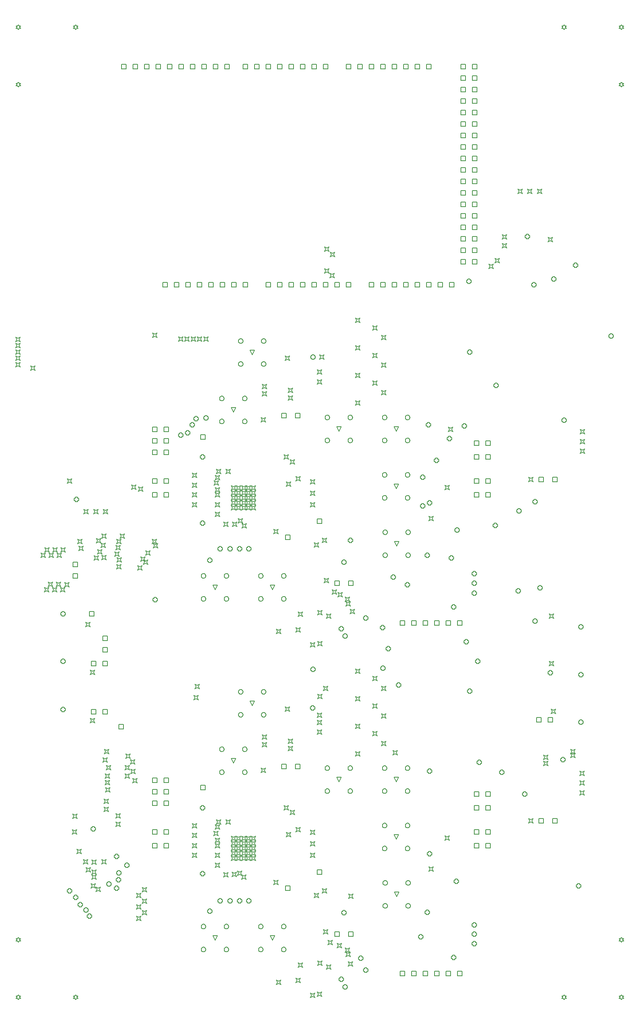
<source format=gbr>
%FSTAX23Y23*%
%MOIN*%
%SFA1B1*%

%IPPOS*%
%ADD76C,0.005000*%
%ADD77C,0.006665*%
%LNcfd_2channel_drawing_1-1*%
%LPD*%
G54D76*
X0491Y0013D02*
X0492Y0014D01*
X0493*
X0492Y0015*
X0493Y0016*
X0492*
X0491Y0017*
X049Y0016*
X0489*
X049Y0015*
X0489Y0014*
X049*
X0491Y0013*
X0541Y0063D02*
X0542Y0064D01*
X0543*
X0542Y0065*
X0543Y0066*
X0542*
X0541Y0067*
X054Y0066*
X0539*
X054Y0065*
X0539Y0064*
X054*
X0541Y0063*
Y0808D02*
X0542Y0809D01*
X0543*
X0542Y081*
X0543Y0811*
X0542*
X0541Y0812*
X054Y0811*
X0539*
X054Y081*
X0539Y0809*
X054*
X0541Y0808*
X0491Y0858D02*
X0492Y0859D01*
X0493*
X0492Y086*
X0493Y0861*
X0492*
X0491Y0862*
X049Y0861*
X0489*
X049Y086*
X0489Y0859*
X049*
X0491Y0858*
X0065Y0013D02*
X0066Y0014D01*
X0067*
X0066Y0015*
X0067Y0016*
X0066*
X0065Y0017*
X0064Y0016*
X0063*
X0064Y0015*
X0063Y0014*
X0064*
X0065Y0013*
X0015Y0063D02*
X0016Y0064D01*
X0017*
X0016Y0065*
X0017Y0066*
X0016*
X0015Y0067*
X0014Y0066*
X0013*
X0014Y0065*
X0013Y0064*
X0014*
X0015Y0063*
Y0808D02*
X0016Y0809D01*
X0017*
X0016Y081*
X0017Y0811*
X0016*
X0015Y0812*
X0014Y0811*
X0013*
X0014Y081*
X0013Y0809*
X0014*
X0015Y0808*
X0065Y0858D02*
X0066Y0859D01*
X0067*
X0066Y086*
X0067Y0861*
X0066*
X0065Y0862*
X0064Y0861*
X0063*
X0064Y086*
X0063Y0859*
X0064*
X0065Y0858*
X0469Y0464D02*
Y0468D01*
X0473*
Y0464*
X0469*
X02445Y05195D02*
Y05235D01*
X02485*
Y05195*
X02445*
Y0214D02*
Y0218D01*
X02485*
Y0214*
X02445*
X0469Y01665D02*
Y01705D01*
X0473*
Y01665*
X0469*
X0291Y03735D02*
Y03775D01*
X0295*
Y03735*
X0291*
Y0068D02*
Y0072D01*
X0295*
Y0068*
X0291*
X0015Y0858D02*
X0016Y0859D01*
X0017*
X0016Y086*
X0017Y0861*
X0016*
X0015Y0862*
X0014Y0861*
X0013*
X0014Y086*
X0013Y0859*
X0014*
X0015Y0858*
Y0013D02*
X0016Y0014D01*
X0017*
X0016Y0015*
X0017Y0016*
X0016*
X0015Y0017*
X0014Y0016*
X0013*
X0014Y0015*
X0013Y0014*
X0014*
X0015Y0013*
X00625Y039D02*
Y0394D01*
X00665*
Y039*
X00625*
X0541Y0858D02*
X0542Y0859D01*
X0543*
X0542Y086*
X0543Y0861*
X0542*
X0541Y0862*
X054Y0861*
X0539*
X054Y086*
X0539Y0859*
X054*
X0541Y0858*
X0411Y06535D02*
Y06575D01*
X0415*
Y06535*
X0411*
X0401D02*
Y06575D01*
X0405*
Y06535*
X0401*
X0541Y0013D02*
X0542Y0014D01*
X0543*
X0542Y0015*
X0543Y0016*
X0542*
X0541Y0017*
X054Y0016*
X0539*
X054Y0015*
X0539Y0014*
X054*
X0541Y0013*
X0201Y06335D02*
Y06375D01*
X0205*
Y06335*
X0201*
X0191D02*
Y06375D01*
X0195*
Y06335*
X0191*
X0135Y08235D02*
Y08275D01*
X0139*
Y08235*
X0135*
X0481Y0464D02*
Y0468D01*
X0485*
Y0464*
X0481*
X0142Y04875D02*
Y04915D01*
X0146*
Y04875*
X0142*
X0132D02*
Y04915D01*
X0136*
Y04875*
X0132*
X0142Y04975D02*
Y05015D01*
X0146*
Y04975*
X0142*
X0132D02*
Y05015D01*
X0136*
Y04975*
X0132*
X0142Y05075D02*
Y05115D01*
X0146*
Y05075*
X0142*
X0132D02*
Y05115D01*
X0136*
Y05075*
X0132*
X0142Y0182D02*
Y0186D01*
X0146*
Y0182*
X0142*
X0132D02*
Y0186D01*
X0136*
Y0182*
X0132*
X0142Y0192D02*
Y0196D01*
X0146*
Y0192*
X0142*
X0132D02*
Y0196D01*
X0136*
Y0192*
X0132*
X0142Y0202D02*
Y0206D01*
X0146*
Y0202*
X0142*
X0132D02*
Y0206D01*
X0136*
Y0202*
X0132*
X02565Y0214D02*
Y0218D01*
X02605*
Y0214*
X02565*
X02365Y00645D02*
X02345Y00685D01*
X02385*
X02365Y00645*
X02025Y0219D02*
X02005Y0223D01*
X02045*
X02025Y0219*
X0303Y0068D02*
Y0072D01*
X0307*
Y0068*
X0303*
X01865Y00645D02*
X01845Y00685D01*
X01885*
X01865Y00645*
X02945Y02025D02*
X02925Y02065D01*
X02965*
X02945Y02025*
X0219Y0269D02*
X0217Y0273D01*
X0221*
X0219Y0269*
X03445Y02025D02*
X03425Y02065D01*
X03465*
X03445Y02025*
X0345Y01025D02*
X0343Y01065D01*
X0347*
X0345Y01025*
X03445Y01525D02*
X03425Y01565D01*
X03465*
X03445Y01525*
X0174Y01955D02*
Y01995D01*
X0178*
Y01955*
X0174*
X0398Y00335D02*
Y00375D01*
X0402*
Y00335*
X0398*
X0388D02*
Y00375D01*
X0392*
Y00335*
X0388*
X0378D02*
Y00375D01*
X0382*
Y00335*
X0378*
X0368D02*
Y00375D01*
X0372*
Y00335*
X0368*
X0358D02*
Y00375D01*
X0362*
Y00335*
X0358*
X0348D02*
Y00375D01*
X0352*
Y00335*
X0348*
X0248Y0108D02*
Y0112D01*
X0252*
Y0108*
X0248*
X02755Y0122D02*
Y0126D01*
X02795*
Y0122*
X02755*
X0142Y0157D02*
Y0161D01*
X0146*
Y0157*
X0142*
X0132D02*
Y0161D01*
X0136*
Y0157*
X0132*
Y0145D02*
Y0149D01*
X0136*
Y0145*
X0132*
X0142D02*
Y0149D01*
X0146*
Y0145*
X0142*
X04125Y019D02*
Y0194D01*
X04165*
Y019*
X04125*
X04225D02*
Y0194D01*
X04265*
Y019*
X04225*
Y0178D02*
Y0182D01*
X04265*
Y0178*
X04225*
X04125D02*
Y0182D01*
X04165*
Y0178*
X04125*
Y0157D02*
Y0161D01*
X04165*
Y0157*
X04125*
X04225D02*
Y0161D01*
X04265*
Y0157*
X04225*
Y0145D02*
Y0149D01*
X04265*
Y0145*
X04225*
X04125D02*
Y0149D01*
X04165*
Y0145*
X04125*
X02755Y04275D02*
Y04315D01*
X02795*
Y04275*
X02755*
X0174Y0501D02*
Y0505D01*
X0178*
Y0501*
X0174*
X04225Y04625D02*
Y04665D01*
X04265*
Y04625*
X04225*
X04125D02*
Y04665D01*
X04165*
Y04625*
X04125*
Y04505D02*
Y04545D01*
X04165*
Y04505*
X04125*
X04225D02*
Y04545D01*
X04265*
Y04505*
X04225*
Y04955D02*
Y04995D01*
X04265*
Y04955*
X04225*
X04125D02*
Y04995D01*
X04165*
Y04955*
X04125*
Y04835D02*
Y04875D01*
X04165*
Y04835*
X04125*
X04225D02*
Y04875D01*
X04265*
Y04835*
X04225*
X0132Y04625D02*
Y04665D01*
X0136*
Y04625*
X0132*
X0142D02*
Y04665D01*
X0146*
Y04625*
X0142*
Y04505D02*
Y04545D01*
X0146*
Y04505*
X0142*
X0132D02*
Y04545D01*
X0136*
Y04505*
X0132*
X0248Y04135D02*
Y04175D01*
X0252*
Y04135*
X0248*
X0398Y0339D02*
Y0343D01*
X0402*
Y0339*
X0398*
X0388D02*
Y0343D01*
X0392*
Y0339*
X0388*
X0378D02*
Y0343D01*
X0382*
Y0339*
X0378*
X0368D02*
Y0343D01*
X0372*
Y0339*
X0368*
X0358D02*
Y0343D01*
X0362*
Y0339*
X0358*
X0348D02*
Y0343D01*
X0352*
Y0339*
X0348*
X0303Y03735D02*
Y03775D01*
X0307*
Y03735*
X0303*
X02565Y05195D02*
Y05235D01*
X02605*
Y05195*
X02565*
X0345Y0408D02*
X0343Y0412D01*
X0347*
X0345Y0408*
X03445Y0458D02*
X03425Y0462D01*
X03465*
X03445Y0458*
X0219Y05745D02*
X0217Y05785D01*
X0221*
X0219Y05745*
X03445Y0508D02*
X03425Y0512D01*
X03465*
X03445Y0508*
X01865Y037D02*
X01845Y0374D01*
X01885*
X01865Y037*
X02945Y0508D02*
X02925Y0512D01*
X02965*
X02945Y0508*
X02365Y037D02*
X02345Y0374D01*
X02385*
X02365Y037*
X02025Y05245D02*
X02005Y05285D01*
X02045*
X02025Y05245*
X0467Y02545D02*
Y02585D01*
X0471*
Y02545*
X0467*
X0477D02*
Y02585D01*
X0481*
Y02545*
X0477*
X00785Y02615D02*
Y02655D01*
X00825*
Y02615*
X00785*
X00885D02*
Y02655D01*
X00925*
Y02615*
X00885*
X00625Y038D02*
Y0384D01*
X00665*
Y038*
X00625*
X00885Y03035D02*
Y03075D01*
X00925*
Y03035*
X00885*
X00785D02*
Y03075D01*
X00825*
Y03035*
X00785*
X00885Y03255D02*
Y03295D01*
X00925*
Y03255*
X00885*
Y03155D02*
Y03195D01*
X00925*
Y03155*
X00885*
X0481Y01665D02*
Y01705D01*
X0485*
Y01665*
X0481*
X0241Y06335D02*
Y06375D01*
X0245*
Y06335*
X0241*
X0261D02*
Y06375D01*
X0265*
Y06335*
X0261*
X0251D02*
Y06375D01*
X0255*
Y06335*
X0251*
X0281D02*
Y06375D01*
X0285*
Y06335*
X0281*
X0271D02*
Y06375D01*
X0275*
Y06335*
X0271*
X0301D02*
Y06375D01*
X0305*
Y06335*
X0301*
X0291D02*
Y06375D01*
X0295*
Y06335*
X0291*
X0231D02*
Y06375D01*
X0235*
Y06335*
X0231*
X0411Y06635D02*
Y06675D01*
X0415*
Y06635*
X0411*
X0401D02*
Y06675D01*
X0405*
Y06635*
X0401*
X0411Y06935D02*
Y06975D01*
X0415*
Y06935*
X0411*
Y06835D02*
Y06875D01*
X0415*
Y06835*
X0411*
Y06735D02*
Y06775D01*
X0415*
Y06735*
X0411*
Y07035D02*
Y07075D01*
X0415*
Y07035*
X0411*
X0401Y06935D02*
Y06975D01*
X0405*
Y06935*
X0401*
Y06835D02*
Y06875D01*
X0405*
Y06835*
X0401*
Y06735D02*
Y06775D01*
X0405*
Y06735*
X0401*
Y07035D02*
Y07075D01*
X0405*
Y07035*
X0401*
X0411Y07435D02*
Y07475D01*
X0415*
Y07435*
X0411*
Y07335D02*
Y07375D01*
X0415*
Y07335*
X0411*
X0401D02*
Y07375D01*
X0405*
Y07335*
X0401*
X0411Y07235D02*
Y07275D01*
X0415*
Y07235*
X0411*
X0401D02*
Y07275D01*
X0405*
Y07235*
X0401*
X0411Y07135D02*
Y07175D01*
X0415*
Y07135*
X0411*
X0401D02*
Y07175D01*
X0405*
Y07135*
X0401*
Y07435D02*
Y07475D01*
X0405*
Y07435*
X0401*
X0411Y07735D02*
Y07775D01*
X0415*
Y07735*
X0411*
Y07635D02*
Y07675D01*
X0415*
Y07635*
X0411*
Y07535D02*
Y07575D01*
X0415*
Y07535*
X0411*
Y07835D02*
Y07875D01*
X0415*
Y07835*
X0411*
X0401Y07735D02*
Y07775D01*
X0405*
Y07735*
X0401*
Y07635D02*
Y07675D01*
X0405*
Y07635*
X0401*
Y07535D02*
Y07575D01*
X0405*
Y07535*
X0401*
Y07835D02*
Y07875D01*
X0405*
Y07835*
X0401*
X0311Y08235D02*
Y08275D01*
X0315*
Y08235*
X0311*
X0331D02*
Y08275D01*
X0335*
Y08235*
X0331*
X0321D02*
Y08275D01*
X0325*
Y08235*
X0321*
X0351D02*
Y08275D01*
X0355*
Y08235*
X0351*
X0341D02*
Y08275D01*
X0345*
Y08235*
X0341*
X0371D02*
Y08275D01*
X0375*
Y08235*
X0371*
X0361D02*
Y08275D01*
X0365*
Y08235*
X0361*
X0301D02*
Y08275D01*
X0305*
Y08235*
X0301*
X0221D02*
Y08275D01*
X0225*
Y08235*
X0221*
X0241D02*
Y08275D01*
X0245*
Y08235*
X0241*
X0231D02*
Y08275D01*
X0235*
Y08235*
X0231*
X0261D02*
Y08275D01*
X0265*
Y08235*
X0261*
X0251D02*
Y08275D01*
X0255*
Y08235*
X0251*
X0281D02*
Y08275D01*
X0285*
Y08235*
X0281*
X0271D02*
Y08275D01*
X0275*
Y08235*
X0271*
X0155D02*
Y08275D01*
X0159*
Y08235*
X0155*
X0145D02*
Y08275D01*
X0149*
Y08235*
X0145*
X0175D02*
Y08275D01*
X0179*
Y08235*
X0175*
X0165D02*
Y08275D01*
X0169*
Y08235*
X0165*
X0115D02*
Y08275D01*
X0119*
Y08235*
X0115*
X0105D02*
Y08275D01*
X0109*
Y08235*
X0105*
X0125D02*
Y08275D01*
X0129*
Y08235*
X0125*
X0195D02*
Y08275D01*
X0199*
Y08235*
X0195*
X0185D02*
Y08275D01*
X0189*
Y08235*
X0185*
X0211D02*
Y08275D01*
X0215*
Y08235*
X0211*
X0411D02*
Y08275D01*
X0415*
Y08235*
X0411*
Y08135D02*
Y08175D01*
X0415*
Y08135*
X0411*
X0401D02*
Y08175D01*
X0405*
Y08135*
X0401*
X0411Y08035D02*
Y08075D01*
X0415*
Y08035*
X0411*
X0401D02*
Y08075D01*
X0405*
Y08035*
X0401*
X0411Y07935D02*
Y07975D01*
X0415*
Y07935*
X0411*
X0401D02*
Y07975D01*
X0405*
Y07935*
X0401*
Y08235D02*
Y08275D01*
X0405*
Y08235*
X0401*
X0331Y06335D02*
Y06375D01*
X0335*
Y06335*
X0331*
X0351D02*
Y06375D01*
X0355*
Y06335*
X0351*
X0341D02*
Y06375D01*
X0345*
Y06335*
X0341*
X0371D02*
Y06375D01*
X0375*
Y06335*
X0371*
X0361D02*
Y06375D01*
X0365*
Y06335*
X0361*
X0391D02*
Y06375D01*
X0395*
Y06335*
X0391*
X0381D02*
Y06375D01*
X0385*
Y06335*
X0381*
X0321D02*
Y06375D01*
X0325*
Y06335*
X0321*
X0151D02*
Y06375D01*
X0155*
Y06335*
X0151*
X0171D02*
Y06375D01*
X0175*
Y06335*
X0171*
X0161D02*
Y06375D01*
X0165*
Y06335*
X0161*
X0181D02*
Y06375D01*
X0185*
Y06335*
X0181*
X0211D02*
Y06375D01*
X0215*
Y06335*
X0211*
X0141D02*
Y06375D01*
X0145*
Y06335*
X0141*
X02008Y01511D02*
X02018Y01531D01*
X02008Y01551*
X02028Y01541*
X02048Y01551*
X02038Y01531*
X02048Y01511*
X02028Y01521*
X02008Y01511*
X02051D02*
X02061Y01531D01*
X02051Y01551*
X02071Y01541*
X02091Y01551*
X02081Y01531*
X02091Y01511*
X02071Y01521*
X02051Y01511*
X02095D02*
X02105Y01531D01*
X02095Y01551*
X02115Y01541*
X02135Y01551*
X02125Y01531*
X02135Y01511*
X02115Y01521*
X02095Y01511*
X02138D02*
X02148Y01531D01*
X02138Y01551*
X02158Y01541*
X02178Y01551*
X02168Y01531*
X02178Y01511*
X02158Y01521*
X02138Y01511*
X02181D02*
X02191Y01531D01*
X02181Y01551*
X02201Y01541*
X02221Y01551*
X02211Y01531*
X02221Y01511*
X02201Y01521*
X02181Y01511*
X02008Y01468D02*
X02018Y01488D01*
X02008Y01508*
X02028Y01498*
X02048Y01508*
X02038Y01488*
X02048Y01468*
X02028Y01478*
X02008Y01468*
X02051D02*
X02061Y01488D01*
X02051Y01508*
X02071Y01498*
X02091Y01508*
X02081Y01488*
X02091Y01468*
X02071Y01478*
X02051Y01468*
X02095D02*
X02105Y01488D01*
X02095Y01508*
X02115Y01498*
X02135Y01508*
X02125Y01488*
X02135Y01468*
X02115Y01478*
X02095Y01468*
X02138D02*
X02148Y01488D01*
X02138Y01508*
X02158Y01498*
X02178Y01508*
X02168Y01488*
X02178Y01468*
X02158Y01478*
X02138Y01468*
X02181D02*
X02191Y01488D01*
X02181Y01508*
X02201Y01498*
X02221Y01508*
X02211Y01488*
X02221Y01468*
X02201Y01478*
X02181Y01468*
X02008Y01425D02*
X02018Y01445D01*
X02008Y01465*
X02028Y01455*
X02048Y01465*
X02038Y01445*
X02048Y01425*
X02028Y01435*
X02008Y01425*
X02051D02*
X02061Y01445D01*
X02051Y01465*
X02071Y01455*
X02091Y01465*
X02081Y01445*
X02091Y01425*
X02071Y01435*
X02051Y01425*
X02095D02*
X02105Y01445D01*
X02095Y01465*
X02115Y01455*
X02135Y01465*
X02125Y01445*
X02135Y01425*
X02115Y01435*
X02095Y01425*
X02138D02*
X02148Y01445D01*
X02138Y01465*
X02158Y01455*
X02178Y01465*
X02168Y01445*
X02178Y01425*
X02158Y01435*
X02138Y01425*
X02181D02*
X02191Y01445D01*
X02181Y01465*
X02201Y01455*
X02221Y01465*
X02211Y01445*
X02221Y01425*
X02201Y01435*
X02181Y01425*
X02008Y01381D02*
X02018Y01401D01*
X02008Y01421*
X02028Y01411*
X02048Y01421*
X02038Y01401*
X02048Y01381*
X02028Y01391*
X02008Y01381*
X02051D02*
X02061Y01401D01*
X02051Y01421*
X02071Y01411*
X02091Y01421*
X02081Y01401*
X02091Y01381*
X02071Y01391*
X02051Y01381*
X02095D02*
X02105Y01401D01*
X02095Y01421*
X02115Y01411*
X02135Y01421*
X02125Y01401*
X02135Y01381*
X02115Y01391*
X02095Y01381*
X02138D02*
X02148Y01401D01*
X02138Y01421*
X02158Y01411*
X02178Y01421*
X02168Y01401*
X02178Y01381*
X02158Y01391*
X02138Y01381*
X02181D02*
X02191Y01401D01*
X02181Y01421*
X02201Y01411*
X02221Y01421*
X02211Y01401*
X02221Y01381*
X02201Y01391*
X02181Y01381*
X02008Y01338D02*
X02018Y01358D01*
X02008Y01378*
X02028Y01368*
X02048Y01378*
X02038Y01358*
X02048Y01338*
X02028Y01348*
X02008Y01338*
X02051D02*
X02061Y01358D01*
X02051Y01378*
X02071Y01368*
X02091Y01378*
X02081Y01358*
X02091Y01338*
X02071Y01348*
X02051Y01338*
X02095D02*
X02105Y01358D01*
X02095Y01378*
X02115Y01368*
X02135Y01378*
X02125Y01358*
X02135Y01338*
X02115Y01348*
X02095Y01338*
X02138D02*
X02148Y01358D01*
X02138Y01378*
X02158Y01368*
X02178Y01378*
X02168Y01358*
X02178Y01338*
X02158Y01348*
X02138Y01338*
X02181D02*
X02191Y01358D01*
X02181Y01378*
X02201Y01368*
X02221Y01378*
X02211Y01358*
X02221Y01338*
X02201Y01348*
X02181Y01338*
X02008Y04566D02*
X02018Y04586D01*
X02008Y04606*
X02028Y04596*
X02048Y04606*
X02038Y04586*
X02048Y04566*
X02028Y04576*
X02008Y04566*
X02051D02*
X02061Y04586D01*
X02051Y04606*
X02071Y04596*
X02091Y04606*
X02081Y04586*
X02091Y04566*
X02071Y04576*
X02051Y04566*
X02095D02*
X02105Y04586D01*
X02095Y04606*
X02115Y04596*
X02135Y04606*
X02125Y04586*
X02135Y04566*
X02115Y04576*
X02095Y04566*
X02138D02*
X02148Y04586D01*
X02138Y04606*
X02158Y04596*
X02178Y04606*
X02168Y04586*
X02178Y04566*
X02158Y04576*
X02138Y04566*
X02181D02*
X02191Y04586D01*
X02181Y04606*
X02201Y04596*
X02221Y04606*
X02211Y04586*
X02221Y04566*
X02201Y04576*
X02181Y04566*
X02008Y04523D02*
X02018Y04543D01*
X02008Y04563*
X02028Y04553*
X02048Y04563*
X02038Y04543*
X02048Y04523*
X02028Y04533*
X02008Y04523*
X02051D02*
X02061Y04543D01*
X02051Y04563*
X02071Y04553*
X02091Y04563*
X02081Y04543*
X02091Y04523*
X02071Y04533*
X02051Y04523*
X02095D02*
X02105Y04543D01*
X02095Y04563*
X02115Y04553*
X02135Y04563*
X02125Y04543*
X02135Y04523*
X02115Y04533*
X02095Y04523*
X02138D02*
X02148Y04543D01*
X02138Y04563*
X02158Y04553*
X02178Y04563*
X02168Y04543*
X02178Y04523*
X02158Y04533*
X02138Y04523*
X02181D02*
X02191Y04543D01*
X02181Y04563*
X02201Y04553*
X02221Y04563*
X02211Y04543*
X02221Y04523*
X02201Y04533*
X02181Y04523*
X02008Y0448D02*
X02018Y045D01*
X02008Y0452*
X02028Y0451*
X02048Y0452*
X02038Y045*
X02048Y0448*
X02028Y0449*
X02008Y0448*
X02051D02*
X02061Y045D01*
X02051Y0452*
X02071Y0451*
X02091Y0452*
X02081Y045*
X02091Y0448*
X02071Y0449*
X02051Y0448*
X02095D02*
X02105Y045D01*
X02095Y0452*
X02115Y0451*
X02135Y0452*
X02125Y045*
X02135Y0448*
X02115Y0449*
X02095Y0448*
X02138D02*
X02148Y045D01*
X02138Y0452*
X02158Y0451*
X02178Y0452*
X02168Y045*
X02178Y0448*
X02158Y0449*
X02138Y0448*
X02181D02*
X02191Y045D01*
X02181Y0452*
X02201Y0451*
X02221Y0452*
X02211Y045*
X02221Y0448*
X02201Y0449*
X02181Y0448*
X02008Y04436D02*
X02018Y04456D01*
X02008Y04476*
X02028Y04466*
X02048Y04476*
X02038Y04456*
X02048Y04436*
X02028Y04446*
X02008Y04436*
X02051D02*
X02061Y04456D01*
X02051Y04476*
X02071Y04466*
X02091Y04476*
X02081Y04456*
X02091Y04436*
X02071Y04446*
X02051Y04436*
X02095D02*
X02105Y04456D01*
X02095Y04476*
X02115Y04466*
X02135Y04476*
X02125Y04456*
X02135Y04436*
X02115Y04446*
X02095Y04436*
X02138D02*
X02148Y04456D01*
X02138Y04476*
X02158Y04466*
X02178Y04476*
X02168Y04456*
X02178Y04436*
X02158Y04446*
X02138Y04436*
X02181D02*
X02191Y04456D01*
X02181Y04476*
X02201Y04466*
X02221Y04476*
X02211Y04456*
X02221Y04436*
X02201Y04446*
X02181Y04436*
X02008Y04393D02*
X02018Y04413D01*
X02008Y04433*
X02028Y04423*
X02048Y04433*
X02038Y04413*
X02048Y04393*
X02028Y04403*
X02008Y04393*
X02051D02*
X02061Y04413D01*
X02051Y04433*
X02071Y04423*
X02091Y04433*
X02081Y04413*
X02091Y04393*
X02071Y04403*
X02051Y04393*
X02095D02*
X02105Y04413D01*
X02095Y04433*
X02115Y04423*
X02135Y04433*
X02125Y04413*
X02135Y04393*
X02115Y04403*
X02095Y04393*
X02138D02*
X02148Y04413D01*
X02138Y04433*
X02158Y04423*
X02178Y04433*
X02168Y04413*
X02178Y04393*
X02158Y04403*
X02138Y04393*
X02181D02*
X02191Y04413D01*
X02181Y04433*
X02201Y04423*
X02221Y04433*
X02211Y04413*
X02221Y04393*
X02201Y04403*
X02181Y04393*
X01315Y041D02*
X01325Y0412D01*
X01315Y0414*
X01335Y0413*
X01355Y0414*
X01345Y0412*
X01355Y041*
X01335Y0411*
X01315Y041*
X0303Y0101D02*
X0304Y0103D01*
X0303Y0105*
X0305Y0104*
X0307Y0105*
X0306Y0103*
X0307Y0101*
X0305Y0102*
X0303Y0101*
X01025Y02485D02*
Y02525D01*
X01065*
Y02485*
X01025*
X03416Y02258D02*
X03426Y02278D01*
X03416Y02298*
X03436Y02288*
X03456Y02298*
X03446Y02278*
X03456Y02258*
X03436Y02268*
X03416Y02258*
X03915Y03965D02*
Y03955D01*
X03935*
Y03965*
X03945*
Y03985*
X03935*
Y03995*
X03915*
Y03985*
X03905*
Y03965*
X03915*
X0341Y038D02*
Y0379D01*
X0343*
Y038*
X0344*
Y0382*
X0343*
Y0383*
X0341*
Y0382*
X034*
Y038*
X0341*
X0317Y03443D02*
Y03433D01*
X0319*
Y03443*
X032*
Y03463*
X0319*
Y03473*
X0317*
Y03463*
X0316*
Y03443*
X0317*
X043Y0425D02*
Y0424D01*
X0432*
Y0425*
X0433*
Y0427*
X0432*
Y0428*
X043*
Y0427*
X0429*
Y0425*
X043*
X04635Y06345D02*
Y06335D01*
X04655*
Y06345*
X04665*
Y06365*
X04655*
Y06375*
X04635*
Y06365*
X04625*
Y06345*
X04635*
X04305Y0547D02*
Y0546D01*
X04325*
Y0547*
X04335*
Y0549*
X04325*
Y055*
X04305*
Y0549*
X04295*
Y0547*
X04305*
X04075Y02805D02*
Y02795D01*
X04095*
Y02805*
X04105*
Y02825*
X04095*
Y02835*
X04075*
Y02825*
X04065*
Y02805*
X04075*
X0324Y02905D02*
X0325Y02925D01*
X0324Y02945*
X0326Y02935*
X0328Y02945*
X0327Y02925*
X0328Y02905*
X0326Y02915*
X0324Y02905*
X03315Y0282D02*
X03325Y0284D01*
X03315Y0286*
X03335Y0285*
X03355Y0286*
X03345Y0284*
X03355Y0282*
X03335Y0283*
X03315Y0282*
X03455Y0286D02*
Y0285D01*
X03475*
Y0286*
X03485*
Y0288*
X03475*
Y0289*
X03455*
Y0288*
X03445*
Y0286*
X03455*
X0271Y02995D02*
Y02985D01*
X0273*
Y02995*
X0274*
Y03015*
X0273*
Y03025*
X0271*
Y03015*
X027*
Y02995*
X0271*
X0531Y059D02*
Y0589D01*
X0533*
Y059*
X0534*
Y0592*
X0533*
Y0593*
X0531*
Y0592*
X053*
Y059*
X0531*
X0481Y06395D02*
Y06385D01*
X0483*
Y06395*
X0484*
Y06415*
X0483*
Y06425*
X0481*
Y06415*
X048*
Y06395*
X0481*
X05025Y0111D02*
Y011D01*
X05045*
Y0111*
X05055*
Y0113*
X05045*
Y0114*
X05025*
Y0113*
X05015*
Y0111*
X05025*
X03729Y01244D02*
X03739Y01264D01*
X03729Y01284*
X03749Y01274*
X03769Y01284*
X03759Y01264*
X03769Y01244*
X03749Y01254*
X03729Y01244*
X05Y06515D02*
Y06505D01*
X0502*
Y06515*
X0503*
Y06535*
X0502*
Y06545*
X05*
Y06535*
X0499*
Y06515*
X05*
X05045Y0208D02*
X05055Y021D01*
X05045Y0212*
X05065Y0211*
X05085Y0212*
X05075Y021*
X05085Y0208*
X05065Y0209*
X05045Y0208*
Y03365D02*
Y03355D01*
X05065*
Y03365*
X05075*
Y03385*
X05065*
Y03395*
X05045*
Y03385*
X05035*
Y03365*
X05045*
X0505Y0497D02*
X0506Y0499D01*
X0505Y0501*
X0507Y05*
X0509Y0501*
X0508Y0499*
X0509Y0497*
X0507Y0498*
X0505Y0497*
Y05055D02*
X0506Y05075D01*
X0505Y05095*
X0507Y05085*
X0509Y05095*
X0508Y05075*
X0509Y05055*
X0507Y05065*
X0505Y05055*
Y04885D02*
X0506Y04905D01*
X0505Y04925*
X0507Y04915*
X0509Y04925*
X0508Y04905*
X0509Y04885*
X0507Y04895*
X0505Y04885*
X04965Y0227D02*
X04975Y0229D01*
X04965Y0231*
X04985Y023*
X05005Y0231*
X04995Y0229*
X05005Y0227*
X04985Y0228*
X04965Y0227*
X04075Y0576D02*
Y0575D01*
X04095*
Y0576*
X04105*
Y0578*
X04095*
Y0579*
X04075*
Y0578*
X04065*
Y0576*
X04075*
X0407Y06375D02*
Y06365D01*
X0409*
Y06375*
X041*
Y06395*
X0409*
Y06405*
X0407*
Y06395*
X0406*
Y06375*
X0407*
X03665Y0467D02*
Y0466D01*
X03685*
Y0467*
X03695*
Y0469*
X03685*
Y047*
X03665*
Y0469*
X03655*
Y0467*
X03665*
X03035Y0412D02*
Y0411D01*
X03055*
Y0412*
X03065*
Y0414*
X03055*
Y0415*
X03035*
Y0414*
X03025*
Y0412*
X03035*
X03665Y0442D02*
Y0441D01*
X03685*
Y0442*
X03695*
Y0444*
X03685*
Y0445*
X03665*
Y0444*
X03655*
Y0442*
X03665*
X03785Y04815D02*
Y04805D01*
X03805*
Y04815*
X03815*
Y04835*
X03805*
Y04845*
X03785*
Y04835*
X03775*
Y04815*
X03785*
X039Y05005D02*
Y04995D01*
X0392*
Y05005*
X0393*
Y05025*
X0392*
Y05035*
X039*
Y05025*
X0389*
Y05005*
X039*
X0403Y05115D02*
Y05105D01*
X0405*
Y05115*
X0406*
Y05135*
X0405*
Y05145*
X0403*
Y05135*
X0402*
Y05115*
X0403*
X04253Y06496D02*
X04263Y06516D01*
X04253Y06536*
X04273Y06526*
X04293Y06536*
X04283Y06516*
X04293Y06496*
X04273Y06506*
X04253Y06496*
X0282Y06455D02*
X0283Y06475D01*
X0282Y06495*
X0284Y06485*
X0286Y06495*
X0285Y06475*
X0286Y06455*
X0284Y06465*
X0282Y06455*
X02821Y06646D02*
X02831Y06666D01*
X02821Y06686*
X02841Y06676*
X02861Y06686*
X02851Y06666*
X02861Y06646*
X02841Y06656*
X02821Y06646*
X02865Y06415D02*
X02875Y06435D01*
X02865Y06455*
X02885Y06445*
X02905Y06455*
X02895Y06435*
X02905Y06415*
X02885Y06425*
X02865Y06415*
X0287Y066D02*
X0288Y0662D01*
X0287Y0664*
X0289Y0663*
X0291Y0664*
X029Y0662*
X0291Y066*
X0289Y0661*
X0287Y066*
X02503Y05415D02*
X02513Y05435D01*
X02503Y05455*
X02523Y05445*
X02543Y05455*
X02533Y05435*
X02543Y05415*
X02523Y05425*
X02503Y05415*
X04305Y06545D02*
X04315Y06565D01*
X04305Y06585*
X04325Y06575*
X04345Y06585*
X04335Y06565*
X04345Y06545*
X04325Y06555*
X04305Y06545*
X0477Y06727D02*
X0478Y06747D01*
X0477Y06767*
X0479Y06757*
X0481Y06767*
X048Y06747*
X0481Y06727*
X0479Y06737*
X0477Y06727*
X0437Y06753D02*
X0438Y06773D01*
X0437Y06793*
X0439Y06783*
X0441Y06793*
X044Y06773*
X0441Y06753*
X0439Y06763*
X0437Y06753*
X0458Y06765D02*
Y06755D01*
X046*
Y06765*
X0461*
Y06785*
X046*
Y06795*
X0458*
Y06785*
X0457*
Y06765*
X0458*
X04505Y0715D02*
X04515Y0717D01*
X04505Y0719*
X04525Y0718*
X04545Y0719*
X04535Y0717*
X04545Y0715*
X04525Y0716*
X04505Y0715*
X0459D02*
X046Y0717D01*
X0459Y0719*
X0461Y0718*
X0463Y0719*
X0462Y0717*
X0463Y0715*
X0461Y0716*
X0459Y0715*
X04675D02*
X04685Y0717D01*
X04675Y0719*
X04695Y0718*
X04715Y0719*
X04705Y0717*
X04715Y0715*
X04695Y0716*
X04675Y0715*
X0437Y06675D02*
X0438Y06695D01*
X0437Y06715*
X0439Y06705*
X0441Y06715*
X044Y06695*
X0441Y06675*
X0439Y06685*
X0437Y06675*
X049Y05165D02*
Y05155D01*
X0492*
Y05165*
X0493*
Y05185*
X0492*
Y05195*
X049*
Y05185*
X0489*
Y05165*
X049*
X05045Y0191D02*
X05055Y0193D01*
X05045Y0195*
X05065Y0194*
X05085Y0195*
X05075Y0193*
X05085Y0191*
X05065Y0192*
X05045Y0191*
Y01995D02*
X05055Y02015D01*
X05045Y02035*
X05065Y02025*
X05085Y02035*
X05075Y02015*
X05085Y01995*
X05065Y02005*
X05045Y01995*
X0079Y01305D02*
X008Y01325D01*
X0079Y01345*
X0081Y01335*
X0083Y01345*
X0082Y01325*
X0083Y01305*
X0081Y01315*
X0079Y01305*
X00622Y01705D02*
X00632Y01725D01*
X00622Y01745*
X00642Y01735*
X00662Y01745*
X00652Y01725*
X00662Y01705*
X00642Y01715*
X00622Y01705*
X0062Y0157D02*
X0063Y0159D01*
X0062Y0161*
X0064Y016*
X0066Y0161*
X0065Y0159*
X0066Y0157*
X0064Y0158*
X0062Y0157*
X0066Y014D02*
X0067Y0142D01*
X0066Y0144*
X0068Y0143*
X007Y0144*
X0069Y0142*
X007Y014*
X0068Y0141*
X0066Y014*
X04115Y0366D02*
Y0365D01*
X04135*
Y0366*
X04145*
Y0368*
X04135*
Y0369*
X04115*
Y0368*
X04105*
Y0366*
X04115*
Y03745D02*
Y03735D01*
X04135*
Y03745*
X04145*
Y03765*
X04135*
Y03775*
X04115*
Y03765*
X04105*
Y03745*
X04115*
Y0383D02*
Y0382D01*
X04135*
Y0383*
X04145*
Y0385*
X04135*
Y0386*
X04115*
Y0385*
X04105*
Y0383*
X04115*
Y00605D02*
Y00595D01*
X04135*
Y00605*
X04145*
Y00625*
X04135*
Y00635*
X04115*
Y00625*
X04105*
Y00605*
X04115*
Y0069D02*
Y0068D01*
X04135*
Y0069*
X04145*
Y0071*
X04135*
Y0072*
X04115*
Y0071*
X04105*
Y0069*
X04115*
Y0077D02*
Y0076D01*
X04135*
Y0077*
X04145*
Y0079*
X04135*
Y008*
X04115*
Y0079*
X04105*
Y0077*
X04115*
X00718Y01307D02*
X00728Y01327D01*
X00718Y01347*
X00738Y01337*
X00758Y01347*
X00748Y01327*
X00758Y01307*
X00738Y01317*
X00718Y01307*
X00878D02*
X00888Y01327D01*
X00878Y01347*
X00898Y01337*
X00918Y01347*
X00908Y01327*
X00918Y01307*
X00898Y01317*
X00878Y01307*
X0079Y01217D02*
X008Y01237D01*
X0079Y01257*
X0081Y01247*
X0083Y01257*
X0082Y01237*
X0083Y01217*
X0081Y01227*
X0079Y01217*
X0074Y01237D02*
X0075Y01257D01*
X0074Y01277*
X0076Y01267*
X0078Y01277*
X0077Y01257*
X0078Y01237*
X0076Y01247*
X0074Y01237*
X01015Y01222D02*
Y01212D01*
X01035*
Y01222*
X01045*
Y01242*
X01035*
Y01252*
X01015*
Y01242*
X01005*
Y01222*
X01015*
X02757Y02438D02*
X02767Y02458D01*
X02757Y02478*
X02777Y02468*
X02797Y02478*
X02787Y02458*
X02797Y02438*
X02777Y02448*
X02757Y02438*
X02757Y02522D02*
X02767Y02542D01*
X02757Y02562*
X02777Y02552*
X02797Y02562*
X02787Y02542*
X02797Y02522*
X02777Y02532*
X02757Y02522*
X02758Y0549D02*
X02768Y0551D01*
X02758Y0553*
X02778Y0552*
X02798Y0553*
X02788Y0551*
X02798Y0549*
X02778Y055*
X02758Y0549*
X02755Y05575D02*
X02765Y05595D01*
X02755Y05615*
X02775Y05605*
X02795Y05615*
X02785Y05595*
X02795Y05575*
X02775Y05585*
X02755Y05575*
X0089Y0436D02*
X009Y0438D01*
X0089Y044*
X0091Y0439*
X0093Y044*
X0092Y0438*
X0093Y0436*
X0091Y0437*
X0089Y0436*
X00805D02*
X00815Y0438D01*
X00805Y044*
X00825Y0439*
X00845Y044*
X00835Y0438*
X00845Y0436*
X00825Y0437*
X00805Y0436*
X0072D02*
X0073Y0438D01*
X0072Y044*
X0074Y0439*
X0076Y044*
X0075Y0438*
X0076Y0436*
X0074Y0437*
X0072Y0436*
X0215Y0098D02*
Y0097D01*
X0217*
Y0098*
X0218*
Y01*
X0217*
Y0101*
X0215*
Y01*
X0214*
Y0098*
X0215*
X0207D02*
Y0097D01*
X0209*
Y0098*
X021*
Y01*
X0209*
Y0101*
X0207*
Y01*
X0206*
Y0098*
X0207*
X01985D02*
Y0097D01*
X02005*
Y0098*
X02015*
Y01*
X02005*
Y0101*
X01985*
Y01*
X01975*
Y0098*
X01985*
X019D02*
Y0097D01*
X0192*
Y0098*
X0193*
Y01*
X0192*
Y0101*
X019*
Y01*
X0189*
Y0098*
X019*
X0181Y0089D02*
Y0088D01*
X0183*
Y0089*
X0184*
Y0091*
X0183*
Y0092*
X0181*
Y0091*
X018*
Y0089*
X0181*
X0215Y04045D02*
Y04035D01*
X0217*
Y04045*
X0218*
Y04065*
X0217*
Y04075*
X0215*
Y04065*
X0214*
Y04045*
X0215*
X0207D02*
Y04035D01*
X0209*
Y04045*
X021*
Y04065*
X0209*
Y04075*
X0207*
Y04065*
X0206*
Y04045*
X0207*
X01985D02*
Y04035D01*
X02005*
Y04045*
X02015*
Y04065*
X02005*
Y04075*
X01985*
Y04065*
X01975*
Y04045*
X01985*
X019D02*
Y04035D01*
X0192*
Y04045*
X0193*
Y04065*
X0192*
Y04075*
X019*
Y04065*
X0189*
Y04045*
X019*
X01665Y01365D02*
X01675Y01385D01*
X01665Y01405*
X01685Y01395*
X01705Y01405*
X01695Y01385*
X01705Y01365*
X01685Y01375*
X01665Y01365*
Y0145D02*
X01675Y0147D01*
X01665Y0149*
X01685Y0148*
X01705Y0149*
X01695Y0147*
X01705Y0145*
X01685Y0146*
X01665Y0145*
Y01622D02*
X01675Y01642D01*
X01665Y01662*
X01685Y01652*
X01705Y01662*
X01695Y01642*
X01705Y01622*
X01685Y01632*
X01665Y01622*
Y0154D02*
X01675Y0156D01*
X01665Y0158*
X01685Y0157*
X01705Y0158*
X01695Y0156*
X01705Y0154*
X01685Y0155*
X01665Y0154*
X01745Y04845D02*
Y04835D01*
X01765*
Y04845*
X01775*
Y04865*
X01765*
Y04875*
X01745*
Y04865*
X01735*
Y04845*
X01745*
X01665Y04675D02*
X01675Y04695D01*
X01665Y04715*
X01685Y04705*
X01705Y04715*
X01695Y04695*
X01705Y04675*
X01685Y04685*
X01665Y04675*
Y0459D02*
X01675Y0461D01*
X01665Y0463*
X01685Y0462*
X01705Y0463*
X01695Y0461*
X01705Y0459*
X01685Y046*
X01665Y0459*
Y0442D02*
X01675Y0444D01*
X01665Y0446*
X01685Y0445*
X01705Y0446*
X01695Y0444*
X01705Y0442*
X01685Y0443*
X01665Y0442*
Y04505D02*
X01675Y04525D01*
X01665Y04545*
X01685Y04535*
X01705Y04545*
X01695Y04525*
X01705Y04505*
X01685Y04515*
X01665Y04505*
X01855Y0461D02*
X01865Y0463D01*
X01855Y0465*
X01875Y0464*
X01895Y0465*
X01885Y0463*
X01895Y0461*
X01875Y0462*
X01855Y0461*
X01866Y04655D02*
X01876Y04675D01*
X01866Y04695*
X01886Y04685*
X01906Y04695*
X01896Y04675*
X01906Y04655*
X01886Y04665*
X01866Y04655*
X0171Y05862D02*
X0172Y05882D01*
X0171Y05902*
X0173Y05892*
X0175Y05902*
X0174Y05882*
X0175Y05862*
X0173Y05872*
X0171Y05862*
X01655D02*
X01665Y05882D01*
X01655Y05902*
X01675Y05892*
X01695Y05902*
X01685Y05882*
X01695Y05862*
X01675Y05872*
X01655Y05862*
X016D02*
X0161Y05882D01*
X016Y05902*
X0162Y05892*
X0164Y05902*
X0163Y05882*
X0164Y05862*
X0162Y05872*
X016Y05862*
X01545D02*
X01555Y05882D01*
X01545Y05902*
X01565Y05892*
X01585Y05902*
X01575Y05882*
X01585Y05862*
X01565Y05872*
X01545Y05862*
X01765D02*
X01775Y05882D01*
X01765Y05902*
X01785Y05892*
X01805Y05902*
X01795Y05882*
X01805Y05862*
X01785Y05872*
X01765Y05862*
X0169Y0518D02*
Y0517D01*
X0171*
Y0518*
X0172*
Y052*
X0171*
Y0521*
X0169*
Y052*
X0168*
Y0518*
X0169*
X0132Y05895D02*
X0133Y05915D01*
X0132Y05935*
X0134Y05925*
X0136Y05935*
X0135Y05915*
X0136Y05895*
X0134Y05905*
X0132Y05895*
X00125Y0564D02*
X00135Y0566D01*
X00125Y0568*
X00145Y0567*
X00165Y0568*
X00155Y0566*
X00165Y0564*
X00145Y0565*
X00125Y0564*
X00255Y0561D02*
X00265Y0563D01*
X00255Y0565*
X00275Y0564*
X00295Y0565*
X00285Y0563*
X00295Y0561*
X00275Y0562*
X00255Y0561*
X00125Y0586D02*
X00135Y0588D01*
X00125Y059*
X00145Y0589*
X00165Y059*
X00155Y0588*
X00165Y0586*
X00145Y0587*
X00125Y0586*
Y05805D02*
X00135Y05825D01*
X00125Y05845*
X00145Y05835*
X00165Y05845*
X00155Y05825*
X00165Y05805*
X00145Y05815*
X00125Y05805*
Y0575D02*
X00135Y0577D01*
X00125Y0579*
X00145Y0578*
X00165Y0579*
X00155Y0577*
X00165Y0575*
X00145Y0576*
X00125Y0575*
Y05695D02*
X00135Y05715D01*
X00125Y05735*
X00145Y05725*
X00165Y05735*
X00155Y05715*
X00165Y05695*
X00145Y05705*
X00125Y05695*
X01775Y05185D02*
Y05175D01*
X01795*
Y05185*
X01805*
Y05205*
X01795*
Y05215*
X01775*
Y05205*
X01765*
Y05185*
X01775*
X0196Y0471D02*
X0197Y0473D01*
X0196Y0475*
X0198Y0474*
X02Y0475*
X0199Y0473*
X02Y0471*
X0198Y0472*
X0196Y0471*
X01875D02*
X01885Y0473D01*
X01875Y0475*
X01895Y0474*
X01915Y0475*
X01905Y0473*
X01915Y0471*
X01895Y0472*
X01875Y0471*
X01655Y05125D02*
Y05115D01*
X01675*
Y05125*
X01685*
Y05145*
X01675*
Y05155*
X01655*
Y05145*
X01645*
Y05125*
X01655*
X01617Y05055D02*
Y05045D01*
X01637*
Y05055*
X01647*
Y05075*
X01637*
Y05085*
X01617*
Y05075*
X01607*
Y05055*
X01617*
X04505Y04375D02*
Y04365D01*
X04525*
Y04375*
X04535*
Y04395*
X04525*
Y04405*
X04505*
Y04395*
X04495*
Y04375*
X04505*
X04645Y04455D02*
Y04445D01*
X04665*
Y04455*
X04675*
Y04475*
X04665*
Y04485*
X04645*
Y04475*
X04635*
Y04455*
X04645*
X0469Y03705D02*
Y03695D01*
X0471*
Y03705*
X0472*
Y03725*
X0471*
Y03735*
X0469*
Y03725*
X0468*
Y03705*
X0469*
X04645Y03415D02*
Y03405D01*
X04665*
Y03415*
X04675*
Y03435*
X04665*
Y03445*
X04645*
Y03435*
X04635*
Y03415*
X04645*
X03365Y03175D02*
Y03165D01*
X03385*
Y03175*
X03395*
Y03195*
X03385*
Y03205*
X03365*
Y03195*
X03355*
Y03175*
X03365*
X03315Y0336D02*
Y0335D01*
X03335*
Y0336*
X03345*
Y0338*
X03335*
Y0339*
X03315*
Y0338*
X03305*
Y0336*
X03315*
X03043Y0349D02*
X03053Y0351D01*
X03043Y0353*
X03063Y0352*
X03083Y0353*
X03073Y0351*
X03083Y0349*
X03063Y035*
X03043Y0349*
X02887Y0366D02*
X02897Y0368D01*
X02887Y037*
X02907Y0369*
X02927Y037*
X02917Y0368*
X02927Y0366*
X02907Y0367*
X02887Y0366*
X0276Y0275D02*
X0277Y0277D01*
X0276Y0279*
X0278Y0278*
X028Y0279*
X0279Y0277*
X028Y0275*
X0278Y0276*
X0276Y0275*
X02705Y0266D02*
Y0265D01*
X02725*
Y0266*
X02735*
Y0268*
X02725*
Y0269*
X02705*
Y0268*
X02695*
Y0266*
X02705*
X02757Y02586D02*
X02767Y02606D01*
X02757Y02626*
X02777Y02616*
X02797Y02626*
X02787Y02606*
X02797Y02586*
X02777Y02596*
X02757Y02586*
X0489Y0221D02*
Y022D01*
X0491*
Y0221*
X0492*
Y0223*
X0491*
Y0224*
X0489*
Y0223*
X0488*
Y0221*
X0489*
X00995Y01365D02*
Y01355D01*
X01015*
Y01365*
X01025*
Y01385*
X01015*
Y01395*
X00995*
Y01385*
X00985*
Y01365*
X00995*
X01555Y05035D02*
Y05025D01*
X01575*
Y05035*
X01585*
Y05055*
X01575*
Y05065*
X01555*
Y05055*
X01545*
Y05035*
X01555*
X021Y04235D02*
X0211Y04255D01*
X021Y04275*
X0212Y04265*
X0214Y04275*
X0213Y04255*
X0214Y04235*
X0212Y04245*
X021Y04235*
X0076Y00845D02*
Y00835D01*
X0078*
Y00845*
X0079*
Y00865*
X0078*
Y00875*
X0076*
Y00865*
X0075*
Y00845*
X0076*
X0073Y009D02*
Y0089D01*
X0075*
Y009*
X0076*
Y0092*
X0075*
Y0093*
X0073*
Y0092*
X0072*
Y009*
X0073*
X00585Y01065D02*
Y01055D01*
X00605*
Y01065*
X00615*
Y01085*
X00605*
Y01095*
X00585*
Y01085*
X00575*
Y01065*
X00585*
X0064Y0101D02*
Y01D01*
X0066*
Y0101*
X0067*
Y0103*
X0066*
Y0104*
X0064*
Y0103*
X0063*
Y0101*
X0064*
X00825Y0107D02*
X00835Y0109D01*
X00825Y0111*
X00845Y011*
X00865Y0111*
X00855Y0109*
X00865Y0107*
X00845Y0108*
X00825Y0107*
X0068Y00945D02*
Y00935D01*
X007*
Y00945*
X0071*
Y00965*
X007*
Y00975*
X0068*
Y00965*
X0067*
Y00945*
X0068*
X00995Y0109D02*
Y0108D01*
X01015*
Y0109*
X01025*
Y0111*
X01015*
Y0112*
X00995*
Y0111*
X00985*
Y0109*
X00995*
X01012Y01162D02*
Y01152D01*
X01032*
Y01162*
X01042*
Y01182*
X01032*
Y01192*
X01012*
Y01182*
X01002*
Y01162*
X01012*
X02014Y01197D02*
X02024Y01217D01*
X02014Y01237*
X02034Y01227*
X02054Y01237*
X02044Y01217*
X02054Y01197*
X02034Y01207*
X02014Y01197*
X0123Y01065D02*
X0124Y01085D01*
X0123Y01105*
X0125Y01095*
X0127Y01105*
X0126Y01085*
X0127Y01065*
X0125Y01075*
X0123Y01065*
X02095Y01175D02*
X02105Y01195D01*
X02095Y01215*
X02115Y01205*
X02135Y01215*
X02125Y01195*
X02135Y01175*
X02115Y01185*
X02095Y01175*
X0206Y0121D02*
X0207Y0123D01*
X0206Y0125*
X0208Y0124*
X021Y0125*
X0209Y0123*
X021Y0121*
X0208Y0122*
X0206Y0121*
X00782Y01097D02*
X00792Y01117D01*
X00782Y01137*
X00802Y01127*
X00822Y01137*
X00812Y01117*
X00822Y01097*
X00802Y01107*
X00782Y01097*
X0118Y00815D02*
X0119Y00835D01*
X0118Y00855*
X012Y00845*
X0122Y00855*
X0121Y00835*
X0122Y00815*
X012Y00825*
X0118Y00815*
X0093Y01125D02*
Y01115D01*
X0095*
Y01125*
X0096*
Y01145*
X0095*
Y01155*
X0093*
Y01145*
X0092*
Y01125*
X0093*
X0079Y01175D02*
X008Y01195D01*
X0079Y01215*
X0081Y01205*
X0083Y01215*
X0082Y01195*
X0083Y01175*
X0081Y01185*
X0079Y01175*
X01085Y0129D02*
Y0128D01*
X01105*
Y0129*
X01115*
Y0131*
X01105*
Y0132*
X01085*
Y0131*
X01075*
Y0129*
X01085*
X01866Y01611D02*
X01876Y01631D01*
X01866Y01651*
X01886Y01641*
X01906Y01651*
X01896Y01631*
X01906Y01611*
X01886Y01621*
X01866Y01611*
X01865Y01495D02*
X01875Y01515D01*
X01865Y01535*
X01885Y01525*
X01905Y01535*
X01895Y01515*
X01905Y01495*
X01885Y01505*
X01865Y01495*
Y0455D02*
X01875Y0457D01*
X01865Y0459*
X01885Y0458*
X01905Y0459*
X01895Y0457*
X01905Y0455*
X01885Y0456*
X01865Y0455*
X02065Y0428D02*
X02075Y043D01*
X02065Y0432*
X02085Y0431*
X02105Y0432*
X02095Y043*
X02105Y0428*
X02085Y0429*
X02065Y0428*
X01854Y01556D02*
X01864Y01576D01*
X01854Y01596*
X01874Y01586*
X01894Y01596*
X01884Y01576*
X01894Y01556*
X01874Y01566*
X01854Y01556*
X0038Y04025D02*
X0039Y04045D01*
X0038Y04065*
X004Y04055*
X0042Y04065*
X0041Y04045*
X0042Y04025*
X004Y04035*
X0038Y04025*
X0052D02*
X0053Y04045D01*
X0052Y04065*
X0054Y04055*
X0056Y04065*
X0055Y04045*
X0056Y04025*
X0054Y04035*
X0052Y04025*
X00345Y0398D02*
X00355Y04D01*
X00345Y0402*
X00365Y0401*
X00385Y0402*
X00375Y04*
X00385Y0398*
X00365Y0399*
X00345Y0398*
X00485D02*
X00495Y04D01*
X00485Y0402*
X00505Y0401*
X00525Y0402*
X00515Y04*
X00525Y0398*
X00505Y0399*
X00485Y0398*
X0045Y04025D02*
X0046Y04045D01*
X0045Y04065*
X0047Y04055*
X0049Y04065*
X0048Y04045*
X0049Y04025*
X0047Y04035*
X0045Y04025*
X00415Y0398D02*
X00425Y04D01*
X00415Y0402*
X00435Y0401*
X00455Y0402*
X00445Y04*
X00455Y0398*
X00435Y0399*
X00415Y0398*
X00445Y0368D02*
X00455Y037D01*
X00445Y0372*
X00465Y0371*
X00485Y0372*
X00475Y037*
X00485Y0368*
X00465Y0369*
X00445Y0368*
X00553Y03722D02*
X00563Y03742D01*
X00553Y03762*
X00573Y03752*
X00593Y03762*
X00583Y03742*
X00593Y03722*
X00573Y03732*
X00553Y03722*
X0048Y03725D02*
X0049Y03745D01*
X0048Y03765*
X005Y03755*
X0052Y03765*
X0051Y03745*
X0052Y03725*
X005Y03735*
X0048Y03725*
X00515Y0368D02*
X00525Y037D01*
X00515Y0372*
X00535Y0371*
X00555Y0372*
X00545Y037*
X00555Y0368*
X00535Y0369*
X00515Y0368*
X0041Y03725D02*
X0042Y03745D01*
X0041Y03765*
X0043Y03755*
X0045Y03765*
X0044Y03745*
X0045Y03725*
X0043Y03735*
X0041Y03725*
X00375Y0368D02*
X00385Y037D01*
X00375Y0372*
X00395Y0371*
X00415Y0372*
X00405Y037*
X00415Y0368*
X00395Y0369*
X00375Y0368*
X00905Y02055D02*
X00915Y02075D01*
X00905Y02095*
X00925Y02085*
X00945Y02095*
X00935Y02075*
X00945Y02055*
X00925Y02065*
X00905Y02055*
Y02D02*
X00915Y0202D01*
X00905Y0204*
X00925Y0203*
X00945Y0204*
X00935Y0202*
X00945Y02*
X00925Y0201*
X00905Y02*
X0091Y01935D02*
X0092Y01955D01*
X0091Y01975*
X0093Y01965*
X0095Y01975*
X0094Y01955*
X0095Y01935*
X0093Y01945*
X0091Y01935*
X00915Y0213D02*
X00925Y0215D01*
X00915Y0217*
X00935Y0216*
X00955Y0217*
X00945Y0215*
X00955Y0213*
X00935Y0214*
X00915Y0213*
X00885Y02195D02*
X00895Y02215D01*
X00885Y02235*
X00905Y02225*
X00925Y02235*
X00915Y02215*
X00925Y02195*
X00905Y02205*
X00885Y02195*
X009Y0227D02*
X0091Y0229D01*
X009Y0231*
X0092Y023*
X0094Y0231*
X0093Y0229*
X0094Y0227*
X0092Y0228*
X009Y0227*
X01145Y02015D02*
X01155Y02035D01*
X01145Y02055*
X01165Y02045*
X01185Y02055*
X01175Y02035*
X01185Y02015*
X01165Y02025*
X01145Y02015*
X0108Y02055D02*
X0109Y02075D01*
X0108Y02095*
X011Y02085*
X0112Y02095*
X0111Y02075*
X0112Y02055*
X011Y02065*
X0108Y02055*
X0113Y02095D02*
X0114Y02115D01*
X0113Y02135*
X0115Y02125*
X0117Y02135*
X0116Y02115*
X0117Y02095*
X0115Y02105*
X0113Y02095*
X0108Y0213D02*
X0109Y0215D01*
X0108Y0217*
X011Y0216*
X0112Y0217*
X0111Y0215*
X0112Y0213*
X011Y0214*
X0108Y0213*
X01125Y0218D02*
X01135Y022D01*
X01125Y0222*
X01145Y0221*
X01165Y0222*
X01155Y022*
X01165Y0218*
X01145Y0219*
X01125Y0218*
X01085Y0223D02*
X01095Y0225D01*
X01085Y0227*
X01105Y0226*
X01125Y0227*
X01115Y0225*
X01125Y0223*
X01105Y0224*
X01085Y0223*
X0169Y02835D02*
X017Y02855D01*
X0169Y02875*
X0171Y02865*
X0173Y02875*
X0172Y02855*
X0173Y02835*
X0171Y02845*
X0169Y02835*
X0168Y0274D02*
X0169Y0276D01*
X0168Y0278*
X017Y0277*
X0172Y0278*
X0171Y0276*
X0172Y0274*
X017Y0275*
X0168Y0274*
X0281Y0282D02*
X0282Y0284D01*
X0281Y0286*
X0283Y0285*
X0285Y0286*
X0284Y0284*
X0285Y0282*
X0283Y0283*
X0281Y0282*
X0084Y0401D02*
X0085Y0403D01*
X0084Y0405*
X0086Y0404*
X0088Y0405*
X0087Y0403*
X0088Y0401*
X0086Y0402*
X0084Y0401*
X0081Y03955D02*
X0082Y03975D01*
X0081Y03995*
X0083Y03985*
X0085Y03995*
X0084Y03975*
X0085Y03955*
X0083Y03965*
X0081Y03955*
X00875Y0396D02*
X00885Y0398D01*
X00875Y04*
X00895Y0399*
X00915Y04*
X00905Y0398*
X00915Y0396*
X00895Y0397*
X00875Y0396*
X0087Y04065D02*
X0088Y04085D01*
X0087Y04105*
X0089Y04095*
X0091Y04105*
X009Y04085*
X0091Y04065*
X0089Y04075*
X0087Y04065*
X0083Y04105D02*
X0084Y04125D01*
X0083Y04145*
X0085Y04135*
X0087Y04145*
X0086Y04125*
X0087Y04105*
X0085Y04115*
X0083Y04105*
X00875Y04145D02*
X00885Y04165D01*
X00875Y04185*
X00895Y04175*
X00915Y04185*
X00905Y04165*
X00915Y04145*
X00895Y04155*
X00875Y04145*
X00665Y041D02*
X00675Y0412D01*
X00665Y0414*
X00685Y0413*
X00705Y0414*
X00695Y0412*
X00705Y041*
X00685Y0411*
X00665Y041*
X00675Y0404D02*
X00685Y0406D01*
X00675Y0408*
X00695Y0407*
X00715Y0408*
X00705Y0406*
X00715Y0404*
X00695Y0405*
X00675Y0404*
X0053Y0348D02*
Y0347D01*
X0055*
Y0348*
X0056*
Y035*
X0055*
Y0351*
X0053*
Y035*
X0052*
Y0348*
X0053*
X01005Y0388D02*
X01015Y039D01*
X01005Y0392*
X01025Y0391*
X01045Y0392*
X01035Y039*
X01045Y0388*
X01025Y0389*
X01005Y0388*
X0101Y0394D02*
X0102Y0396D01*
X0101Y0398*
X0103Y0397*
X0105Y0398*
X0104Y0396*
X0105Y0394*
X0103Y0395*
X0101Y0394*
X0099Y0399D02*
X01Y0401D01*
X0099Y0403*
X0101Y0402*
X0103Y0403*
X0102Y0401*
X0103Y0399*
X0101Y04*
X0099Y0399*
X01Y04045D02*
X0101Y04065D01*
X01Y04085*
X0102Y04075*
X0104Y04085*
X0103Y04065*
X0104Y04045*
X0102Y04055*
X01Y04045*
X01005Y041D02*
X01015Y0412D01*
X01005Y0414*
X01025Y0413*
X01045Y0414*
X01035Y0412*
X01045Y041*
X01025Y0411*
X01005Y041*
X01035Y04145D02*
X01045Y04165D01*
X01035Y04185*
X01055Y04175*
X01075Y04185*
X01065Y04165*
X01075Y04145*
X01055Y04155*
X01035Y04145*
X04965Y02235D02*
X04975Y02255D01*
X04965Y02275*
X04985Y02265*
X05005Y02275*
X04995Y02255*
X05005Y02235*
X04985Y02245*
X04965Y02235*
X0473Y02165D02*
X0474Y02185D01*
X0473Y02205*
X0475Y02195*
X0477Y02205*
X0476Y02185*
X0477Y02165*
X0475Y02175*
X0473Y02165*
Y0222D02*
X0474Y0224D01*
X0473Y0226*
X0475Y0225*
X0477Y0226*
X0476Y0224*
X0477Y0222*
X0475Y0223*
X0473Y0222*
X00575Y04625D02*
X00585Y04645D01*
X00575Y04665*
X00595Y04655*
X00615Y04665*
X00605Y04645*
X00615Y04625*
X00595Y04635*
X00575Y04625*
X01137Y04573D02*
X01147Y04593D01*
X01137Y04613*
X01157Y04603*
X01177Y04613*
X01167Y04593*
X01177Y04573*
X01157Y04583*
X01137Y04573*
X01196Y04556D02*
X01206Y04576D01*
X01196Y04596*
X01216Y04586*
X01236Y04596*
X01226Y04576*
X01236Y04556*
X01216Y04566*
X01196Y04556*
X045Y0368D02*
Y0367D01*
X0452*
Y0368*
X0453*
Y037*
X0452*
Y0371*
X045*
Y037*
X0449*
Y0368*
X045*
X0365Y00665D02*
Y00655D01*
X0367*
Y00665*
X0368*
Y00685*
X0367*
Y00695*
X0365*
Y00685*
X0364*
Y00665*
X0365*
X03705Y0088D02*
Y0087D01*
X03725*
Y0088*
X03735*
Y009*
X03725*
Y0091*
X03705*
Y009*
X03695*
Y0088*
X03705*
X03008Y00501D02*
X03018Y00521D01*
X03008Y00541*
X03028Y00531*
X03048Y00541*
X03038Y00521*
X03048Y00501*
X03028Y00511*
X03008Y00501*
X02835Y00392D02*
X02845Y00412D01*
X02835Y00432*
X02855Y00422*
X02875Y00432*
X02865Y00412*
X02875Y00392*
X02855Y00402*
X02835Y00392*
X03026Y00418D02*
X03036Y00438D01*
X03026Y00458*
X03046Y00448*
X03066Y00458*
X03056Y00438*
X03066Y00418*
X03046Y00428*
X03026Y00418*
X0317Y00375D02*
Y00365D01*
X0319*
Y00375*
X032*
Y00395*
X0319*
Y00405*
X0317*
Y00395*
X0316*
Y00375*
X0317*
X03Y0054D02*
X0301Y0056D01*
X03Y0058*
X0302Y0057*
X0304Y0058*
X0303Y0056*
X0304Y0054*
X0302Y0055*
X03Y0054*
X01Y0171D02*
X0101Y0173D01*
X01Y0175*
X0102Y0174*
X0104Y0175*
X0103Y0173*
X0104Y0171*
X0102Y0172*
X01Y0171*
Y01635D02*
X0101Y01655D01*
X01Y01675*
X0102Y01665*
X0104Y01675*
X0103Y01655*
X0104Y01635*
X0102Y01645*
X01Y01635*
X00895Y01835D02*
X00905Y01855D01*
X00895Y01875*
X00915Y01865*
X00935Y01875*
X00925Y01855*
X00935Y01835*
X00915Y01845*
X00895Y01835*
Y01765D02*
X00905Y01785D01*
X00895Y01805*
X00915Y01795*
X00935Y01805*
X00925Y01785*
X00935Y01765*
X00915Y01775*
X00895Y01765*
X00775Y0254D02*
X00785Y0256D01*
X00775Y0258*
X00795Y0257*
X00815Y0258*
X00805Y0256*
X00815Y0254*
X00795Y0255*
X00775Y0254*
X0281Y007D02*
X0282Y0072D01*
X0281Y0074*
X0283Y0073*
X0285Y0074*
X0284Y0072*
X0285Y007*
X0283Y0071*
X0281Y007*
X0285Y00605D02*
X0286Y00625D01*
X0285Y00645*
X0287Y00635*
X0289Y00645*
X0288Y00625*
X0289Y00605*
X0287Y00615*
X0285Y00605*
X02815Y0376D02*
X02825Y0378D01*
X02815Y038*
X02835Y0379*
X02855Y038*
X02845Y0378*
X02855Y0376*
X02835Y0377*
X02815Y0376*
X03008Y03556D02*
X03018Y03576D01*
X03008Y03596*
X03028Y03586*
X03048Y03596*
X03038Y03576*
X03048Y03556*
X03028Y03566*
X03008Y03556*
X02937Y03635D02*
X02947Y03655D01*
X02937Y03675*
X02957Y03665*
X02977Y03675*
X02967Y03655*
X02977Y03635*
X02957Y03645*
X02937Y03635*
X03532Y03732D02*
Y03722D01*
X03552*
Y03732*
X03562*
Y03752*
X03552*
Y03762*
X03532*
Y03752*
X03522*
Y03732*
X03532*
X03705Y0399D02*
Y0398D01*
X03725*
Y0399*
X03735*
Y0401*
X03725*
Y0402*
X03705*
Y0401*
X03695*
Y0399*
X03705*
X02835Y03447D02*
X02845Y03467D01*
X02835Y03487*
X02855Y03477*
X02875Y03487*
X02865Y03467*
X02875Y03447*
X02855Y03457*
X02835Y03447*
X03Y03595D02*
X0301Y03615D01*
X03Y03635*
X0302Y03625*
X0304Y03635*
X0303Y03615*
X0304Y03595*
X0302Y03605*
X03Y03595*
X03725Y0211D02*
Y021D01*
X03745*
Y0211*
X03755*
Y0213*
X03745*
Y0214*
X03725*
Y0213*
X03715*
Y0211*
X03725*
X02475Y0264D02*
X02485Y0266D01*
X02475Y0268*
X02495Y0267*
X02515Y0268*
X02505Y0266*
X02515Y0264*
X02495Y0265*
X02475Y0264*
X02695Y032D02*
X02705Y0322D01*
X02695Y0324*
X02715Y0323*
X02735Y0324*
X02725Y0322*
X02735Y032*
X02715Y0321*
X02695Y032*
X046Y0464D02*
X0461Y0466D01*
X046Y0468*
X0462Y0467*
X0464Y0468*
X0463Y0466*
X0464Y0464*
X0462Y0465*
X046Y0464*
X0478Y02965D02*
Y02955D01*
X048*
Y02965*
X0481*
Y02985*
X048*
Y02995*
X0478*
Y02985*
X0477*
Y02965*
X0478*
X0416Y02185D02*
Y02175D01*
X0418*
Y02185*
X0419*
Y02205*
X0418*
Y02215*
X0416*
Y02205*
X0415*
Y02185*
X0416*
X04798Y0262D02*
X04808Y0264D01*
X04798Y0266*
X04818Y0265*
X04838Y0266*
X04828Y0264*
X04838Y0262*
X04818Y0263*
X04798Y0262*
X04557Y01907D02*
Y01897D01*
X04577*
Y01907*
X04587*
Y01927*
X04577*
Y01937*
X04557*
Y01927*
X04547*
Y01907*
X04557*
X04355Y021D02*
Y0209D01*
X04375*
Y021*
X04385*
Y0212*
X04375*
Y0213*
X04355*
Y0212*
X04345*
Y021*
X04355*
X0478Y03035D02*
X0479Y03055D01*
X0478Y03075*
X048Y03065*
X0482Y03075*
X0481Y03055*
X0482Y03035*
X048Y03045*
X0478Y03035*
X04045Y03235D02*
Y03225D01*
X04065*
Y03235*
X04075*
Y03255*
X04065*
Y03265*
X04045*
Y03255*
X04035*
Y03235*
X04045*
X04145Y03065D02*
Y03055D01*
X04165*
Y03065*
X04175*
Y03085*
X04165*
Y03095*
X04145*
Y03085*
X04135*
Y03065*
X04145*
X03965Y0421D02*
Y042D01*
X03985*
Y0421*
X03995*
Y0423*
X03985*
Y0424*
X03965*
Y0423*
X03955*
Y0421*
X03965*
X0396Y0115D02*
Y0114D01*
X0398*
Y0115*
X0399*
Y0117*
X0398*
Y0118*
X0396*
Y0117*
X0395*
Y0115*
X0396*
X024Y03315D02*
X0241Y03335D01*
X024Y03355*
X0242Y03345*
X0244Y03355*
X0243Y03335*
X0244Y03315*
X0242Y03325*
X024Y03315*
X0332Y03005D02*
Y02995D01*
X0334*
Y03005*
X0335*
Y03025*
X0334*
Y03035*
X0332*
Y03025*
X0331*
Y03005*
X0332*
X0276Y0321D02*
X0277Y0323D01*
X0276Y0325*
X0278Y0324*
X028Y0325*
X0279Y0323*
X028Y0321*
X0278Y0322*
X0276Y0321*
X02955Y0335D02*
Y0334D01*
X02975*
Y0335*
X02985*
Y0337*
X02975*
Y0338*
X02955*
Y0337*
X02945*
Y0335*
X02955*
X0276Y0348D02*
X0277Y035D01*
X0276Y0352*
X0278Y0351*
X028Y0352*
X0279Y035*
X028Y0348*
X0278Y0349*
X0276Y0348*
X02755Y00155D02*
X02765Y00175D01*
X02755Y00195*
X02775Y00185*
X02795Y00195*
X02785Y00175*
X02795Y00155*
X02775Y00165*
X02755Y00155*
X0276Y00425D02*
X0277Y00445D01*
X0276Y00465*
X0278Y00455*
X028Y00465*
X0279Y00445*
X028Y00425*
X0278Y00435*
X0276Y00425*
X00737Y03375D02*
X00747Y03395D01*
X00737Y03415*
X00757Y03405*
X00777Y03415*
X00767Y03395*
X00777Y03375*
X00757Y03385*
X00737Y03375*
X0077Y0347D02*
Y0351D01*
X0081*
Y0347*
X0077*
X01334Y03602D02*
Y03592D01*
X01354*
Y03602*
X01364*
Y03622*
X01354*
Y03632*
X01334*
Y03622*
X01324*
Y03602*
X01334*
X01325Y04062D02*
X01335Y04082D01*
X01325Y04102*
X01345Y04092*
X01365Y04102*
X01355Y04082*
X01365Y04062*
X01345Y04072*
X01325Y04062*
X0124Y0392D02*
X0125Y0394D01*
X0124Y0396*
X0126Y0395*
X0128Y0396*
X0127Y0394*
X0128Y0392*
X0126Y0393*
X0124Y0392*
X0119Y0387D02*
X012Y0389D01*
X0119Y0391*
X0121Y039*
X0123Y0391*
X0122Y0389*
X0123Y0387*
X0121Y0388*
X0119Y0387*
X01215Y03944D02*
X01225Y03964D01*
X01215Y03984*
X01235Y03974*
X01255Y03984*
X01245Y03964*
X01255Y03944*
X01235Y03954*
X01215Y03944*
X0126Y03999D02*
X0127Y04019D01*
X0126Y04039*
X0128Y04029*
X013Y04039*
X0129Y04019*
X013Y03999*
X0128Y04009*
X0126Y03999*
X0123Y00965D02*
X0124Y00985D01*
X0123Y01005*
X0125Y00995*
X0127Y01005*
X0126Y00985*
X0127Y00965*
X0125Y00975*
X0123Y00965*
X0118Y01015D02*
X0119Y01035D01*
X0118Y01055*
X012Y01045*
X0122Y01055*
X0121Y01035*
X0122Y01015*
X012Y01025*
X0118Y01015*
X0123Y00865D02*
X0124Y00885D01*
X0123Y00905*
X0125Y00895*
X0127Y00905*
X0126Y00885*
X0127Y00865*
X0125Y00875*
X0123Y00865*
X0118Y00915D02*
X0119Y00935D01*
X0118Y00955*
X012Y00945*
X0122Y00955*
X0121Y00935*
X0122Y00915*
X012Y00925*
X0118Y00915*
X00793Y01606D02*
Y01596D01*
X00813*
Y01606*
X00823*
Y01626*
X00813*
Y01636*
X00793*
Y01626*
X00783*
Y01606*
X00793*
X0053Y02645D02*
Y02635D01*
X0055*
Y02645*
X0056*
Y02665*
X0055*
Y02675*
X0053*
Y02665*
X0052*
Y02645*
X0053*
Y03065D02*
Y03055D01*
X0055*
Y03065*
X0056*
Y03085*
X0055*
Y03095*
X0053*
Y03085*
X0052*
Y03065*
X0053*
X00645Y04475D02*
Y04465D01*
X00665*
Y04475*
X00675*
Y04495*
X00665*
Y04505*
X00645*
Y04495*
X00635*
Y04475*
X00645*
X05045Y02535D02*
Y02525D01*
X05065*
Y02535*
X05075*
Y02555*
X05065*
Y02565*
X05045*
Y02555*
X05035*
Y02535*
X05045*
Y0295D02*
Y0294D01*
X05065*
Y0295*
X05075*
Y0297*
X05065*
Y0298*
X05045*
Y0297*
X05035*
Y0295*
X05045*
X00775Y0296D02*
X00785Y0298D01*
X00775Y03*
X00795Y0299*
X00815Y03*
X00805Y0298*
X00815Y0296*
X00795Y0297*
X00775Y0296*
X03935Y00485D02*
Y00475D01*
X03955*
Y00485*
X03965*
Y00505*
X03955*
Y00515*
X03935*
Y00505*
X03925*
Y00485*
X03935*
X0257Y00275D02*
X0258Y00295D01*
X0257Y00315*
X0259Y00305*
X0261Y00315*
X026Y00295*
X0261Y00275*
X0259Y00285*
X0257Y00275*
X02695Y00145D02*
X02705Y00165D01*
X02695Y00185*
X02715Y00175*
X02735Y00185*
X02725Y00165*
X02735Y00145*
X02715Y00155*
X02695Y00145*
X0309Y0297D02*
X031Y0299D01*
X0309Y0301*
X0311Y03*
X0313Y0301*
X0312Y0299*
X0313Y0297*
X0311Y0298*
X0309Y0297*
X01745Y01215D02*
Y01205D01*
X01765*
Y01215*
X01775*
Y01235*
X01765*
Y01245*
X01745*
Y01235*
X01735*
Y01215*
X01745*
X02467Y0178D02*
X02477Y018D01*
X02467Y0182*
X02487Y0181*
X02507Y0182*
X02497Y018*
X02507Y0178*
X02487Y0179*
X02467Y0178*
X0252Y01738D02*
X0253Y01758D01*
X0252Y01778*
X0254Y01768*
X0256Y01778*
X0255Y01758*
X0256Y01738*
X0254Y01748*
X0252Y01738*
X0387Y01515D02*
X0388Y01535D01*
X0387Y01555*
X0389Y01545*
X0391Y01555*
X039Y01535*
X0391Y01515*
X0389Y01525*
X0387Y01515*
X02486Y01545D02*
X02496Y01565D01*
X02486Y01585*
X02506Y01575*
X02526Y01585*
X02516Y01565*
X02526Y01545*
X02506Y01555*
X02486Y01545*
X0257Y0159D02*
X0258Y0161D01*
X0257Y0163*
X0259Y0162*
X0261Y0163*
X026Y0161*
X0261Y0159*
X0259Y016*
X0257Y0159*
X01745Y0179D02*
Y0178D01*
X01765*
Y0179*
X01775*
Y0181*
X01765*
Y0182*
X01745*
Y0181*
X01735*
Y0179*
X01745*
X02503Y0236D02*
X02513Y0238D01*
X02503Y024*
X02523Y0239*
X02543Y024*
X02533Y0238*
X02543Y0236*
X02523Y0237*
X02503Y0236*
X02275Y02395D02*
X02285Y02415D01*
X02275Y02435*
X02295Y02425*
X02315Y02435*
X02305Y02415*
X02315Y02395*
X02295Y02405*
X02275Y02395*
X02503Y02295D02*
X02513Y02315D01*
X02503Y02335*
X02523Y02325*
X02543Y02335*
X02533Y02315*
X02543Y02295*
X02523Y02305*
X02503Y02295*
X02275Y0233D02*
X02285Y0235D01*
X02275Y0237*
X02295Y0236*
X02315Y0237*
X02305Y0235*
X02315Y0233*
X02295Y0234*
X02275Y0233*
X02265Y02105D02*
X02275Y02125D01*
X02265Y02145*
X02285Y02135*
X02305Y02145*
X02295Y02125*
X02305Y02105*
X02285Y02115*
X02265Y02105*
X0298Y00875D02*
Y00865D01*
X03*
Y00875*
X0301*
Y00895*
X03*
Y00905*
X0298*
Y00895*
X0297*
Y00875*
X0298*
X0293Y0058D02*
X0294Y006D01*
X0293Y0062*
X0295Y0061*
X0297Y0062*
X0296Y006*
X0297Y0058*
X0295Y0059*
X0293Y0058*
X0273Y01015D02*
X0274Y01035D01*
X0273Y01055*
X0275Y01045*
X0277Y01055*
X0276Y01035*
X0277Y01015*
X0275Y01025*
X0273Y01015*
X028Y01055D02*
X0281Y01075D01*
X028Y01095*
X0282Y01085*
X0284Y01095*
X0283Y01075*
X0284Y01055*
X0282Y01065*
X028Y01055*
X0309Y0249D02*
X031Y0251D01*
X0309Y0253*
X0311Y0252*
X0313Y0253*
X0312Y0251*
X0313Y0249*
X0311Y025*
X0309Y0249*
Y0225D02*
X031Y0227D01*
X0309Y0229*
X0311Y0228*
X0313Y0229*
X0312Y0227*
X0313Y0225*
X0311Y0226*
X0309Y0225*
X0259Y0041D02*
X026Y0043D01*
X0259Y0045*
X0261Y0044*
X0263Y0045*
X0262Y0043*
X0263Y0041*
X0261Y0042*
X0259Y0041*
X03125Y0048D02*
Y0047D01*
X03145*
Y0048*
X03155*
Y005*
X03145*
Y0051*
X03125*
Y005*
X03115*
Y0048*
X03125*
X02955Y00295D02*
Y00285D01*
X02975*
Y00295*
X02985*
Y00315*
X02975*
Y00325*
X02955*
Y00315*
X02945*
Y00295*
X02955*
X024Y0026D02*
X0241Y0028D01*
X024Y003*
X0242Y0029*
X0244Y003*
X0243Y0028*
X0244Y0026*
X0242Y0027*
X024Y0026*
X0299Y0023D02*
Y0022D01*
X0301*
Y0023*
X0302*
Y0025*
X0301*
Y0026*
X0299*
Y0025*
X0298*
Y0023*
X0299*
X0309Y0273D02*
X031Y0275D01*
X0309Y0277*
X0311Y0276*
X0313Y0277*
X0312Y0275*
X0313Y0273*
X0311Y0274*
X0309Y0273*
X03315Y0258D02*
X03325Y026D01*
X03315Y0262*
X03335Y0261*
X03355Y0262*
X03345Y026*
X03355Y0258*
X03335Y0259*
X03315Y0258*
Y0234D02*
X03325Y0236D01*
X03315Y0238*
X03335Y0237*
X03355Y0238*
X03345Y0236*
X03355Y0234*
X03335Y0235*
X03315Y0234*
X02695Y01565D02*
X02705Y01585D01*
X02695Y01605*
X02715Y01595*
X02735Y01605*
X02725Y01585*
X02735Y01565*
X02715Y01575*
X02695Y01565*
Y01465D02*
X02705Y01485D01*
X02695Y01505*
X02715Y01495*
X02735Y01505*
X02725Y01485*
X02735Y01465*
X02715Y01475*
X02695Y01465*
Y01365D02*
X02705Y01385D01*
X02695Y01405*
X02715Y01395*
X02735Y01405*
X02725Y01385*
X02735Y01365*
X02715Y01375*
X02695Y01365*
X01865Y0128D02*
X01875Y013D01*
X01865Y0132*
X01885Y0131*
X01905Y0132*
X01895Y013*
X01905Y0128*
X01885Y0129*
X01865Y0128*
Y01365D02*
X01875Y01385D01*
X01865Y01405*
X01885Y01395*
X01905Y01405*
X01895Y01385*
X01905Y01365*
X01885Y01375*
X01865Y01365*
X01875Y01655D02*
X01885Y01675D01*
X01875Y01695*
X01895Y01685*
X01915Y01695*
X01905Y01675*
X01915Y01655*
X01895Y01665*
X01875Y01655*
X0196D02*
X0197Y01675D01*
X0196Y01695*
X0198Y01685*
X02Y01695*
X0199Y01675*
X02Y01655*
X0198Y01665*
X0196Y01655*
X02375Y0113D02*
X02385Y0115D01*
X02375Y0117*
X02395Y0116*
X02415Y0117*
X02405Y0115*
X02415Y0113*
X02395Y0114*
X02375Y0113*
X02467Y04835D02*
X02477Y04855D01*
X02467Y04875*
X02487Y04865*
X02507Y04875*
X02497Y04855*
X02507Y04835*
X02487Y04845*
X02467Y04835*
X02275Y0545D02*
X02285Y0547D01*
X02275Y0549*
X02295Y0548*
X02315Y0549*
X02305Y0547*
X02315Y0545*
X02295Y0546*
X02275Y0545*
X02503Y0535D02*
X02513Y0537D01*
X02503Y0539*
X02523Y0538*
X02543Y0539*
X02533Y0537*
X02543Y0535*
X02523Y0536*
X02503Y0535*
X02275Y05385D02*
X02285Y05405D01*
X02275Y05425*
X02295Y05415*
X02315Y05425*
X02305Y05405*
X02315Y05385*
X02295Y05395*
X02275Y05385*
X0299Y03285D02*
Y03275D01*
X0301*
Y03285*
X0302*
Y03305*
X0301*
Y03315*
X0299*
Y03305*
X0298*
Y03285*
X0299*
X0273Y0407D02*
X0274Y0409D01*
X0273Y0411*
X0275Y041*
X0277Y0411*
X0276Y0409*
X0277Y0407*
X0275Y0408*
X0273Y0407*
X0298Y0393D02*
Y0392D01*
X03*
Y0393*
X0301*
Y0395*
X03*
Y0396*
X0298*
Y0395*
X0297*
Y0393*
X0298*
X03935Y0354D02*
Y0353D01*
X03955*
Y0354*
X03965*
Y0356*
X03955*
Y0357*
X03935*
Y0356*
X03925*
Y0354*
X03935*
X0257Y04645D02*
X0258Y04665D01*
X0257Y04685*
X0259Y04675*
X0261Y04685*
X026Y04665*
X0261Y04645*
X0259Y04655*
X0257Y04645*
X0259Y03465D02*
X026Y03485D01*
X0259Y03505*
X0261Y03495*
X0263Y03505*
X0262Y03485*
X0263Y03465*
X0261Y03475*
X0259Y03465*
X02475Y05695D02*
X02485Y05715D01*
X02475Y05735*
X02495Y05725*
X02515Y05735*
X02505Y05715*
X02515Y05695*
X02495Y05705*
X02475Y05695*
X02775Y05705D02*
X02785Y05725D01*
X02775Y05745*
X02795Y05735*
X02815Y05745*
X02805Y05725*
X02815Y05705*
X02795Y05715*
X02775Y05705*
X02695Y0442D02*
X02705Y0444D01*
X02695Y0446*
X02715Y0445*
X02735Y0446*
X02725Y0444*
X02735Y0442*
X02715Y0443*
X02695Y0442*
Y0452D02*
X02705Y0454D01*
X02695Y0456*
X02715Y0455*
X02735Y0456*
X02725Y0454*
X02735Y0452*
X02715Y0453*
X02695Y0452*
Y0462D02*
X02705Y0464D01*
X02695Y0466*
X02715Y0465*
X02735Y0466*
X02725Y0464*
X02735Y0462*
X02715Y0463*
X02695Y0462*
X0252Y04793D02*
X0253Y04813D01*
X0252Y04833*
X0254Y04823*
X0256Y04833*
X0255Y04813*
X0256Y04793*
X0254Y04803*
X0252Y04793*
X02265Y0516D02*
X02275Y0518D01*
X02265Y052*
X02285Y0519*
X02305Y052*
X02295Y0518*
X02305Y0516*
X02285Y0517*
X02265Y0516*
X046Y01665D02*
X0461Y01685D01*
X046Y01705*
X0462Y01695*
X0464Y01705*
X0463Y01685*
X0464Y01665*
X0462Y01675*
X046Y01665*
X0478Y0345D02*
X0479Y0347D01*
X0478Y0349*
X048Y0348*
X0482Y0349*
X0481Y0347*
X0482Y0345*
X048Y0346*
X0478Y0345*
X01865Y0145D02*
X01875Y0147D01*
X01865Y0149*
X01885Y0148*
X01905Y0149*
X01895Y0147*
X01905Y0145*
X01885Y0146*
X01865Y0145*
X0324Y02665D02*
X0325Y02685D01*
X0324Y02705*
X0326Y02695*
X0328Y02705*
X0327Y02685*
X0328Y02665*
X0326Y02675*
X0324Y02665*
Y02425D02*
X0325Y02445D01*
X0324Y02465*
X0326Y02455*
X0328Y02465*
X0327Y02445*
X0328Y02425*
X0326Y02435*
X0324Y02425*
X0194Y01195D02*
X0195Y01215D01*
X0194Y01235*
X0196Y01225*
X0198Y01235*
X0197Y01215*
X0198Y01195*
X0196Y01205*
X0194Y01195*
X03725Y0139D02*
Y0138D01*
X03745*
Y0139*
X03755*
Y0141*
X03745*
Y0142*
X03725*
Y0141*
X03715*
Y0139*
X03725*
X02375Y04185D02*
X02385Y04205D01*
X02375Y04225*
X02395Y04215*
X02415Y04225*
X02405Y04205*
X02415Y04185*
X02395Y04195*
X02375Y04185*
X02015Y0425D02*
X02025Y0427D01*
X02015Y0429*
X02035Y0428*
X02055Y0429*
X02045Y0427*
X02055Y0425*
X02035Y0426*
X02015Y0425*
X01865Y04335D02*
X01875Y04355D01*
X01865Y04375*
X01885Y04365*
X01905Y04375*
X01895Y04355*
X01905Y04335*
X01885Y04345*
X01865Y04335*
Y0442D02*
X01875Y0444D01*
X01865Y0446*
X01885Y0445*
X01905Y0446*
X01895Y0444*
X01905Y0442*
X01885Y0443*
X01865Y0442*
X0181Y03945D02*
Y03935D01*
X0183*
Y03945*
X0184*
Y03965*
X0183*
Y03975*
X0181*
Y03965*
X018*
Y03945*
X0181*
X03315Y05395D02*
X03325Y05415D01*
X03315Y05435*
X03335Y05425*
X03355Y05435*
X03345Y05415*
X03355Y05395*
X03335Y05405*
X03315Y05395*
Y05635D02*
X03325Y05655D01*
X03315Y05675*
X03335Y05665*
X03355Y05675*
X03345Y05655*
X03355Y05635*
X03335Y05645*
X03315Y05635*
Y05875D02*
X03325Y05895D01*
X03315Y05915*
X03335Y05905*
X03355Y05915*
X03345Y05895*
X03355Y05875*
X03335Y05885*
X03315Y05875*
X039Y05075D02*
X0391Y05095D01*
X039Y05115*
X0392Y05105*
X0394Y05115*
X0393Y05095*
X0394Y05075*
X0392Y05085*
X039Y05075*
X028Y0411D02*
X0281Y0413D01*
X028Y0415*
X0282Y0414*
X0284Y0415*
X0283Y0413*
X0284Y0411*
X0282Y0412*
X028Y0411*
X02486Y046D02*
X02496Y0462D01*
X02486Y0464*
X02506Y0463*
X02526Y0464*
X02516Y0462*
X02526Y046*
X02506Y0461*
X02486Y046*
X0257Y0333D02*
X0258Y0335D01*
X0257Y0337*
X0259Y0336*
X0261Y0337*
X026Y0335*
X0261Y0333*
X0259Y0334*
X0257Y0333*
X0309Y05785D02*
X031Y05805D01*
X0309Y05825*
X0311Y05815*
X0313Y05825*
X0312Y05805*
X0313Y05785*
X0311Y05795*
X0309Y05785*
Y05545D02*
X031Y05565D01*
X0309Y05585*
X0311Y05575*
X0313Y05585*
X0312Y05565*
X0313Y05545*
X0311Y05555*
X0309Y05545*
X0324Y0572D02*
X0325Y0574D01*
X0324Y0576*
X0326Y0575*
X0328Y0576*
X0327Y0574*
X0328Y0572*
X0326Y0573*
X0324Y0572*
X0271Y05715D02*
Y05705D01*
X0273*
Y05715*
X0274*
Y05735*
X0273*
Y05745*
X0271*
Y05735*
X027*
Y05715*
X0271*
X0324Y0548D02*
X0325Y055D01*
X0324Y0552*
X0326Y0551*
X0328Y0552*
X0327Y055*
X0328Y0548*
X0326Y0549*
X0324Y0548*
X0309Y05305D02*
X031Y05325D01*
X0309Y05345*
X0311Y05335*
X0313Y05345*
X0312Y05325*
X0313Y05305*
X0311Y05315*
X0309Y05305*
Y06025D02*
X031Y06045D01*
X0309Y06065*
X0311Y06055*
X0313Y06065*
X0312Y06045*
X0313Y06025*
X0311Y06035*
X0309Y06025*
X0324Y0596D02*
X0325Y0598D01*
X0324Y06*
X0326Y0599*
X0328Y06*
X0327Y0598*
X0328Y0596*
X0326Y0597*
X0324Y0596*
X03725Y04445D02*
Y04435D01*
X03745*
Y04445*
X03755*
Y04465*
X03745*
Y04475*
X03725*
Y04465*
X03715*
Y04445*
X03725*
X03729Y04299D02*
X03739Y04319D01*
X03729Y04339*
X03749Y04329*
X03769Y04339*
X03759Y04319*
X03769Y04299*
X03749Y04309*
X03729Y04299*
X0387Y0457D02*
X0388Y0459D01*
X0387Y0461*
X0389Y046*
X0391Y0461*
X039Y0459*
X0391Y0457*
X0389Y0458*
X0387Y0457*
X03715Y05125D02*
Y05115D01*
X03735*
Y05125*
X03745*
Y05145*
X03735*
Y05155*
X03715*
Y05145*
X03705*
Y05125*
X03715*
X01865Y04505D02*
X01875Y04525D01*
X01865Y04545*
X01885Y04535*
X01905Y04545*
X01895Y04525*
X01905Y04505*
X01885Y04515*
X01865Y04505*
X0194Y0425D02*
X0195Y0427D01*
X0194Y0429*
X0196Y0428*
X0198Y0429*
X0197Y0427*
X0198Y0425*
X0196Y0426*
X0194Y0425*
X01745Y0427D02*
Y0426D01*
X01765*
Y0427*
X01775*
Y0429*
X01765*
Y043*
X01745*
Y0429*
X01735*
Y0427*
X01745*
G54D77*
X03565Y052D02*
D01*
X03564Y05201*
X03564Y05202*
X03564Y05204*
X03564Y05205*
X03563Y05206*
X03563Y05208*
X03562Y05209*
X03561Y0521*
X03561Y05211*
X0356Y05212*
X03559Y05213*
X03558Y05214*
X03557Y05215*
X03556Y05216*
X03555Y05217*
X03553Y05217*
X03552Y05218*
X03551Y05219*
X03549Y05219*
X03548Y05219*
X03547Y05219*
X03545Y05219*
X03544*
X03542Y05219*
X03541Y05219*
X0354Y05219*
X03538Y05219*
X03537Y05218*
X03536Y05217*
X03535Y05217*
X03533Y05216*
X03532Y05215*
X03531Y05214*
X0353Y05213*
X03529Y05212*
X03528Y05211*
X03528Y0521*
X03527Y05209*
X03526Y05208*
X03526Y05206*
X03525Y05205*
X03525Y05204*
X03525Y05202*
X03525Y05201*
X03525Y052*
X03525Y05198*
X03525Y05197*
X03525Y05195*
X03525Y05194*
X03526Y05193*
X03526Y05191*
X03527Y0519*
X03528Y05189*
X03528Y05188*
X03529Y05187*
X0353Y05186*
X03531Y05185*
X03532Y05184*
X03533Y05183*
X03535Y05182*
X03536Y05182*
X03537Y05181*
X03538Y0518*
X0354Y0518*
X03541Y0518*
X03542Y0518*
X03544Y0518*
X03545*
X03547Y0518*
X03548Y0518*
X03549Y0518*
X03551Y0518*
X03552Y05181*
X03553Y05182*
X03555Y05182*
X03556Y05183*
X03557Y05184*
X03558Y05185*
X03559Y05186*
X0356Y05187*
X03561Y05188*
X03561Y05189*
X03562Y0519*
X03563Y05191*
X03563Y05193*
X03564Y05194*
X03564Y05195*
X03564Y05197*
X03564Y05198*
X03565Y052*
X03365D02*
D01*
X03364Y05201*
X03364Y05202*
X03364Y05204*
X03364Y05205*
X03363Y05206*
X03363Y05208*
X03362Y05209*
X03361Y0521*
X03361Y05211*
X0336Y05212*
X03359Y05213*
X03358Y05214*
X03357Y05215*
X03356Y05216*
X03355Y05217*
X03353Y05217*
X03352Y05218*
X03351Y05219*
X03349Y05219*
X03348Y05219*
X03347Y05219*
X03345Y05219*
X03344*
X03342Y05219*
X03341Y05219*
X0334Y05219*
X03338Y05219*
X03337Y05218*
X03336Y05217*
X03335Y05217*
X03333Y05216*
X03332Y05215*
X03331Y05214*
X0333Y05213*
X03329Y05212*
X03328Y05211*
X03328Y0521*
X03327Y05209*
X03326Y05208*
X03326Y05206*
X03325Y05205*
X03325Y05204*
X03325Y05202*
X03325Y05201*
X03325Y052*
X03325Y05198*
X03325Y05197*
X03325Y05195*
X03325Y05194*
X03326Y05193*
X03326Y05191*
X03327Y0519*
X03328Y05189*
X03328Y05188*
X03329Y05187*
X0333Y05186*
X03331Y05185*
X03332Y05184*
X03333Y05183*
X03335Y05182*
X03336Y05182*
X03337Y05181*
X03338Y0518*
X0334Y0518*
X03341Y0518*
X03342Y0518*
X03344Y0518*
X03345*
X03347Y0518*
X03348Y0518*
X03349Y0518*
X03351Y0518*
X03352Y05181*
X03353Y05182*
X03355Y05182*
X03356Y05183*
X03357Y05184*
X03358Y05185*
X03359Y05186*
X0336Y05187*
X03361Y05188*
X03361Y05189*
X03362Y0519*
X03363Y05191*
X03363Y05193*
X03364Y05194*
X03364Y05195*
X03364Y05197*
X03364Y05198*
X03365Y052*
X03565Y05D02*
D01*
X03564Y05001*
X03564Y05002*
X03564Y05004*
X03564Y05005*
X03563Y05006*
X03563Y05008*
X03562Y05009*
X03561Y0501*
X03561Y05011*
X0356Y05012*
X03559Y05013*
X03558Y05014*
X03557Y05015*
X03556Y05016*
X03555Y05017*
X03553Y05017*
X03552Y05018*
X03551Y05019*
X03549Y05019*
X03548Y05019*
X03547Y05019*
X03545Y05019*
X03544*
X03542Y05019*
X03541Y05019*
X0354Y05019*
X03538Y05019*
X03537Y05018*
X03536Y05017*
X03535Y05017*
X03533Y05016*
X03532Y05015*
X03531Y05014*
X0353Y05013*
X03529Y05012*
X03528Y05011*
X03528Y0501*
X03527Y05009*
X03526Y05008*
X03526Y05006*
X03525Y05005*
X03525Y05004*
X03525Y05002*
X03525Y05001*
X03525Y05*
X03525Y04998*
X03525Y04997*
X03525Y04995*
X03525Y04994*
X03526Y04993*
X03526Y04991*
X03527Y0499*
X03528Y04989*
X03528Y04988*
X03529Y04987*
X0353Y04986*
X03531Y04985*
X03532Y04984*
X03533Y04983*
X03535Y04982*
X03536Y04982*
X03537Y04981*
X03538Y0498*
X0354Y0498*
X03541Y0498*
X03542Y0498*
X03544Y0498*
X03545*
X03547Y0498*
X03548Y0498*
X03549Y0498*
X03551Y0498*
X03552Y04981*
X03553Y04982*
X03555Y04982*
X03556Y04983*
X03557Y04984*
X03558Y04985*
X03559Y04986*
X0356Y04987*
X03561Y04988*
X03561Y04989*
X03562Y0499*
X03563Y04991*
X03563Y04993*
X03564Y04994*
X03564Y04995*
X03564Y04997*
X03564Y04998*
X03565Y05*
X03365Y047D02*
D01*
X03364Y04701*
X03364Y04702*
X03364Y04704*
X03364Y04705*
X03363Y04706*
X03363Y04708*
X03362Y04709*
X03361Y0471*
X03361Y04711*
X0336Y04712*
X03359Y04713*
X03358Y04714*
X03357Y04715*
X03356Y04716*
X03355Y04717*
X03353Y04717*
X03352Y04718*
X03351Y04719*
X03349Y04719*
X03348Y04719*
X03347Y04719*
X03345Y04719*
X03344*
X03342Y04719*
X03341Y04719*
X0334Y04719*
X03338Y04719*
X03337Y04718*
X03336Y04717*
X03335Y04717*
X03333Y04716*
X03332Y04715*
X03331Y04714*
X0333Y04713*
X03329Y04712*
X03328Y04711*
X03328Y0471*
X03327Y04709*
X03326Y04708*
X03326Y04706*
X03325Y04705*
X03325Y04704*
X03325Y04702*
X03325Y04701*
X03325Y047*
X03325Y04698*
X03325Y04697*
X03325Y04695*
X03325Y04694*
X03326Y04693*
X03326Y04691*
X03327Y0469*
X03328Y04689*
X03328Y04688*
X03329Y04687*
X0333Y04686*
X03331Y04685*
X03332Y04684*
X03333Y04683*
X03335Y04682*
X03336Y04682*
X03337Y04681*
X03338Y0468*
X0334Y0468*
X03341Y0468*
X03342Y0468*
X03344Y0468*
X03345*
X03347Y0468*
X03348Y0468*
X03349Y0468*
X03351Y0468*
X03352Y04681*
X03353Y04682*
X03355Y04682*
X03356Y04683*
X03357Y04684*
X03358Y04685*
X03359Y04686*
X0336Y04687*
X03361Y04688*
X03361Y04689*
X03362Y0469*
X03363Y04691*
X03363Y04693*
X03364Y04694*
X03364Y04695*
X03364Y04697*
X03364Y04698*
X03365Y047*
Y05D02*
D01*
X03364Y05001*
X03364Y05002*
X03364Y05004*
X03364Y05005*
X03363Y05006*
X03363Y05008*
X03362Y05009*
X03361Y0501*
X03361Y05011*
X0336Y05012*
X03359Y05013*
X03358Y05014*
X03357Y05015*
X03356Y05016*
X03355Y05017*
X03353Y05017*
X03352Y05018*
X03351Y05019*
X03349Y05019*
X03348Y05019*
X03347Y05019*
X03345Y05019*
X03344*
X03342Y05019*
X03341Y05019*
X0334Y05019*
X03338Y05019*
X03337Y05018*
X03336Y05017*
X03335Y05017*
X03333Y05016*
X03332Y05015*
X03331Y05014*
X0333Y05013*
X03329Y05012*
X03328Y05011*
X03328Y0501*
X03327Y05009*
X03326Y05008*
X03326Y05006*
X03325Y05005*
X03325Y05004*
X03325Y05002*
X03325Y05001*
X03325Y05*
X03325Y04998*
X03325Y04997*
X03325Y04995*
X03325Y04994*
X03326Y04993*
X03326Y04991*
X03327Y0499*
X03328Y04989*
X03328Y04988*
X03329Y04987*
X0333Y04986*
X03331Y04985*
X03332Y04984*
X03333Y04983*
X03335Y04982*
X03336Y04982*
X03337Y04981*
X03338Y0498*
X0334Y0498*
X03341Y0498*
X03342Y0498*
X03344Y0498*
X03345*
X03347Y0498*
X03348Y0498*
X03349Y0498*
X03351Y0498*
X03352Y04981*
X03353Y04982*
X03355Y04982*
X03356Y04983*
X03357Y04984*
X03358Y04985*
X03359Y04986*
X0336Y04987*
X03361Y04988*
X03361Y04989*
X03362Y0499*
X03363Y04991*
X03363Y04993*
X03364Y04994*
X03364Y04995*
X03364Y04997*
X03364Y04998*
X03365Y05*
X03565Y045D02*
D01*
X03564Y04501*
X03564Y04502*
X03564Y04504*
X03564Y04505*
X03563Y04506*
X03563Y04508*
X03562Y04509*
X03561Y0451*
X03561Y04511*
X0356Y04512*
X03559Y04513*
X03558Y04514*
X03557Y04515*
X03556Y04516*
X03555Y04517*
X03553Y04517*
X03552Y04518*
X03551Y04519*
X03549Y04519*
X03548Y04519*
X03547Y04519*
X03545Y04519*
X03544*
X03542Y04519*
X03541Y04519*
X0354Y04519*
X03538Y04519*
X03537Y04518*
X03536Y04517*
X03535Y04517*
X03533Y04516*
X03532Y04515*
X03531Y04514*
X0353Y04513*
X03529Y04512*
X03528Y04511*
X03528Y0451*
X03527Y04509*
X03526Y04508*
X03526Y04506*
X03525Y04505*
X03525Y04504*
X03525Y04502*
X03525Y04501*
X03525Y045*
X03525Y04498*
X03525Y04497*
X03525Y04495*
X03525Y04494*
X03526Y04493*
X03526Y04491*
X03527Y0449*
X03528Y04489*
X03528Y04488*
X03529Y04487*
X0353Y04486*
X03531Y04485*
X03532Y04484*
X03533Y04483*
X03535Y04482*
X03536Y04482*
X03537Y04481*
X03538Y0448*
X0354Y0448*
X03541Y0448*
X03542Y0448*
X03544Y0448*
X03545*
X03547Y0448*
X03548Y0448*
X03549Y0448*
X03551Y0448*
X03552Y04481*
X03553Y04482*
X03555Y04482*
X03556Y04483*
X03557Y04484*
X03558Y04485*
X03559Y04486*
X0356Y04487*
X03561Y04488*
X03561Y04489*
X03562Y0449*
X03563Y04491*
X03563Y04493*
X03564Y04494*
X03564Y04495*
X03564Y04497*
X03564Y04498*
X03565Y045*
Y047D02*
D01*
X03564Y04701*
X03564Y04702*
X03564Y04704*
X03564Y04705*
X03563Y04706*
X03563Y04708*
X03562Y04709*
X03561Y0471*
X03561Y04711*
X0356Y04712*
X03559Y04713*
X03558Y04714*
X03557Y04715*
X03556Y04716*
X03555Y04717*
X03553Y04717*
X03552Y04718*
X03551Y04719*
X03549Y04719*
X03548Y04719*
X03547Y04719*
X03545Y04719*
X03544*
X03542Y04719*
X03541Y04719*
X0354Y04719*
X03538Y04719*
X03537Y04718*
X03536Y04717*
X03535Y04717*
X03533Y04716*
X03532Y04715*
X03531Y04714*
X0353Y04713*
X03529Y04712*
X03528Y04711*
X03528Y0471*
X03527Y04709*
X03526Y04708*
X03526Y04706*
X03525Y04705*
X03525Y04704*
X03525Y04702*
X03525Y04701*
X03525Y047*
X03525Y04698*
X03525Y04697*
X03525Y04695*
X03525Y04694*
X03526Y04693*
X03526Y04691*
X03527Y0469*
X03528Y04689*
X03528Y04688*
X03529Y04687*
X0353Y04686*
X03531Y04685*
X03532Y04684*
X03533Y04683*
X03535Y04682*
X03536Y04682*
X03537Y04681*
X03538Y0468*
X0354Y0468*
X03541Y0468*
X03542Y0468*
X03544Y0468*
X03545*
X03547Y0468*
X03548Y0468*
X03549Y0468*
X03551Y0468*
X03552Y04681*
X03553Y04682*
X03555Y04682*
X03556Y04683*
X03557Y04684*
X03558Y04685*
X03559Y04686*
X0356Y04687*
X03561Y04688*
X03561Y04689*
X03562Y0469*
X03563Y04691*
X03563Y04693*
X03564Y04694*
X03564Y04695*
X03564Y04697*
X03564Y04698*
X03565Y047*
X0357Y042D02*
D01*
X03569Y04201*
X03569Y04202*
X03569Y04204*
X03569Y04205*
X03568Y04206*
X03568Y04208*
X03567Y04209*
X03566Y0421*
X03566Y04211*
X03565Y04212*
X03564Y04213*
X03563Y04214*
X03562Y04215*
X03561Y04216*
X0356Y04217*
X03558Y04217*
X03557Y04218*
X03556Y04219*
X03554Y04219*
X03553Y04219*
X03552Y04219*
X0355Y04219*
X03549*
X03547Y04219*
X03546Y04219*
X03545Y04219*
X03543Y04219*
X03542Y04218*
X03541Y04217*
X0354Y04217*
X03538Y04216*
X03537Y04215*
X03536Y04214*
X03535Y04213*
X03534Y04212*
X03533Y04211*
X03533Y0421*
X03532Y04209*
X03531Y04208*
X03531Y04206*
X0353Y04205*
X0353Y04204*
X0353Y04202*
X0353Y04201*
X0353Y042*
X0353Y04198*
X0353Y04197*
X0353Y04195*
X0353Y04194*
X03531Y04193*
X03531Y04191*
X03532Y0419*
X03533Y04189*
X03533Y04188*
X03534Y04187*
X03535Y04186*
X03536Y04185*
X03537Y04184*
X03538Y04183*
X0354Y04182*
X03541Y04182*
X03542Y04181*
X03543Y0418*
X03545Y0418*
X03546Y0418*
X03547Y0418*
X03549Y0418*
X0355*
X03552Y0418*
X03553Y0418*
X03554Y0418*
X03556Y0418*
X03557Y04181*
X03558Y04182*
X0356Y04182*
X03561Y04183*
X03562Y04184*
X03563Y04185*
X03564Y04186*
X03565Y04187*
X03566Y04188*
X03566Y04189*
X03567Y0419*
X03568Y04191*
X03568Y04193*
X03569Y04194*
X03569Y04195*
X03569Y04197*
X03569Y04198*
X0357Y042*
X0337D02*
D01*
X03369Y04201*
X03369Y04202*
X03369Y04204*
X03369Y04205*
X03368Y04206*
X03368Y04208*
X03367Y04209*
X03366Y0421*
X03366Y04211*
X03365Y04212*
X03364Y04213*
X03363Y04214*
X03362Y04215*
X03361Y04216*
X0336Y04217*
X03358Y04217*
X03357Y04218*
X03356Y04219*
X03354Y04219*
X03353Y04219*
X03352Y04219*
X0335Y04219*
X03349*
X03347Y04219*
X03346Y04219*
X03345Y04219*
X03343Y04219*
X03342Y04218*
X03341Y04217*
X0334Y04217*
X03338Y04216*
X03337Y04215*
X03336Y04214*
X03335Y04213*
X03334Y04212*
X03333Y04211*
X03333Y0421*
X03332Y04209*
X03331Y04208*
X03331Y04206*
X0333Y04205*
X0333Y04204*
X0333Y04202*
X0333Y04201*
X0333Y042*
X0333Y04198*
X0333Y04197*
X0333Y04195*
X0333Y04194*
X03331Y04193*
X03331Y04191*
X03332Y0419*
X03333Y04189*
X03333Y04188*
X03334Y04187*
X03335Y04186*
X03336Y04185*
X03337Y04184*
X03338Y04183*
X0334Y04182*
X03341Y04182*
X03342Y04181*
X03343Y0418*
X03345Y0418*
X03346Y0418*
X03347Y0418*
X03349Y0418*
X0335*
X03352Y0418*
X03353Y0418*
X03354Y0418*
X03356Y0418*
X03357Y04181*
X03358Y04182*
X0336Y04182*
X03361Y04183*
X03362Y04184*
X03363Y04185*
X03364Y04186*
X03365Y04187*
X03366Y04188*
X03366Y04189*
X03367Y0419*
X03368Y04191*
X03368Y04193*
X03369Y04194*
X03369Y04195*
X03369Y04197*
X03369Y04198*
X0337Y042*
X03365Y045D02*
D01*
X03364Y04501*
X03364Y04502*
X03364Y04504*
X03364Y04505*
X03363Y04506*
X03363Y04508*
X03362Y04509*
X03361Y0451*
X03361Y04511*
X0336Y04512*
X03359Y04513*
X03358Y04514*
X03357Y04515*
X03356Y04516*
X03355Y04517*
X03353Y04517*
X03352Y04518*
X03351Y04519*
X03349Y04519*
X03348Y04519*
X03347Y04519*
X03345Y04519*
X03344*
X03342Y04519*
X03341Y04519*
X0334Y04519*
X03338Y04519*
X03337Y04518*
X03336Y04517*
X03335Y04517*
X03333Y04516*
X03332Y04515*
X03331Y04514*
X0333Y04513*
X03329Y04512*
X03328Y04511*
X03328Y0451*
X03327Y04509*
X03326Y04508*
X03326Y04506*
X03325Y04505*
X03325Y04504*
X03325Y04502*
X03325Y04501*
X03325Y045*
X03325Y04498*
X03325Y04497*
X03325Y04495*
X03325Y04494*
X03326Y04493*
X03326Y04491*
X03327Y0449*
X03328Y04489*
X03328Y04488*
X03329Y04487*
X0333Y04486*
X03331Y04485*
X03332Y04484*
X03333Y04483*
X03335Y04482*
X03336Y04482*
X03337Y04481*
X03338Y0448*
X0334Y0448*
X03341Y0448*
X03342Y0448*
X03344Y0448*
X03345*
X03347Y0448*
X03348Y0448*
X03349Y0448*
X03351Y0448*
X03352Y04481*
X03353Y04482*
X03355Y04482*
X03356Y04483*
X03357Y04484*
X03358Y04485*
X03359Y04486*
X0336Y04487*
X03361Y04488*
X03361Y04489*
X03362Y0449*
X03363Y04491*
X03363Y04493*
X03364Y04494*
X03364Y04495*
X03364Y04497*
X03364Y04498*
X03365Y045*
X0357Y04D02*
D01*
X03569Y04001*
X03569Y04002*
X03569Y04004*
X03569Y04005*
X03568Y04006*
X03568Y04008*
X03567Y04009*
X03566Y0401*
X03566Y04011*
X03565Y04012*
X03564Y04013*
X03563Y04014*
X03562Y04015*
X03561Y04016*
X0356Y04017*
X03558Y04017*
X03557Y04018*
X03556Y04019*
X03554Y04019*
X03553Y04019*
X03552Y04019*
X0355Y04019*
X03549*
X03547Y04019*
X03546Y04019*
X03545Y04019*
X03543Y04019*
X03542Y04018*
X03541Y04017*
X0354Y04017*
X03538Y04016*
X03537Y04015*
X03536Y04014*
X03535Y04013*
X03534Y04012*
X03533Y04011*
X03533Y0401*
X03532Y04009*
X03531Y04008*
X03531Y04006*
X0353Y04005*
X0353Y04004*
X0353Y04002*
X0353Y04001*
X0353Y04*
X0353Y03998*
X0353Y03997*
X0353Y03995*
X0353Y03994*
X03531Y03993*
X03531Y03991*
X03532Y0399*
X03533Y03989*
X03533Y03988*
X03534Y03987*
X03535Y03986*
X03536Y03985*
X03537Y03984*
X03538Y03983*
X0354Y03982*
X03541Y03982*
X03542Y03981*
X03543Y0398*
X03545Y0398*
X03546Y0398*
X03547Y0398*
X03549Y0398*
X0355*
X03552Y0398*
X03553Y0398*
X03554Y0398*
X03556Y0398*
X03557Y03981*
X03558Y03982*
X0356Y03982*
X03561Y03983*
X03562Y03984*
X03563Y03985*
X03564Y03986*
X03565Y03987*
X03566Y03988*
X03566Y03989*
X03567Y0399*
X03568Y03991*
X03568Y03993*
X03569Y03994*
X03569Y03995*
X03569Y03997*
X03569Y03998*
X0357Y04*
X0337D02*
D01*
X03369Y04001*
X03369Y04002*
X03369Y04004*
X03369Y04005*
X03368Y04006*
X03368Y04008*
X03367Y04009*
X03366Y0401*
X03366Y04011*
X03365Y04012*
X03364Y04013*
X03363Y04014*
X03362Y04015*
X03361Y04016*
X0336Y04017*
X03358Y04017*
X03357Y04018*
X03356Y04019*
X03354Y04019*
X03353Y04019*
X03352Y04019*
X0335Y04019*
X03349*
X03347Y04019*
X03346Y04019*
X03345Y04019*
X03343Y04019*
X03342Y04018*
X03341Y04017*
X0334Y04017*
X03338Y04016*
X03337Y04015*
X03336Y04014*
X03335Y04013*
X03334Y04012*
X03333Y04011*
X03333Y0401*
X03332Y04009*
X03331Y04008*
X03331Y04006*
X0333Y04005*
X0333Y04004*
X0333Y04002*
X0333Y04001*
X0333Y04*
X0333Y03998*
X0333Y03997*
X0333Y03995*
X0333Y03994*
X03331Y03993*
X03331Y03991*
X03332Y0399*
X03333Y03989*
X03333Y03988*
X03334Y03987*
X03335Y03986*
X03336Y03985*
X03337Y03984*
X03338Y03983*
X0334Y03982*
X03341Y03982*
X03342Y03981*
X03343Y0398*
X03345Y0398*
X03346Y0398*
X03347Y0398*
X03349Y0398*
X0335*
X03352Y0398*
X03353Y0398*
X03354Y0398*
X03356Y0398*
X03357Y03981*
X03358Y03982*
X0336Y03982*
X03361Y03983*
X03362Y03984*
X03363Y03985*
X03364Y03986*
X03365Y03987*
X03366Y03988*
X03366Y03989*
X03367Y0399*
X03368Y03991*
X03368Y03993*
X03369Y03994*
X03369Y03995*
X03369Y03997*
X03369Y03998*
X0337Y04*
X02865Y052D02*
D01*
X02864Y05201*
X02864Y05202*
X02864Y05204*
X02864Y05205*
X02863Y05206*
X02863Y05208*
X02862Y05209*
X02861Y0521*
X02861Y05211*
X0286Y05212*
X02859Y05213*
X02858Y05214*
X02857Y05215*
X02856Y05216*
X02855Y05217*
X02853Y05217*
X02852Y05218*
X02851Y05219*
X02849Y05219*
X02848Y05219*
X02847Y05219*
X02845Y05219*
X02844*
X02842Y05219*
X02841Y05219*
X0284Y05219*
X02838Y05219*
X02837Y05218*
X02836Y05217*
X02835Y05217*
X02833Y05216*
X02832Y05215*
X02831Y05214*
X0283Y05213*
X02829Y05212*
X02828Y05211*
X02828Y0521*
X02827Y05209*
X02826Y05208*
X02826Y05206*
X02825Y05205*
X02825Y05204*
X02825Y05202*
X02825Y05201*
X02825Y052*
X02825Y05198*
X02825Y05197*
X02825Y05195*
X02825Y05194*
X02826Y05193*
X02826Y05191*
X02827Y0519*
X02828Y05189*
X02828Y05188*
X02829Y05187*
X0283Y05186*
X02831Y05185*
X02832Y05184*
X02833Y05183*
X02835Y05182*
X02836Y05182*
X02837Y05181*
X02838Y0518*
X0284Y0518*
X02841Y0518*
X02842Y0518*
X02844Y0518*
X02845*
X02847Y0518*
X02848Y0518*
X02849Y0518*
X02851Y0518*
X02852Y05181*
X02853Y05182*
X02855Y05182*
X02856Y05183*
X02857Y05184*
X02858Y05185*
X02859Y05186*
X0286Y05187*
X02861Y05188*
X02861Y05189*
X02862Y0519*
X02863Y05191*
X02863Y05193*
X02864Y05194*
X02864Y05195*
X02864Y05197*
X02864Y05198*
X02865Y052*
X0231Y05665D02*
D01*
X02309Y05666*
X02309Y05667*
X02309Y05669*
X02309Y0567*
X02308Y05671*
X02308Y05673*
X02307Y05674*
X02306Y05675*
X02306Y05676*
X02305Y05677*
X02304Y05678*
X02303Y05679*
X02302Y0568*
X02301Y05681*
X023Y05682*
X02298Y05682*
X02297Y05683*
X02296Y05684*
X02294Y05684*
X02293Y05684*
X02292Y05684*
X0229Y05684*
X02289*
X02287Y05684*
X02286Y05684*
X02285Y05684*
X02283Y05684*
X02282Y05683*
X02281Y05682*
X0228Y05682*
X02278Y05681*
X02277Y0568*
X02276Y05679*
X02275Y05678*
X02274Y05677*
X02273Y05676*
X02273Y05675*
X02272Y05674*
X02271Y05673*
X02271Y05671*
X0227Y0567*
X0227Y05669*
X0227Y05667*
X0227Y05666*
X0227Y05665*
X0227Y05663*
X0227Y05662*
X0227Y0566*
X0227Y05659*
X02271Y05658*
X02271Y05656*
X02272Y05655*
X02273Y05654*
X02273Y05653*
X02274Y05652*
X02275Y05651*
X02276Y0565*
X02277Y05649*
X02278Y05648*
X0228Y05647*
X02281Y05647*
X02282Y05646*
X02283Y05645*
X02285Y05645*
X02286Y05645*
X02287Y05645*
X02289Y05645*
X0229*
X02292Y05645*
X02293Y05645*
X02294Y05645*
X02296Y05645*
X02297Y05646*
X02298Y05647*
X023Y05647*
X02301Y05648*
X02302Y05649*
X02303Y0565*
X02304Y05651*
X02305Y05652*
X02306Y05653*
X02306Y05654*
X02307Y05655*
X02308Y05656*
X02308Y05658*
X02309Y05659*
X02309Y0566*
X02309Y05662*
X02309Y05663*
X0231Y05665*
Y05865D02*
D01*
X02309Y05866*
X02309Y05867*
X02309Y05869*
X02309Y0587*
X02308Y05871*
X02308Y05873*
X02307Y05874*
X02306Y05875*
X02306Y05876*
X02305Y05877*
X02304Y05878*
X02303Y05879*
X02302Y0588*
X02301Y05881*
X023Y05882*
X02298Y05882*
X02297Y05883*
X02296Y05884*
X02294Y05884*
X02293Y05884*
X02292Y05884*
X0229Y05884*
X02289*
X02287Y05884*
X02286Y05884*
X02285Y05884*
X02283Y05884*
X02282Y05883*
X02281Y05882*
X0228Y05882*
X02278Y05881*
X02277Y0588*
X02276Y05879*
X02275Y05878*
X02274Y05877*
X02273Y05876*
X02273Y05875*
X02272Y05874*
X02271Y05873*
X02271Y05871*
X0227Y0587*
X0227Y05869*
X0227Y05867*
X0227Y05866*
X0227Y05865*
X0227Y05863*
X0227Y05862*
X0227Y0586*
X0227Y05859*
X02271Y05858*
X02271Y05856*
X02272Y05855*
X02273Y05854*
X02273Y05853*
X02274Y05852*
X02275Y05851*
X02276Y0585*
X02277Y05849*
X02278Y05848*
X0228Y05847*
X02281Y05847*
X02282Y05846*
X02283Y05845*
X02285Y05845*
X02286Y05845*
X02287Y05845*
X02289Y05845*
X0229*
X02292Y05845*
X02293Y05845*
X02294Y05845*
X02296Y05845*
X02297Y05846*
X02298Y05847*
X023Y05847*
X02301Y05848*
X02302Y05849*
X02303Y0585*
X02304Y05851*
X02305Y05852*
X02306Y05853*
X02306Y05854*
X02307Y05855*
X02308Y05856*
X02308Y05858*
X02309Y05859*
X02309Y0586*
X02309Y05862*
X02309Y05863*
X0231Y05865*
X03065Y052D02*
D01*
X03064Y05201*
X03064Y05202*
X03064Y05204*
X03064Y05205*
X03063Y05206*
X03063Y05208*
X03062Y05209*
X03061Y0521*
X03061Y05211*
X0306Y05212*
X03059Y05213*
X03058Y05214*
X03057Y05215*
X03056Y05216*
X03055Y05217*
X03053Y05217*
X03052Y05218*
X03051Y05219*
X03049Y05219*
X03048Y05219*
X03047Y05219*
X03045Y05219*
X03044*
X03042Y05219*
X03041Y05219*
X0304Y05219*
X03038Y05219*
X03037Y05218*
X03036Y05217*
X03035Y05217*
X03033Y05216*
X03032Y05215*
X03031Y05214*
X0303Y05213*
X03029Y05212*
X03028Y05211*
X03028Y0521*
X03027Y05209*
X03026Y05208*
X03026Y05206*
X03025Y05205*
X03025Y05204*
X03025Y05202*
X03025Y05201*
X03025Y052*
X03025Y05198*
X03025Y05197*
X03025Y05195*
X03025Y05194*
X03026Y05193*
X03026Y05191*
X03027Y0519*
X03028Y05189*
X03028Y05188*
X03029Y05187*
X0303Y05186*
X03031Y05185*
X03032Y05184*
X03033Y05183*
X03035Y05182*
X03036Y05182*
X03037Y05181*
X03038Y0518*
X0304Y0518*
X03041Y0518*
X03042Y0518*
X03044Y0518*
X03045*
X03047Y0518*
X03048Y0518*
X03049Y0518*
X03051Y0518*
X03052Y05181*
X03053Y05182*
X03055Y05182*
X03056Y05183*
X03057Y05184*
X03058Y05185*
X03059Y05186*
X0306Y05187*
X03061Y05188*
X03061Y05189*
X03062Y0519*
X03063Y05191*
X03063Y05193*
X03064Y05194*
X03064Y05195*
X03064Y05197*
X03064Y05198*
X03065Y052*
Y05D02*
D01*
X03064Y05001*
X03064Y05002*
X03064Y05004*
X03064Y05005*
X03063Y05006*
X03063Y05008*
X03062Y05009*
X03061Y0501*
X03061Y05011*
X0306Y05012*
X03059Y05013*
X03058Y05014*
X03057Y05015*
X03056Y05016*
X03055Y05017*
X03053Y05017*
X03052Y05018*
X03051Y05019*
X03049Y05019*
X03048Y05019*
X03047Y05019*
X03045Y05019*
X03044*
X03042Y05019*
X03041Y05019*
X0304Y05019*
X03038Y05019*
X03037Y05018*
X03036Y05017*
X03035Y05017*
X03033Y05016*
X03032Y05015*
X03031Y05014*
X0303Y05013*
X03029Y05012*
X03028Y05011*
X03028Y0501*
X03027Y05009*
X03026Y05008*
X03026Y05006*
X03025Y05005*
X03025Y05004*
X03025Y05002*
X03025Y05001*
X03025Y05*
X03025Y04998*
X03025Y04997*
X03025Y04995*
X03025Y04994*
X03026Y04993*
X03026Y04991*
X03027Y0499*
X03028Y04989*
X03028Y04988*
X03029Y04987*
X0303Y04986*
X03031Y04985*
X03032Y04984*
X03033Y04983*
X03035Y04982*
X03036Y04982*
X03037Y04981*
X03038Y0498*
X0304Y0498*
X03041Y0498*
X03042Y0498*
X03044Y0498*
X03045*
X03047Y0498*
X03048Y0498*
X03049Y0498*
X03051Y0498*
X03052Y04981*
X03053Y04982*
X03055Y04982*
X03056Y04983*
X03057Y04984*
X03058Y04985*
X03059Y04986*
X0306Y04987*
X03061Y04988*
X03061Y04989*
X03062Y0499*
X03063Y04991*
X03063Y04993*
X03064Y04994*
X03064Y04995*
X03064Y04997*
X03064Y04998*
X03065Y05*
X02865D02*
D01*
X02864Y05001*
X02864Y05002*
X02864Y05004*
X02864Y05005*
X02863Y05006*
X02863Y05008*
X02862Y05009*
X02861Y0501*
X02861Y05011*
X0286Y05012*
X02859Y05013*
X02858Y05014*
X02857Y05015*
X02856Y05016*
X02855Y05017*
X02853Y05017*
X02852Y05018*
X02851Y05019*
X02849Y05019*
X02848Y05019*
X02847Y05019*
X02845Y05019*
X02844*
X02842Y05019*
X02841Y05019*
X0284Y05019*
X02838Y05019*
X02837Y05018*
X02836Y05017*
X02835Y05017*
X02833Y05016*
X02832Y05015*
X02831Y05014*
X0283Y05013*
X02829Y05012*
X02828Y05011*
X02828Y0501*
X02827Y05009*
X02826Y05008*
X02826Y05006*
X02825Y05005*
X02825Y05004*
X02825Y05002*
X02825Y05001*
X02825Y05*
X02825Y04998*
X02825Y04997*
X02825Y04995*
X02825Y04994*
X02826Y04993*
X02826Y04991*
X02827Y0499*
X02828Y04989*
X02828Y04988*
X02829Y04987*
X0283Y04986*
X02831Y04985*
X02832Y04984*
X02833Y04983*
X02835Y04982*
X02836Y04982*
X02837Y04981*
X02838Y0498*
X0284Y0498*
X02841Y0498*
X02842Y0498*
X02844Y0498*
X02845*
X02847Y0498*
X02848Y0498*
X02849Y0498*
X02851Y0498*
X02852Y04981*
X02853Y04982*
X02855Y04982*
X02856Y04983*
X02857Y04984*
X02858Y04985*
X02859Y04986*
X0286Y04987*
X02861Y04988*
X02861Y04989*
X02862Y0499*
X02863Y04991*
X02863Y04993*
X02864Y04994*
X02864Y04995*
X02864Y04997*
X02864Y04998*
X02865Y05*
X02145Y05165D02*
D01*
X02144Y05166*
X02144Y05167*
X02144Y05169*
X02144Y0517*
X02143Y05171*
X02143Y05173*
X02142Y05174*
X02141Y05175*
X02141Y05176*
X0214Y05177*
X02139Y05178*
X02138Y05179*
X02137Y0518*
X02136Y05181*
X02135Y05182*
X02133Y05182*
X02132Y05183*
X02131Y05184*
X02129Y05184*
X02128Y05184*
X02127Y05184*
X02125Y05184*
X02124*
X02122Y05184*
X02121Y05184*
X0212Y05184*
X02118Y05184*
X02117Y05183*
X02116Y05182*
X02115Y05182*
X02113Y05181*
X02112Y0518*
X02111Y05179*
X0211Y05178*
X02109Y05177*
X02108Y05176*
X02108Y05175*
X02107Y05174*
X02106Y05173*
X02106Y05171*
X02105Y0517*
X02105Y05169*
X02105Y05167*
X02105Y05166*
X02105Y05165*
X02105Y05163*
X02105Y05162*
X02105Y0516*
X02105Y05159*
X02106Y05158*
X02106Y05156*
X02107Y05155*
X02108Y05154*
X02108Y05153*
X02109Y05152*
X0211Y05151*
X02111Y0515*
X02112Y05149*
X02113Y05148*
X02115Y05147*
X02116Y05147*
X02117Y05146*
X02118Y05145*
X0212Y05145*
X02121Y05145*
X02122Y05145*
X02124Y05145*
X02125*
X02127Y05145*
X02128Y05145*
X02129Y05145*
X02131Y05145*
X02132Y05146*
X02133Y05147*
X02135Y05147*
X02136Y05148*
X02137Y05149*
X02138Y0515*
X02139Y05151*
X0214Y05152*
X02141Y05153*
X02141Y05154*
X02142Y05155*
X02143Y05156*
X02143Y05158*
X02144Y05159*
X02144Y0516*
X02144Y05162*
X02144Y05163*
X02145Y05165*
Y05365D02*
D01*
X02144Y05366*
X02144Y05367*
X02144Y05369*
X02144Y0537*
X02143Y05371*
X02143Y05373*
X02142Y05374*
X02141Y05375*
X02141Y05376*
X0214Y05377*
X02139Y05378*
X02138Y05379*
X02137Y0538*
X02136Y05381*
X02135Y05382*
X02133Y05382*
X02132Y05383*
X02131Y05384*
X02129Y05384*
X02128Y05384*
X02127Y05384*
X02125Y05384*
X02124*
X02122Y05384*
X02121Y05384*
X0212Y05384*
X02118Y05384*
X02117Y05383*
X02116Y05382*
X02115Y05382*
X02113Y05381*
X02112Y0538*
X02111Y05379*
X0211Y05378*
X02109Y05377*
X02108Y05376*
X02108Y05375*
X02107Y05374*
X02106Y05373*
X02106Y05371*
X02105Y0537*
X02105Y05369*
X02105Y05367*
X02105Y05366*
X02105Y05365*
X02105Y05363*
X02105Y05362*
X02105Y0536*
X02105Y05359*
X02106Y05358*
X02106Y05356*
X02107Y05355*
X02108Y05354*
X02108Y05353*
X02109Y05352*
X0211Y05351*
X02111Y0535*
X02112Y05349*
X02113Y05348*
X02115Y05347*
X02116Y05347*
X02117Y05346*
X02118Y05345*
X0212Y05345*
X02121Y05345*
X02122Y05345*
X02124Y05345*
X02125*
X02127Y05345*
X02128Y05345*
X02129Y05345*
X02131Y05345*
X02132Y05346*
X02133Y05347*
X02135Y05347*
X02136Y05348*
X02137Y05349*
X02138Y0535*
X02139Y05351*
X0214Y05352*
X02141Y05353*
X02141Y05354*
X02142Y05355*
X02143Y05356*
X02143Y05358*
X02144Y05359*
X02144Y0536*
X02144Y05362*
X02144Y05363*
X02145Y05365*
X02485Y0362D02*
D01*
X02484Y03621*
X02484Y03622*
X02484Y03624*
X02484Y03625*
X02483Y03626*
X02483Y03628*
X02482Y03629*
X02481Y0363*
X02481Y03631*
X0248Y03632*
X02479Y03633*
X02478Y03634*
X02477Y03635*
X02476Y03636*
X02475Y03637*
X02473Y03637*
X02472Y03638*
X02471Y03639*
X02469Y03639*
X02468Y03639*
X02467Y03639*
X02465Y03639*
X02464*
X02462Y03639*
X02461Y03639*
X0246Y03639*
X02458Y03639*
X02457Y03638*
X02456Y03637*
X02455Y03637*
X02453Y03636*
X02452Y03635*
X02451Y03634*
X0245Y03633*
X02449Y03632*
X02448Y03631*
X02448Y0363*
X02447Y03629*
X02446Y03628*
X02446Y03626*
X02445Y03625*
X02445Y03624*
X02445Y03622*
X02445Y03621*
X02445Y0362*
X02445Y03618*
X02445Y03617*
X02445Y03615*
X02445Y03614*
X02446Y03613*
X02446Y03611*
X02447Y0361*
X02448Y03609*
X02448Y03608*
X02449Y03607*
X0245Y03606*
X02451Y03605*
X02452Y03604*
X02453Y03603*
X02455Y03602*
X02456Y03602*
X02457Y03601*
X02458Y036*
X0246Y036*
X02461Y036*
X02462Y036*
X02464Y036*
X02465*
X02467Y036*
X02468Y036*
X02469Y036*
X02471Y036*
X02472Y03601*
X02473Y03602*
X02475Y03602*
X02476Y03603*
X02477Y03604*
X02478Y03605*
X02479Y03606*
X0248Y03607*
X02481Y03608*
X02481Y03609*
X02482Y0361*
X02483Y03611*
X02483Y03613*
X02484Y03614*
X02484Y03615*
X02484Y03617*
X02484Y03618*
X02485Y0362*
Y0382D02*
D01*
X02484Y03821*
X02484Y03822*
X02484Y03824*
X02484Y03825*
X02483Y03826*
X02483Y03828*
X02482Y03829*
X02481Y0383*
X02481Y03831*
X0248Y03832*
X02479Y03833*
X02478Y03834*
X02477Y03835*
X02476Y03836*
X02475Y03837*
X02473Y03837*
X02472Y03838*
X02471Y03839*
X02469Y03839*
X02468Y03839*
X02467Y03839*
X02465Y03839*
X02464*
X02462Y03839*
X02461Y03839*
X0246Y03839*
X02458Y03839*
X02457Y03838*
X02456Y03837*
X02455Y03837*
X02453Y03836*
X02452Y03835*
X02451Y03834*
X0245Y03833*
X02449Y03832*
X02448Y03831*
X02448Y0383*
X02447Y03829*
X02446Y03828*
X02446Y03826*
X02445Y03825*
X02445Y03824*
X02445Y03822*
X02445Y03821*
X02445Y0382*
X02445Y03818*
X02445Y03817*
X02445Y03815*
X02445Y03814*
X02446Y03813*
X02446Y03811*
X02447Y0381*
X02448Y03809*
X02448Y03808*
X02449Y03807*
X0245Y03806*
X02451Y03805*
X02452Y03804*
X02453Y03803*
X02455Y03802*
X02456Y03802*
X02457Y03801*
X02458Y038*
X0246Y038*
X02461Y038*
X02462Y038*
X02464Y038*
X02465*
X02467Y038*
X02468Y038*
X02469Y038*
X02471Y038*
X02472Y03801*
X02473Y03802*
X02475Y03802*
X02476Y03803*
X02477Y03804*
X02478Y03805*
X02479Y03806*
X0248Y03807*
X02481Y03808*
X02481Y03809*
X02482Y0381*
X02483Y03811*
X02483Y03813*
X02484Y03814*
X02484Y03815*
X02484Y03817*
X02484Y03818*
X02485Y0382*
X02285Y0362D02*
D01*
X02284Y03621*
X02284Y03622*
X02284Y03624*
X02284Y03625*
X02283Y03626*
X02283Y03628*
X02282Y03629*
X02281Y0363*
X02281Y03631*
X0228Y03632*
X02279Y03633*
X02278Y03634*
X02277Y03635*
X02276Y03636*
X02275Y03637*
X02273Y03637*
X02272Y03638*
X02271Y03639*
X02269Y03639*
X02268Y03639*
X02267Y03639*
X02265Y03639*
X02264*
X02262Y03639*
X02261Y03639*
X0226Y03639*
X02258Y03639*
X02257Y03638*
X02256Y03637*
X02255Y03637*
X02253Y03636*
X02252Y03635*
X02251Y03634*
X0225Y03633*
X02249Y03632*
X02248Y03631*
X02248Y0363*
X02247Y03629*
X02246Y03628*
X02246Y03626*
X02245Y03625*
X02245Y03624*
X02245Y03622*
X02245Y03621*
X02245Y0362*
X02245Y03618*
X02245Y03617*
X02245Y03615*
X02245Y03614*
X02246Y03613*
X02246Y03611*
X02247Y0361*
X02248Y03609*
X02248Y03608*
X02249Y03607*
X0225Y03606*
X02251Y03605*
X02252Y03604*
X02253Y03603*
X02255Y03602*
X02256Y03602*
X02257Y03601*
X02258Y036*
X0226Y036*
X02261Y036*
X02262Y036*
X02264Y036*
X02265*
X02267Y036*
X02268Y036*
X02269Y036*
X02271Y036*
X02272Y03601*
X02273Y03602*
X02275Y03602*
X02276Y03603*
X02277Y03604*
X02278Y03605*
X02279Y03606*
X0228Y03607*
X02281Y03608*
X02281Y03609*
X02282Y0361*
X02283Y03611*
X02283Y03613*
X02284Y03614*
X02284Y03615*
X02284Y03617*
X02284Y03618*
X02285Y0362*
Y0382D02*
D01*
X02284Y03821*
X02284Y03822*
X02284Y03824*
X02284Y03825*
X02283Y03826*
X02283Y03828*
X02282Y03829*
X02281Y0383*
X02281Y03831*
X0228Y03832*
X02279Y03833*
X02278Y03834*
X02277Y03835*
X02276Y03836*
X02275Y03837*
X02273Y03837*
X02272Y03838*
X02271Y03839*
X02269Y03839*
X02268Y03839*
X02267Y03839*
X02265Y03839*
X02264*
X02262Y03839*
X02261Y03839*
X0226Y03839*
X02258Y03839*
X02257Y03838*
X02256Y03837*
X02255Y03837*
X02253Y03836*
X02252Y03835*
X02251Y03834*
X0225Y03833*
X02249Y03832*
X02248Y03831*
X02248Y0383*
X02247Y03829*
X02246Y03828*
X02246Y03826*
X02245Y03825*
X02245Y03824*
X02245Y03822*
X02245Y03821*
X02245Y0382*
X02245Y03818*
X02245Y03817*
X02245Y03815*
X02245Y03814*
X02246Y03813*
X02246Y03811*
X02247Y0381*
X02248Y03809*
X02248Y03808*
X02249Y03807*
X0225Y03806*
X02251Y03805*
X02252Y03804*
X02253Y03803*
X02255Y03802*
X02256Y03802*
X02257Y03801*
X02258Y038*
X0226Y038*
X02261Y038*
X02262Y038*
X02264Y038*
X02265*
X02267Y038*
X02268Y038*
X02269Y038*
X02271Y038*
X02272Y03801*
X02273Y03802*
X02275Y03802*
X02276Y03803*
X02277Y03804*
X02278Y03805*
X02279Y03806*
X0228Y03807*
X02281Y03808*
X02281Y03809*
X02282Y0381*
X02283Y03811*
X02283Y03813*
X02284Y03814*
X02284Y03815*
X02284Y03817*
X02284Y03818*
X02285Y0382*
X03565Y01645D02*
D01*
X03564Y01646*
X03564Y01647*
X03564Y01649*
X03564Y0165*
X03563Y01651*
X03563Y01653*
X03562Y01654*
X03561Y01655*
X03561Y01656*
X0356Y01657*
X03559Y01658*
X03558Y01659*
X03557Y0166*
X03556Y01661*
X03555Y01662*
X03553Y01662*
X03552Y01663*
X03551Y01664*
X03549Y01664*
X03548Y01664*
X03547Y01664*
X03545Y01664*
X03544*
X03542Y01664*
X03541Y01664*
X0354Y01664*
X03538Y01664*
X03537Y01663*
X03536Y01662*
X03535Y01662*
X03533Y01661*
X03532Y0166*
X03531Y01659*
X0353Y01658*
X03529Y01657*
X03528Y01656*
X03528Y01655*
X03527Y01654*
X03526Y01653*
X03526Y01651*
X03525Y0165*
X03525Y01649*
X03525Y01647*
X03525Y01646*
X03525Y01645*
X03525Y01643*
X03525Y01642*
X03525Y0164*
X03525Y01639*
X03526Y01638*
X03526Y01636*
X03527Y01635*
X03528Y01634*
X03528Y01633*
X03529Y01632*
X0353Y01631*
X03531Y0163*
X03532Y01629*
X03533Y01628*
X03535Y01627*
X03536Y01627*
X03537Y01626*
X03538Y01625*
X0354Y01625*
X03541Y01625*
X03542Y01625*
X03544Y01625*
X03545*
X03547Y01625*
X03548Y01625*
X03549Y01625*
X03551Y01625*
X03552Y01626*
X03553Y01627*
X03555Y01627*
X03556Y01628*
X03557Y01629*
X03558Y0163*
X03559Y01631*
X0356Y01632*
X03561Y01633*
X03561Y01634*
X03562Y01635*
X03563Y01636*
X03563Y01638*
X03564Y01639*
X03564Y0164*
X03564Y01642*
X03564Y01643*
X03565Y01645*
Y01945D02*
D01*
X03564Y01946*
X03564Y01947*
X03564Y01949*
X03564Y0195*
X03563Y01951*
X03563Y01953*
X03562Y01954*
X03561Y01955*
X03561Y01956*
X0356Y01957*
X03559Y01958*
X03558Y01959*
X03557Y0196*
X03556Y01961*
X03555Y01962*
X03553Y01962*
X03552Y01963*
X03551Y01964*
X03549Y01964*
X03548Y01964*
X03547Y01964*
X03545Y01964*
X03544*
X03542Y01964*
X03541Y01964*
X0354Y01964*
X03538Y01964*
X03537Y01963*
X03536Y01962*
X03535Y01962*
X03533Y01961*
X03532Y0196*
X03531Y01959*
X0353Y01958*
X03529Y01957*
X03528Y01956*
X03528Y01955*
X03527Y01954*
X03526Y01953*
X03526Y01951*
X03525Y0195*
X03525Y01949*
X03525Y01947*
X03525Y01946*
X03525Y01945*
X03525Y01943*
X03525Y01942*
X03525Y0194*
X03525Y01939*
X03526Y01938*
X03526Y01936*
X03527Y01935*
X03528Y01934*
X03528Y01933*
X03529Y01932*
X0353Y01931*
X03531Y0193*
X03532Y01929*
X03533Y01928*
X03535Y01927*
X03536Y01927*
X03537Y01926*
X03538Y01925*
X0354Y01925*
X03541Y01925*
X03542Y01925*
X03544Y01925*
X03545*
X03547Y01925*
X03548Y01925*
X03549Y01925*
X03551Y01925*
X03552Y01926*
X03553Y01927*
X03555Y01927*
X03556Y01928*
X03557Y01929*
X03558Y0193*
X03559Y01931*
X0356Y01932*
X03561Y01933*
X03561Y01934*
X03562Y01935*
X03563Y01936*
X03563Y01938*
X03564Y01939*
X03564Y0194*
X03564Y01942*
X03564Y01943*
X03565Y01945*
X0357Y01145D02*
D01*
X03569Y01146*
X03569Y01147*
X03569Y01149*
X03569Y0115*
X03568Y01151*
X03568Y01153*
X03567Y01154*
X03566Y01155*
X03566Y01156*
X03565Y01157*
X03564Y01158*
X03563Y01159*
X03562Y0116*
X03561Y01161*
X0356Y01162*
X03558Y01162*
X03557Y01163*
X03556Y01164*
X03554Y01164*
X03553Y01164*
X03552Y01164*
X0355Y01164*
X03549*
X03547Y01164*
X03546Y01164*
X03545Y01164*
X03543Y01164*
X03542Y01163*
X03541Y01162*
X0354Y01162*
X03538Y01161*
X03537Y0116*
X03536Y01159*
X03535Y01158*
X03534Y01157*
X03533Y01156*
X03533Y01155*
X03532Y01154*
X03531Y01153*
X03531Y01151*
X0353Y0115*
X0353Y01149*
X0353Y01147*
X0353Y01146*
X0353Y01145*
X0353Y01143*
X0353Y01142*
X0353Y0114*
X0353Y01139*
X03531Y01138*
X03531Y01136*
X03532Y01135*
X03533Y01134*
X03533Y01133*
X03534Y01132*
X03535Y01131*
X03536Y0113*
X03537Y01129*
X03538Y01128*
X0354Y01127*
X03541Y01127*
X03542Y01126*
X03543Y01125*
X03545Y01125*
X03546Y01125*
X03547Y01125*
X03549Y01125*
X0355*
X03552Y01125*
X03553Y01125*
X03554Y01125*
X03556Y01125*
X03557Y01126*
X03558Y01127*
X0356Y01127*
X03561Y01128*
X03562Y01129*
X03563Y0113*
X03564Y01131*
X03565Y01132*
X03566Y01133*
X03566Y01134*
X03567Y01135*
X03568Y01136*
X03568Y01138*
X03569Y01139*
X03569Y0114*
X03569Y01142*
X03569Y01143*
X0357Y01145*
Y00945D02*
D01*
X03569Y00946*
X03569Y00947*
X03569Y00949*
X03569Y0095*
X03568Y00951*
X03568Y00953*
X03567Y00954*
X03566Y00955*
X03566Y00956*
X03565Y00957*
X03564Y00958*
X03563Y00959*
X03562Y0096*
X03561Y00961*
X0356Y00962*
X03558Y00962*
X03557Y00963*
X03556Y00964*
X03554Y00964*
X03553Y00964*
X03552Y00964*
X0355Y00964*
X03549*
X03547Y00964*
X03546Y00964*
X03545Y00964*
X03543Y00964*
X03542Y00963*
X03541Y00962*
X0354Y00962*
X03538Y00961*
X03537Y0096*
X03536Y00959*
X03535Y00958*
X03534Y00957*
X03533Y00956*
X03533Y00955*
X03532Y00954*
X03531Y00953*
X03531Y00951*
X0353Y0095*
X0353Y00949*
X0353Y00947*
X0353Y00946*
X0353Y00945*
X0353Y00943*
X0353Y00942*
X0353Y0094*
X0353Y00939*
X03531Y00938*
X03531Y00936*
X03532Y00935*
X03533Y00934*
X03533Y00933*
X03534Y00932*
X03535Y00931*
X03536Y0093*
X03537Y00929*
X03538Y00928*
X0354Y00927*
X03541Y00927*
X03542Y00926*
X03543Y00925*
X03545Y00925*
X03546Y00925*
X03547Y00925*
X03549Y00925*
X0355*
X03552Y00925*
X03553Y00925*
X03554Y00925*
X03556Y00925*
X03557Y00926*
X03558Y00927*
X0356Y00927*
X03561Y00928*
X03562Y00929*
X03563Y0093*
X03564Y00931*
X03565Y00932*
X03566Y00933*
X03566Y00934*
X03567Y00935*
X03568Y00936*
X03568Y00938*
X03569Y00939*
X03569Y0094*
X03569Y00942*
X03569Y00943*
X0357Y00945*
X03565Y02145D02*
D01*
X03564Y02146*
X03564Y02147*
X03564Y02149*
X03564Y0215*
X03563Y02151*
X03563Y02153*
X03562Y02154*
X03561Y02155*
X03561Y02156*
X0356Y02157*
X03559Y02158*
X03558Y02159*
X03557Y0216*
X03556Y02161*
X03555Y02162*
X03553Y02162*
X03552Y02163*
X03551Y02164*
X03549Y02164*
X03548Y02164*
X03547Y02164*
X03545Y02164*
X03544*
X03542Y02164*
X03541Y02164*
X0354Y02164*
X03538Y02164*
X03537Y02163*
X03536Y02162*
X03535Y02162*
X03533Y02161*
X03532Y0216*
X03531Y02159*
X0353Y02158*
X03529Y02157*
X03528Y02156*
X03528Y02155*
X03527Y02154*
X03526Y02153*
X03526Y02151*
X03525Y0215*
X03525Y02149*
X03525Y02147*
X03525Y02146*
X03525Y02145*
X03525Y02143*
X03525Y02142*
X03525Y0214*
X03525Y02139*
X03526Y02138*
X03526Y02136*
X03527Y02135*
X03528Y02134*
X03528Y02133*
X03529Y02132*
X0353Y02131*
X03531Y0213*
X03532Y02129*
X03533Y02128*
X03535Y02127*
X03536Y02127*
X03537Y02126*
X03538Y02125*
X0354Y02125*
X03541Y02125*
X03542Y02125*
X03544Y02125*
X03545*
X03547Y02125*
X03548Y02125*
X03549Y02125*
X03551Y02125*
X03552Y02126*
X03553Y02127*
X03555Y02127*
X03556Y02128*
X03557Y02129*
X03558Y0213*
X03559Y02131*
X0356Y02132*
X03561Y02133*
X03561Y02134*
X03562Y02135*
X03563Y02136*
X03563Y02138*
X03564Y02139*
X03564Y0214*
X03564Y02142*
X03564Y02143*
X03565Y02145*
X03365Y01645D02*
D01*
X03364Y01646*
X03364Y01647*
X03364Y01649*
X03364Y0165*
X03363Y01651*
X03363Y01653*
X03362Y01654*
X03361Y01655*
X03361Y01656*
X0336Y01657*
X03359Y01658*
X03358Y01659*
X03357Y0166*
X03356Y01661*
X03355Y01662*
X03353Y01662*
X03352Y01663*
X03351Y01664*
X03349Y01664*
X03348Y01664*
X03347Y01664*
X03345Y01664*
X03344*
X03342Y01664*
X03341Y01664*
X0334Y01664*
X03338Y01664*
X03337Y01663*
X03336Y01662*
X03335Y01662*
X03333Y01661*
X03332Y0166*
X03331Y01659*
X0333Y01658*
X03329Y01657*
X03328Y01656*
X03328Y01655*
X03327Y01654*
X03326Y01653*
X03326Y01651*
X03325Y0165*
X03325Y01649*
X03325Y01647*
X03325Y01646*
X03325Y01645*
X03325Y01643*
X03325Y01642*
X03325Y0164*
X03325Y01639*
X03326Y01638*
X03326Y01636*
X03327Y01635*
X03328Y01634*
X03328Y01633*
X03329Y01632*
X0333Y01631*
X03331Y0163*
X03332Y01629*
X03333Y01628*
X03335Y01627*
X03336Y01627*
X03337Y01626*
X03338Y01625*
X0334Y01625*
X03341Y01625*
X03342Y01625*
X03344Y01625*
X03345*
X03347Y01625*
X03348Y01625*
X03349Y01625*
X03351Y01625*
X03352Y01626*
X03353Y01627*
X03355Y01627*
X03356Y01628*
X03357Y01629*
X03358Y0163*
X03359Y01631*
X0336Y01632*
X03361Y01633*
X03361Y01634*
X03362Y01635*
X03363Y01636*
X03363Y01638*
X03364Y01639*
X03364Y0164*
X03364Y01642*
X03364Y01643*
X03365Y01645*
Y01945D02*
D01*
X03364Y01946*
X03364Y01947*
X03364Y01949*
X03364Y0195*
X03363Y01951*
X03363Y01953*
X03362Y01954*
X03361Y01955*
X03361Y01956*
X0336Y01957*
X03359Y01958*
X03358Y01959*
X03357Y0196*
X03356Y01961*
X03355Y01962*
X03353Y01962*
X03352Y01963*
X03351Y01964*
X03349Y01964*
X03348Y01964*
X03347Y01964*
X03345Y01964*
X03344*
X03342Y01964*
X03341Y01964*
X0334Y01964*
X03338Y01964*
X03337Y01963*
X03336Y01962*
X03335Y01962*
X03333Y01961*
X03332Y0196*
X03331Y01959*
X0333Y01958*
X03329Y01957*
X03328Y01956*
X03328Y01955*
X03327Y01954*
X03326Y01953*
X03326Y01951*
X03325Y0195*
X03325Y01949*
X03325Y01947*
X03325Y01946*
X03325Y01945*
X03325Y01943*
X03325Y01942*
X03325Y0194*
X03325Y01939*
X03326Y01938*
X03326Y01936*
X03327Y01935*
X03328Y01934*
X03328Y01933*
X03329Y01932*
X0333Y01931*
X03331Y0193*
X03332Y01929*
X03333Y01928*
X03335Y01927*
X03336Y01927*
X03337Y01926*
X03338Y01925*
X0334Y01925*
X03341Y01925*
X03342Y01925*
X03344Y01925*
X03345*
X03347Y01925*
X03348Y01925*
X03349Y01925*
X03351Y01925*
X03352Y01926*
X03353Y01927*
X03355Y01927*
X03356Y01928*
X03357Y01929*
X03358Y0193*
X03359Y01931*
X0336Y01932*
X03361Y01933*
X03361Y01934*
X03362Y01935*
X03363Y01936*
X03363Y01938*
X03364Y01939*
X03364Y0194*
X03364Y01942*
X03364Y01943*
X03365Y01945*
X03565Y01445D02*
D01*
X03564Y01446*
X03564Y01447*
X03564Y01449*
X03564Y0145*
X03563Y01451*
X03563Y01453*
X03562Y01454*
X03561Y01455*
X03561Y01456*
X0356Y01457*
X03559Y01458*
X03558Y01459*
X03557Y0146*
X03556Y01461*
X03555Y01462*
X03553Y01462*
X03552Y01463*
X03551Y01464*
X03549Y01464*
X03548Y01464*
X03547Y01464*
X03545Y01464*
X03544*
X03542Y01464*
X03541Y01464*
X0354Y01464*
X03538Y01464*
X03537Y01463*
X03536Y01462*
X03535Y01462*
X03533Y01461*
X03532Y0146*
X03531Y01459*
X0353Y01458*
X03529Y01457*
X03528Y01456*
X03528Y01455*
X03527Y01454*
X03526Y01453*
X03526Y01451*
X03525Y0145*
X03525Y01449*
X03525Y01447*
X03525Y01446*
X03525Y01445*
X03525Y01443*
X03525Y01442*
X03525Y0144*
X03525Y01439*
X03526Y01438*
X03526Y01436*
X03527Y01435*
X03528Y01434*
X03528Y01433*
X03529Y01432*
X0353Y01431*
X03531Y0143*
X03532Y01429*
X03533Y01428*
X03535Y01427*
X03536Y01427*
X03537Y01426*
X03538Y01425*
X0354Y01425*
X03541Y01425*
X03542Y01425*
X03544Y01425*
X03545*
X03547Y01425*
X03548Y01425*
X03549Y01425*
X03551Y01425*
X03552Y01426*
X03553Y01427*
X03555Y01427*
X03556Y01428*
X03557Y01429*
X03558Y0143*
X03559Y01431*
X0356Y01432*
X03561Y01433*
X03561Y01434*
X03562Y01435*
X03563Y01436*
X03563Y01438*
X03564Y01439*
X03564Y0144*
X03564Y01442*
X03564Y01443*
X03565Y01445*
X0337Y01145D02*
D01*
X03369Y01146*
X03369Y01147*
X03369Y01149*
X03369Y0115*
X03368Y01151*
X03368Y01153*
X03367Y01154*
X03366Y01155*
X03366Y01156*
X03365Y01157*
X03364Y01158*
X03363Y01159*
X03362Y0116*
X03361Y01161*
X0336Y01162*
X03358Y01162*
X03357Y01163*
X03356Y01164*
X03354Y01164*
X03353Y01164*
X03352Y01164*
X0335Y01164*
X03349*
X03347Y01164*
X03346Y01164*
X03345Y01164*
X03343Y01164*
X03342Y01163*
X03341Y01162*
X0334Y01162*
X03338Y01161*
X03337Y0116*
X03336Y01159*
X03335Y01158*
X03334Y01157*
X03333Y01156*
X03333Y01155*
X03332Y01154*
X03331Y01153*
X03331Y01151*
X0333Y0115*
X0333Y01149*
X0333Y01147*
X0333Y01146*
X0333Y01145*
X0333Y01143*
X0333Y01142*
X0333Y0114*
X0333Y01139*
X03331Y01138*
X03331Y01136*
X03332Y01135*
X03333Y01134*
X03333Y01133*
X03334Y01132*
X03335Y01131*
X03336Y0113*
X03337Y01129*
X03338Y01128*
X0334Y01127*
X03341Y01127*
X03342Y01126*
X03343Y01125*
X03345Y01125*
X03346Y01125*
X03347Y01125*
X03349Y01125*
X0335*
X03352Y01125*
X03353Y01125*
X03354Y01125*
X03356Y01125*
X03357Y01126*
X03358Y01127*
X0336Y01127*
X03361Y01128*
X03362Y01129*
X03363Y0113*
X03364Y01131*
X03365Y01132*
X03366Y01133*
X03366Y01134*
X03367Y01135*
X03368Y01136*
X03368Y01138*
X03369Y01139*
X03369Y0114*
X03369Y01142*
X03369Y01143*
X0337Y01145*
X03365Y01445D02*
D01*
X03364Y01446*
X03364Y01447*
X03364Y01449*
X03364Y0145*
X03363Y01451*
X03363Y01453*
X03362Y01454*
X03361Y01455*
X03361Y01456*
X0336Y01457*
X03359Y01458*
X03358Y01459*
X03357Y0146*
X03356Y01461*
X03355Y01462*
X03353Y01462*
X03352Y01463*
X03351Y01464*
X03349Y01464*
X03348Y01464*
X03347Y01464*
X03345Y01464*
X03344*
X03342Y01464*
X03341Y01464*
X0334Y01464*
X03338Y01464*
X03337Y01463*
X03336Y01462*
X03335Y01462*
X03333Y01461*
X03332Y0146*
X03331Y01459*
X0333Y01458*
X03329Y01457*
X03328Y01456*
X03328Y01455*
X03327Y01454*
X03326Y01453*
X03326Y01451*
X03325Y0145*
X03325Y01449*
X03325Y01447*
X03325Y01446*
X03325Y01445*
X03325Y01443*
X03325Y01442*
X03325Y0144*
X03325Y01439*
X03326Y01438*
X03326Y01436*
X03327Y01435*
X03328Y01434*
X03328Y01433*
X03329Y01432*
X0333Y01431*
X03331Y0143*
X03332Y01429*
X03333Y01428*
X03335Y01427*
X03336Y01427*
X03337Y01426*
X03338Y01425*
X0334Y01425*
X03341Y01425*
X03342Y01425*
X03344Y01425*
X03345*
X03347Y01425*
X03348Y01425*
X03349Y01425*
X03351Y01425*
X03352Y01426*
X03353Y01427*
X03355Y01427*
X03356Y01428*
X03357Y01429*
X03358Y0143*
X03359Y01431*
X0336Y01432*
X03361Y01433*
X03361Y01434*
X03362Y01435*
X03363Y01436*
X03363Y01438*
X03364Y01439*
X03364Y0144*
X03364Y01442*
X03364Y01443*
X03365Y01445*
Y02145D02*
D01*
X03364Y02146*
X03364Y02147*
X03364Y02149*
X03364Y0215*
X03363Y02151*
X03363Y02153*
X03362Y02154*
X03361Y02155*
X03361Y02156*
X0336Y02157*
X03359Y02158*
X03358Y02159*
X03357Y0216*
X03356Y02161*
X03355Y02162*
X03353Y02162*
X03352Y02163*
X03351Y02164*
X03349Y02164*
X03348Y02164*
X03347Y02164*
X03345Y02164*
X03344*
X03342Y02164*
X03341Y02164*
X0334Y02164*
X03338Y02164*
X03337Y02163*
X03336Y02162*
X03335Y02162*
X03333Y02161*
X03332Y0216*
X03331Y02159*
X0333Y02158*
X03329Y02157*
X03328Y02156*
X03328Y02155*
X03327Y02154*
X03326Y02153*
X03326Y02151*
X03325Y0215*
X03325Y02149*
X03325Y02147*
X03325Y02146*
X03325Y02145*
X03325Y02143*
X03325Y02142*
X03325Y0214*
X03325Y02139*
X03326Y02138*
X03326Y02136*
X03327Y02135*
X03328Y02134*
X03328Y02133*
X03329Y02132*
X0333Y02131*
X03331Y0213*
X03332Y02129*
X03333Y02128*
X03335Y02127*
X03336Y02127*
X03337Y02126*
X03338Y02125*
X0334Y02125*
X03341Y02125*
X03342Y02125*
X03344Y02125*
X03345*
X03347Y02125*
X03348Y02125*
X03349Y02125*
X03351Y02125*
X03352Y02126*
X03353Y02127*
X03355Y02127*
X03356Y02128*
X03357Y02129*
X03358Y0213*
X03359Y02131*
X0336Y02132*
X03361Y02133*
X03361Y02134*
X03362Y02135*
X03363Y02136*
X03363Y02138*
X03364Y02139*
X03364Y0214*
X03364Y02142*
X03364Y02143*
X03365Y02145*
X0337Y00945D02*
D01*
X03369Y00946*
X03369Y00947*
X03369Y00949*
X03369Y0095*
X03368Y00951*
X03368Y00953*
X03367Y00954*
X03366Y00955*
X03366Y00956*
X03365Y00957*
X03364Y00958*
X03363Y00959*
X03362Y0096*
X03361Y00961*
X0336Y00962*
X03358Y00962*
X03357Y00963*
X03356Y00964*
X03354Y00964*
X03353Y00964*
X03352Y00964*
X0335Y00964*
X03349*
X03347Y00964*
X03346Y00964*
X03345Y00964*
X03343Y00964*
X03342Y00963*
X03341Y00962*
X0334Y00962*
X03338Y00961*
X03337Y0096*
X03336Y00959*
X03335Y00958*
X03334Y00957*
X03333Y00956*
X03333Y00955*
X03332Y00954*
X03331Y00953*
X03331Y00951*
X0333Y0095*
X0333Y00949*
X0333Y00947*
X0333Y00946*
X0333Y00945*
X0333Y00943*
X0333Y00942*
X0333Y0094*
X0333Y00939*
X03331Y00938*
X03331Y00936*
X03332Y00935*
X03333Y00934*
X03333Y00933*
X03334Y00932*
X03335Y00931*
X03336Y0093*
X03337Y00929*
X03338Y00928*
X0334Y00927*
X03341Y00927*
X03342Y00926*
X03343Y00925*
X03345Y00925*
X03346Y00925*
X03347Y00925*
X03349Y00925*
X0335*
X03352Y00925*
X03353Y00925*
X03354Y00925*
X03356Y00925*
X03357Y00926*
X03358Y00927*
X0336Y00927*
X03361Y00928*
X03362Y00929*
X03363Y0093*
X03364Y00931*
X03365Y00932*
X03366Y00933*
X03366Y00934*
X03367Y00935*
X03368Y00936*
X03368Y00938*
X03369Y00939*
X03369Y0094*
X03369Y00942*
X03369Y00943*
X0337Y00945*
X02865Y02145D02*
D01*
X02864Y02146*
X02864Y02147*
X02864Y02149*
X02864Y0215*
X02863Y02151*
X02863Y02153*
X02862Y02154*
X02861Y02155*
X02861Y02156*
X0286Y02157*
X02859Y02158*
X02858Y02159*
X02857Y0216*
X02856Y02161*
X02855Y02162*
X02853Y02162*
X02852Y02163*
X02851Y02164*
X02849Y02164*
X02848Y02164*
X02847Y02164*
X02845Y02164*
X02844*
X02842Y02164*
X02841Y02164*
X0284Y02164*
X02838Y02164*
X02837Y02163*
X02836Y02162*
X02835Y02162*
X02833Y02161*
X02832Y0216*
X02831Y02159*
X0283Y02158*
X02829Y02157*
X02828Y02156*
X02828Y02155*
X02827Y02154*
X02826Y02153*
X02826Y02151*
X02825Y0215*
X02825Y02149*
X02825Y02147*
X02825Y02146*
X02825Y02145*
X02825Y02143*
X02825Y02142*
X02825Y0214*
X02825Y02139*
X02826Y02138*
X02826Y02136*
X02827Y02135*
X02828Y02134*
X02828Y02133*
X02829Y02132*
X0283Y02131*
X02831Y0213*
X02832Y02129*
X02833Y02128*
X02835Y02127*
X02836Y02127*
X02837Y02126*
X02838Y02125*
X0284Y02125*
X02841Y02125*
X02842Y02125*
X02844Y02125*
X02845*
X02847Y02125*
X02848Y02125*
X02849Y02125*
X02851Y02125*
X02852Y02126*
X02853Y02127*
X02855Y02127*
X02856Y02128*
X02857Y02129*
X02858Y0213*
X02859Y02131*
X0286Y02132*
X02861Y02133*
X02861Y02134*
X02862Y02135*
X02863Y02136*
X02863Y02138*
X02864Y02139*
X02864Y0214*
X02864Y02142*
X02864Y02143*
X02865Y02145*
X0231Y0261D02*
D01*
X02309Y02611*
X02309Y02612*
X02309Y02614*
X02309Y02615*
X02308Y02616*
X02308Y02618*
X02307Y02619*
X02306Y0262*
X02306Y02621*
X02305Y02622*
X02304Y02623*
X02303Y02624*
X02302Y02625*
X02301Y02626*
X023Y02627*
X02298Y02627*
X02297Y02628*
X02296Y02629*
X02294Y02629*
X02293Y02629*
X02292Y02629*
X0229Y02629*
X02289*
X02287Y02629*
X02286Y02629*
X02285Y02629*
X02283Y02629*
X02282Y02628*
X02281Y02627*
X0228Y02627*
X02278Y02626*
X02277Y02625*
X02276Y02624*
X02275Y02623*
X02274Y02622*
X02273Y02621*
X02273Y0262*
X02272Y02619*
X02271Y02618*
X02271Y02616*
X0227Y02615*
X0227Y02614*
X0227Y02612*
X0227Y02611*
X0227Y0261*
X0227Y02608*
X0227Y02607*
X0227Y02605*
X0227Y02604*
X02271Y02603*
X02271Y02601*
X02272Y026*
X02273Y02599*
X02273Y02598*
X02274Y02597*
X02275Y02596*
X02276Y02595*
X02277Y02594*
X02278Y02593*
X0228Y02592*
X02281Y02592*
X02282Y02591*
X02283Y0259*
X02285Y0259*
X02286Y0259*
X02287Y0259*
X02289Y0259*
X0229*
X02292Y0259*
X02293Y0259*
X02294Y0259*
X02296Y0259*
X02297Y02591*
X02298Y02592*
X023Y02592*
X02301Y02593*
X02302Y02594*
X02303Y02595*
X02304Y02596*
X02305Y02597*
X02306Y02598*
X02306Y02599*
X02307Y026*
X02308Y02601*
X02308Y02603*
X02309Y02604*
X02309Y02605*
X02309Y02607*
X02309Y02608*
X0231Y0261*
Y0281D02*
D01*
X02309Y02811*
X02309Y02812*
X02309Y02814*
X02309Y02815*
X02308Y02816*
X02308Y02818*
X02307Y02819*
X02306Y0282*
X02306Y02821*
X02305Y02822*
X02304Y02823*
X02303Y02824*
X02302Y02825*
X02301Y02826*
X023Y02827*
X02298Y02827*
X02297Y02828*
X02296Y02829*
X02294Y02829*
X02293Y02829*
X02292Y02829*
X0229Y02829*
X02289*
X02287Y02829*
X02286Y02829*
X02285Y02829*
X02283Y02829*
X02282Y02828*
X02281Y02827*
X0228Y02827*
X02278Y02826*
X02277Y02825*
X02276Y02824*
X02275Y02823*
X02274Y02822*
X02273Y02821*
X02273Y0282*
X02272Y02819*
X02271Y02818*
X02271Y02816*
X0227Y02815*
X0227Y02814*
X0227Y02812*
X0227Y02811*
X0227Y0281*
X0227Y02808*
X0227Y02807*
X0227Y02805*
X0227Y02804*
X02271Y02803*
X02271Y02801*
X02272Y028*
X02273Y02799*
X02273Y02798*
X02274Y02797*
X02275Y02796*
X02276Y02795*
X02277Y02794*
X02278Y02793*
X0228Y02792*
X02281Y02792*
X02282Y02791*
X02283Y0279*
X02285Y0279*
X02286Y0279*
X02287Y0279*
X02289Y0279*
X0229*
X02292Y0279*
X02293Y0279*
X02294Y0279*
X02296Y0279*
X02297Y02791*
X02298Y02792*
X023Y02792*
X02301Y02793*
X02302Y02794*
X02303Y02795*
X02304Y02796*
X02305Y02797*
X02306Y02798*
X02306Y02799*
X02307Y028*
X02308Y02801*
X02308Y02803*
X02309Y02804*
X02309Y02805*
X02309Y02807*
X02309Y02808*
X0231Y0281*
X03065Y02145D02*
D01*
X03064Y02146*
X03064Y02147*
X03064Y02149*
X03064Y0215*
X03063Y02151*
X03063Y02153*
X03062Y02154*
X03061Y02155*
X03061Y02156*
X0306Y02157*
X03059Y02158*
X03058Y02159*
X03057Y0216*
X03056Y02161*
X03055Y02162*
X03053Y02162*
X03052Y02163*
X03051Y02164*
X03049Y02164*
X03048Y02164*
X03047Y02164*
X03045Y02164*
X03044*
X03042Y02164*
X03041Y02164*
X0304Y02164*
X03038Y02164*
X03037Y02163*
X03036Y02162*
X03035Y02162*
X03033Y02161*
X03032Y0216*
X03031Y02159*
X0303Y02158*
X03029Y02157*
X03028Y02156*
X03028Y02155*
X03027Y02154*
X03026Y02153*
X03026Y02151*
X03025Y0215*
X03025Y02149*
X03025Y02147*
X03025Y02146*
X03025Y02145*
X03025Y02143*
X03025Y02142*
X03025Y0214*
X03025Y02139*
X03026Y02138*
X03026Y02136*
X03027Y02135*
X03028Y02134*
X03028Y02133*
X03029Y02132*
X0303Y02131*
X03031Y0213*
X03032Y02129*
X03033Y02128*
X03035Y02127*
X03036Y02127*
X03037Y02126*
X03038Y02125*
X0304Y02125*
X03041Y02125*
X03042Y02125*
X03044Y02125*
X03045*
X03047Y02125*
X03048Y02125*
X03049Y02125*
X03051Y02125*
X03052Y02126*
X03053Y02127*
X03055Y02127*
X03056Y02128*
X03057Y02129*
X03058Y0213*
X03059Y02131*
X0306Y02132*
X03061Y02133*
X03061Y02134*
X03062Y02135*
X03063Y02136*
X03063Y02138*
X03064Y02139*
X03064Y0214*
X03064Y02142*
X03064Y02143*
X03065Y02145*
Y01945D02*
D01*
X03064Y01946*
X03064Y01947*
X03064Y01949*
X03064Y0195*
X03063Y01951*
X03063Y01953*
X03062Y01954*
X03061Y01955*
X03061Y01956*
X0306Y01957*
X03059Y01958*
X03058Y01959*
X03057Y0196*
X03056Y01961*
X03055Y01962*
X03053Y01962*
X03052Y01963*
X03051Y01964*
X03049Y01964*
X03048Y01964*
X03047Y01964*
X03045Y01964*
X03044*
X03042Y01964*
X03041Y01964*
X0304Y01964*
X03038Y01964*
X03037Y01963*
X03036Y01962*
X03035Y01962*
X03033Y01961*
X03032Y0196*
X03031Y01959*
X0303Y01958*
X03029Y01957*
X03028Y01956*
X03028Y01955*
X03027Y01954*
X03026Y01953*
X03026Y01951*
X03025Y0195*
X03025Y01949*
X03025Y01947*
X03025Y01946*
X03025Y01945*
X03025Y01943*
X03025Y01942*
X03025Y0194*
X03025Y01939*
X03026Y01938*
X03026Y01936*
X03027Y01935*
X03028Y01934*
X03028Y01933*
X03029Y01932*
X0303Y01931*
X03031Y0193*
X03032Y01929*
X03033Y01928*
X03035Y01927*
X03036Y01927*
X03037Y01926*
X03038Y01925*
X0304Y01925*
X03041Y01925*
X03042Y01925*
X03044Y01925*
X03045*
X03047Y01925*
X03048Y01925*
X03049Y01925*
X03051Y01925*
X03052Y01926*
X03053Y01927*
X03055Y01927*
X03056Y01928*
X03057Y01929*
X03058Y0193*
X03059Y01931*
X0306Y01932*
X03061Y01933*
X03061Y01934*
X03062Y01935*
X03063Y01936*
X03063Y01938*
X03064Y01939*
X03064Y0194*
X03064Y01942*
X03064Y01943*
X03065Y01945*
X02865D02*
D01*
X02864Y01946*
X02864Y01947*
X02864Y01949*
X02864Y0195*
X02863Y01951*
X02863Y01953*
X02862Y01954*
X02861Y01955*
X02861Y01956*
X0286Y01957*
X02859Y01958*
X02858Y01959*
X02857Y0196*
X02856Y01961*
X02855Y01962*
X02853Y01962*
X02852Y01963*
X02851Y01964*
X02849Y01964*
X02848Y01964*
X02847Y01964*
X02845Y01964*
X02844*
X02842Y01964*
X02841Y01964*
X0284Y01964*
X02838Y01964*
X02837Y01963*
X02836Y01962*
X02835Y01962*
X02833Y01961*
X02832Y0196*
X02831Y01959*
X0283Y01958*
X02829Y01957*
X02828Y01956*
X02828Y01955*
X02827Y01954*
X02826Y01953*
X02826Y01951*
X02825Y0195*
X02825Y01949*
X02825Y01947*
X02825Y01946*
X02825Y01945*
X02825Y01943*
X02825Y01942*
X02825Y0194*
X02825Y01939*
X02826Y01938*
X02826Y01936*
X02827Y01935*
X02828Y01934*
X02828Y01933*
X02829Y01932*
X0283Y01931*
X02831Y0193*
X02832Y01929*
X02833Y01928*
X02835Y01927*
X02836Y01927*
X02837Y01926*
X02838Y01925*
X0284Y01925*
X02841Y01925*
X02842Y01925*
X02844Y01925*
X02845*
X02847Y01925*
X02848Y01925*
X02849Y01925*
X02851Y01925*
X02852Y01926*
X02853Y01927*
X02855Y01927*
X02856Y01928*
X02857Y01929*
X02858Y0193*
X02859Y01931*
X0286Y01932*
X02861Y01933*
X02861Y01934*
X02862Y01935*
X02863Y01936*
X02863Y01938*
X02864Y01939*
X02864Y0194*
X02864Y01942*
X02864Y01943*
X02865Y01945*
X02145Y0211D02*
D01*
X02144Y02111*
X02144Y02112*
X02144Y02114*
X02144Y02115*
X02143Y02116*
X02143Y02118*
X02142Y02119*
X02141Y0212*
X02141Y02121*
X0214Y02122*
X02139Y02123*
X02138Y02124*
X02137Y02125*
X02136Y02126*
X02135Y02127*
X02133Y02127*
X02132Y02128*
X02131Y02129*
X02129Y02129*
X02128Y02129*
X02127Y02129*
X02125Y02129*
X02124*
X02122Y02129*
X02121Y02129*
X0212Y02129*
X02118Y02129*
X02117Y02128*
X02116Y02127*
X02115Y02127*
X02113Y02126*
X02112Y02125*
X02111Y02124*
X0211Y02123*
X02109Y02122*
X02108Y02121*
X02108Y0212*
X02107Y02119*
X02106Y02118*
X02106Y02116*
X02105Y02115*
X02105Y02114*
X02105Y02112*
X02105Y02111*
X02105Y0211*
X02105Y02108*
X02105Y02107*
X02105Y02105*
X02105Y02104*
X02106Y02103*
X02106Y02101*
X02107Y021*
X02108Y02099*
X02108Y02098*
X02109Y02097*
X0211Y02096*
X02111Y02095*
X02112Y02094*
X02113Y02093*
X02115Y02092*
X02116Y02092*
X02117Y02091*
X02118Y0209*
X0212Y0209*
X02121Y0209*
X02122Y0209*
X02124Y0209*
X02125*
X02127Y0209*
X02128Y0209*
X02129Y0209*
X02131Y0209*
X02132Y02091*
X02133Y02092*
X02135Y02092*
X02136Y02093*
X02137Y02094*
X02138Y02095*
X02139Y02096*
X0214Y02097*
X02141Y02098*
X02141Y02099*
X02142Y021*
X02143Y02101*
X02143Y02103*
X02144Y02104*
X02144Y02105*
X02144Y02107*
X02144Y02108*
X02145Y0211*
Y0231D02*
D01*
X02144Y02311*
X02144Y02312*
X02144Y02314*
X02144Y02315*
X02143Y02316*
X02143Y02318*
X02142Y02319*
X02141Y0232*
X02141Y02321*
X0214Y02322*
X02139Y02323*
X02138Y02324*
X02137Y02325*
X02136Y02326*
X02135Y02327*
X02133Y02327*
X02132Y02328*
X02131Y02329*
X02129Y02329*
X02128Y02329*
X02127Y02329*
X02125Y02329*
X02124*
X02122Y02329*
X02121Y02329*
X0212Y02329*
X02118Y02329*
X02117Y02328*
X02116Y02327*
X02115Y02327*
X02113Y02326*
X02112Y02325*
X02111Y02324*
X0211Y02323*
X02109Y02322*
X02108Y02321*
X02108Y0232*
X02107Y02319*
X02106Y02318*
X02106Y02316*
X02105Y02315*
X02105Y02314*
X02105Y02312*
X02105Y02311*
X02105Y0231*
X02105Y02308*
X02105Y02307*
X02105Y02305*
X02105Y02304*
X02106Y02303*
X02106Y02301*
X02107Y023*
X02108Y02299*
X02108Y02298*
X02109Y02297*
X0211Y02296*
X02111Y02295*
X02112Y02294*
X02113Y02293*
X02115Y02292*
X02116Y02292*
X02117Y02291*
X02118Y0229*
X0212Y0229*
X02121Y0229*
X02122Y0229*
X02124Y0229*
X02125*
X02127Y0229*
X02128Y0229*
X02129Y0229*
X02131Y0229*
X02132Y02291*
X02133Y02292*
X02135Y02292*
X02136Y02293*
X02137Y02294*
X02138Y02295*
X02139Y02296*
X0214Y02297*
X02141Y02298*
X02141Y02299*
X02142Y023*
X02143Y02301*
X02143Y02303*
X02144Y02304*
X02144Y02305*
X02144Y02307*
X02144Y02308*
X02145Y0231*
X02485Y00565D02*
D01*
X02484Y00566*
X02484Y00567*
X02484Y00569*
X02484Y0057*
X02483Y00571*
X02483Y00573*
X02482Y00574*
X02481Y00575*
X02481Y00576*
X0248Y00577*
X02479Y00578*
X02478Y00579*
X02477Y0058*
X02476Y00581*
X02475Y00582*
X02473Y00582*
X02472Y00583*
X02471Y00584*
X02469Y00584*
X02468Y00584*
X02467Y00584*
X02465Y00584*
X02464*
X02462Y00584*
X02461Y00584*
X0246Y00584*
X02458Y00584*
X02457Y00583*
X02456Y00582*
X02455Y00582*
X02453Y00581*
X02452Y0058*
X02451Y00579*
X0245Y00578*
X02449Y00577*
X02448Y00576*
X02448Y00575*
X02447Y00574*
X02446Y00573*
X02446Y00571*
X02445Y0057*
X02445Y00569*
X02445Y00567*
X02445Y00566*
X02445Y00565*
X02445Y00563*
X02445Y00562*
X02445Y0056*
X02445Y00559*
X02446Y00558*
X02446Y00556*
X02447Y00555*
X02448Y00554*
X02448Y00553*
X02449Y00552*
X0245Y00551*
X02451Y0055*
X02452Y00549*
X02453Y00548*
X02455Y00547*
X02456Y00547*
X02457Y00546*
X02458Y00545*
X0246Y00545*
X02461Y00545*
X02462Y00545*
X02464Y00545*
X02465*
X02467Y00545*
X02468Y00545*
X02469Y00545*
X02471Y00545*
X02472Y00546*
X02473Y00547*
X02475Y00547*
X02476Y00548*
X02477Y00549*
X02478Y0055*
X02479Y00551*
X0248Y00552*
X02481Y00553*
X02481Y00554*
X02482Y00555*
X02483Y00556*
X02483Y00558*
X02484Y00559*
X02484Y0056*
X02484Y00562*
X02484Y00563*
X02485Y00565*
Y00765D02*
D01*
X02484Y00766*
X02484Y00767*
X02484Y00769*
X02484Y0077*
X02483Y00771*
X02483Y00773*
X02482Y00774*
X02481Y00775*
X02481Y00776*
X0248Y00777*
X02479Y00778*
X02478Y00779*
X02477Y0078*
X02476Y00781*
X02475Y00782*
X02473Y00782*
X02472Y00783*
X02471Y00784*
X02469Y00784*
X02468Y00784*
X02467Y00784*
X02465Y00784*
X02464*
X02462Y00784*
X02461Y00784*
X0246Y00784*
X02458Y00784*
X02457Y00783*
X02456Y00782*
X02455Y00782*
X02453Y00781*
X02452Y0078*
X02451Y00779*
X0245Y00778*
X02449Y00777*
X02448Y00776*
X02448Y00775*
X02447Y00774*
X02446Y00773*
X02446Y00771*
X02445Y0077*
X02445Y00769*
X02445Y00767*
X02445Y00766*
X02445Y00765*
X02445Y00763*
X02445Y00762*
X02445Y0076*
X02445Y00759*
X02446Y00758*
X02446Y00756*
X02447Y00755*
X02448Y00754*
X02448Y00753*
X02449Y00752*
X0245Y00751*
X02451Y0075*
X02452Y00749*
X02453Y00748*
X02455Y00747*
X02456Y00747*
X02457Y00746*
X02458Y00745*
X0246Y00745*
X02461Y00745*
X02462Y00745*
X02464Y00745*
X02465*
X02467Y00745*
X02468Y00745*
X02469Y00745*
X02471Y00745*
X02472Y00746*
X02473Y00747*
X02475Y00747*
X02476Y00748*
X02477Y00749*
X02478Y0075*
X02479Y00751*
X0248Y00752*
X02481Y00753*
X02481Y00754*
X02482Y00755*
X02483Y00756*
X02483Y00758*
X02484Y00759*
X02484Y0076*
X02484Y00762*
X02484Y00763*
X02485Y00765*
X02285Y00565D02*
D01*
X02284Y00566*
X02284Y00567*
X02284Y00569*
X02284Y0057*
X02283Y00571*
X02283Y00573*
X02282Y00574*
X02281Y00575*
X02281Y00576*
X0228Y00577*
X02279Y00578*
X02278Y00579*
X02277Y0058*
X02276Y00581*
X02275Y00582*
X02273Y00582*
X02272Y00583*
X02271Y00584*
X02269Y00584*
X02268Y00584*
X02267Y00584*
X02265Y00584*
X02264*
X02262Y00584*
X02261Y00584*
X0226Y00584*
X02258Y00584*
X02257Y00583*
X02256Y00582*
X02255Y00582*
X02253Y00581*
X02252Y0058*
X02251Y00579*
X0225Y00578*
X02249Y00577*
X02248Y00576*
X02248Y00575*
X02247Y00574*
X02246Y00573*
X02246Y00571*
X02245Y0057*
X02245Y00569*
X02245Y00567*
X02245Y00566*
X02245Y00565*
X02245Y00563*
X02245Y00562*
X02245Y0056*
X02245Y00559*
X02246Y00558*
X02246Y00556*
X02247Y00555*
X02248Y00554*
X02248Y00553*
X02249Y00552*
X0225Y00551*
X02251Y0055*
X02252Y00549*
X02253Y00548*
X02255Y00547*
X02256Y00547*
X02257Y00546*
X02258Y00545*
X0226Y00545*
X02261Y00545*
X02262Y00545*
X02264Y00545*
X02265*
X02267Y00545*
X02268Y00545*
X02269Y00545*
X02271Y00545*
X02272Y00546*
X02273Y00547*
X02275Y00547*
X02276Y00548*
X02277Y00549*
X02278Y0055*
X02279Y00551*
X0228Y00552*
X02281Y00553*
X02281Y00554*
X02282Y00555*
X02283Y00556*
X02283Y00558*
X02284Y00559*
X02284Y0056*
X02284Y00562*
X02284Y00563*
X02285Y00565*
Y00765D02*
D01*
X02284Y00766*
X02284Y00767*
X02284Y00769*
X02284Y0077*
X02283Y00771*
X02283Y00773*
X02282Y00774*
X02281Y00775*
X02281Y00776*
X0228Y00777*
X02279Y00778*
X02278Y00779*
X02277Y0078*
X02276Y00781*
X02275Y00782*
X02273Y00782*
X02272Y00783*
X02271Y00784*
X02269Y00784*
X02268Y00784*
X02267Y00784*
X02265Y00784*
X02264*
X02262Y00784*
X02261Y00784*
X0226Y00784*
X02258Y00784*
X02257Y00783*
X02256Y00782*
X02255Y00782*
X02253Y00781*
X02252Y0078*
X02251Y00779*
X0225Y00778*
X02249Y00777*
X02248Y00776*
X02248Y00775*
X02247Y00774*
X02246Y00773*
X02246Y00771*
X02245Y0077*
X02245Y00769*
X02245Y00767*
X02245Y00766*
X02245Y00765*
X02245Y00763*
X02245Y00762*
X02245Y0076*
X02245Y00759*
X02246Y00758*
X02246Y00756*
X02247Y00755*
X02248Y00754*
X02248Y00753*
X02249Y00752*
X0225Y00751*
X02251Y0075*
X02252Y00749*
X02253Y00748*
X02255Y00747*
X02256Y00747*
X02257Y00746*
X02258Y00745*
X0226Y00745*
X02261Y00745*
X02262Y00745*
X02264Y00745*
X02265*
X02267Y00745*
X02268Y00745*
X02269Y00745*
X02271Y00745*
X02272Y00746*
X02273Y00747*
X02275Y00747*
X02276Y00748*
X02277Y00749*
X02278Y0075*
X02279Y00751*
X0228Y00752*
X02281Y00753*
X02281Y00754*
X02282Y00755*
X02283Y00756*
X02283Y00758*
X02284Y00759*
X02284Y0076*
X02284Y00762*
X02284Y00763*
X02285Y00765*
X0211Y05865D02*
D01*
X02109Y05866*
X02109Y05867*
X02109Y05869*
X02109Y0587*
X02108Y05871*
X02108Y05873*
X02107Y05874*
X02106Y05875*
X02106Y05876*
X02105Y05877*
X02104Y05878*
X02103Y05879*
X02102Y0588*
X02101Y05881*
X021Y05882*
X02098Y05882*
X02097Y05883*
X02096Y05884*
X02094Y05884*
X02093Y05884*
X02092Y05884*
X0209Y05884*
X02089*
X02087Y05884*
X02086Y05884*
X02085Y05884*
X02083Y05884*
X02082Y05883*
X02081Y05882*
X0208Y05882*
X02078Y05881*
X02077Y0588*
X02076Y05879*
X02075Y05878*
X02074Y05877*
X02073Y05876*
X02073Y05875*
X02072Y05874*
X02071Y05873*
X02071Y05871*
X0207Y0587*
X0207Y05869*
X0207Y05867*
X0207Y05866*
X0207Y05865*
X0207Y05863*
X0207Y05862*
X0207Y0586*
X0207Y05859*
X02071Y05858*
X02071Y05856*
X02072Y05855*
X02073Y05854*
X02073Y05853*
X02074Y05852*
X02075Y05851*
X02076Y0585*
X02077Y05849*
X02078Y05848*
X0208Y05847*
X02081Y05847*
X02082Y05846*
X02083Y05845*
X02085Y05845*
X02086Y05845*
X02087Y05845*
X02089Y05845*
X0209*
X02092Y05845*
X02093Y05845*
X02094Y05845*
X02096Y05845*
X02097Y05846*
X02098Y05847*
X021Y05847*
X02101Y05848*
X02102Y05849*
X02103Y0585*
X02104Y05851*
X02105Y05852*
X02106Y05853*
X02106Y05854*
X02107Y05855*
X02108Y05856*
X02108Y05858*
X02109Y05859*
X02109Y0586*
X02109Y05862*
X02109Y05863*
X0211Y05865*
Y05665D02*
D01*
X02109Y05666*
X02109Y05667*
X02109Y05669*
X02109Y0567*
X02108Y05671*
X02108Y05673*
X02107Y05674*
X02106Y05675*
X02106Y05676*
X02105Y05677*
X02104Y05678*
X02103Y05679*
X02102Y0568*
X02101Y05681*
X021Y05682*
X02098Y05682*
X02097Y05683*
X02096Y05684*
X02094Y05684*
X02093Y05684*
X02092Y05684*
X0209Y05684*
X02089*
X02087Y05684*
X02086Y05684*
X02085Y05684*
X02083Y05684*
X02082Y05683*
X02081Y05682*
X0208Y05682*
X02078Y05681*
X02077Y0568*
X02076Y05679*
X02075Y05678*
X02074Y05677*
X02073Y05676*
X02073Y05675*
X02072Y05674*
X02071Y05673*
X02071Y05671*
X0207Y0567*
X0207Y05669*
X0207Y05667*
X0207Y05666*
X0207Y05665*
X0207Y05663*
X0207Y05662*
X0207Y0566*
X0207Y05659*
X02071Y05658*
X02071Y05656*
X02072Y05655*
X02073Y05654*
X02073Y05653*
X02074Y05652*
X02075Y05651*
X02076Y0565*
X02077Y05649*
X02078Y05648*
X0208Y05647*
X02081Y05647*
X02082Y05646*
X02083Y05645*
X02085Y05645*
X02086Y05645*
X02087Y05645*
X02089Y05645*
X0209*
X02092Y05645*
X02093Y05645*
X02094Y05645*
X02096Y05645*
X02097Y05646*
X02098Y05647*
X021Y05647*
X02101Y05648*
X02102Y05649*
X02103Y0565*
X02104Y05651*
X02105Y05652*
X02106Y05653*
X02106Y05654*
X02107Y05655*
X02108Y05656*
X02108Y05658*
X02109Y05659*
X02109Y0566*
X02109Y05662*
X02109Y05663*
X0211Y05665*
X01945Y05165D02*
D01*
X01944Y05166*
X01944Y05167*
X01944Y05169*
X01944Y0517*
X01943Y05171*
X01943Y05173*
X01942Y05174*
X01941Y05175*
X01941Y05176*
X0194Y05177*
X01939Y05178*
X01938Y05179*
X01937Y0518*
X01936Y05181*
X01935Y05182*
X01933Y05182*
X01932Y05183*
X01931Y05184*
X01929Y05184*
X01928Y05184*
X01927Y05184*
X01925Y05184*
X01924*
X01922Y05184*
X01921Y05184*
X0192Y05184*
X01918Y05184*
X01917Y05183*
X01916Y05182*
X01915Y05182*
X01913Y05181*
X01912Y0518*
X01911Y05179*
X0191Y05178*
X01909Y05177*
X01908Y05176*
X01908Y05175*
X01907Y05174*
X01906Y05173*
X01906Y05171*
X01905Y0517*
X01905Y05169*
X01905Y05167*
X01905Y05166*
X01905Y05165*
X01905Y05163*
X01905Y05162*
X01905Y0516*
X01905Y05159*
X01906Y05158*
X01906Y05156*
X01907Y05155*
X01908Y05154*
X01908Y05153*
X01909Y05152*
X0191Y05151*
X01911Y0515*
X01912Y05149*
X01913Y05148*
X01915Y05147*
X01916Y05147*
X01917Y05146*
X01918Y05145*
X0192Y05145*
X01921Y05145*
X01922Y05145*
X01924Y05145*
X01925*
X01927Y05145*
X01928Y05145*
X01929Y05145*
X01931Y05145*
X01932Y05146*
X01933Y05147*
X01935Y05147*
X01936Y05148*
X01937Y05149*
X01938Y0515*
X01939Y05151*
X0194Y05152*
X01941Y05153*
X01941Y05154*
X01942Y05155*
X01943Y05156*
X01943Y05158*
X01944Y05159*
X01944Y0516*
X01944Y05162*
X01944Y05163*
X01945Y05165*
Y05365D02*
D01*
X01944Y05366*
X01944Y05367*
X01944Y05369*
X01944Y0537*
X01943Y05371*
X01943Y05373*
X01942Y05374*
X01941Y05375*
X01941Y05376*
X0194Y05377*
X01939Y05378*
X01938Y05379*
X01937Y0538*
X01936Y05381*
X01935Y05382*
X01933Y05382*
X01932Y05383*
X01931Y05384*
X01929Y05384*
X01928Y05384*
X01927Y05384*
X01925Y05384*
X01924*
X01922Y05384*
X01921Y05384*
X0192Y05384*
X01918Y05384*
X01917Y05383*
X01916Y05382*
X01915Y05382*
X01913Y05381*
X01912Y0538*
X01911Y05379*
X0191Y05378*
X01909Y05377*
X01908Y05376*
X01908Y05375*
X01907Y05374*
X01906Y05373*
X01906Y05371*
X01905Y0537*
X01905Y05369*
X01905Y05367*
X01905Y05366*
X01905Y05365*
X01905Y05363*
X01905Y05362*
X01905Y0536*
X01905Y05359*
X01906Y05358*
X01906Y05356*
X01907Y05355*
X01908Y05354*
X01908Y05353*
X01909Y05352*
X0191Y05351*
X01911Y0535*
X01912Y05349*
X01913Y05348*
X01915Y05347*
X01916Y05347*
X01917Y05346*
X01918Y05345*
X0192Y05345*
X01921Y05345*
X01922Y05345*
X01924Y05345*
X01925*
X01927Y05345*
X01928Y05345*
X01929Y05345*
X01931Y05345*
X01932Y05346*
X01933Y05347*
X01935Y05347*
X01936Y05348*
X01937Y05349*
X01938Y0535*
X01939Y05351*
X0194Y05352*
X01941Y05353*
X01941Y05354*
X01942Y05355*
X01943Y05356*
X01943Y05358*
X01944Y05359*
X01944Y0536*
X01944Y05362*
X01944Y05363*
X01945Y05365*
X0211Y0281D02*
D01*
X02109Y02811*
X02109Y02812*
X02109Y02814*
X02109Y02815*
X02108Y02816*
X02108Y02818*
X02107Y02819*
X02106Y0282*
X02106Y02821*
X02105Y02822*
X02104Y02823*
X02103Y02824*
X02102Y02825*
X02101Y02826*
X021Y02827*
X02098Y02827*
X02097Y02828*
X02096Y02829*
X02094Y02829*
X02093Y02829*
X02092Y02829*
X0209Y02829*
X02089*
X02087Y02829*
X02086Y02829*
X02085Y02829*
X02083Y02829*
X02082Y02828*
X02081Y02827*
X0208Y02827*
X02078Y02826*
X02077Y02825*
X02076Y02824*
X02075Y02823*
X02074Y02822*
X02073Y02821*
X02073Y0282*
X02072Y02819*
X02071Y02818*
X02071Y02816*
X0207Y02815*
X0207Y02814*
X0207Y02812*
X0207Y02811*
X0207Y0281*
X0207Y02808*
X0207Y02807*
X0207Y02805*
X0207Y02804*
X02071Y02803*
X02071Y02801*
X02072Y028*
X02073Y02799*
X02073Y02798*
X02074Y02797*
X02075Y02796*
X02076Y02795*
X02077Y02794*
X02078Y02793*
X0208Y02792*
X02081Y02792*
X02082Y02791*
X02083Y0279*
X02085Y0279*
X02086Y0279*
X02087Y0279*
X02089Y0279*
X0209*
X02092Y0279*
X02093Y0279*
X02094Y0279*
X02096Y0279*
X02097Y02791*
X02098Y02792*
X021Y02792*
X02101Y02793*
X02102Y02794*
X02103Y02795*
X02104Y02796*
X02105Y02797*
X02106Y02798*
X02106Y02799*
X02107Y028*
X02108Y02801*
X02108Y02803*
X02109Y02804*
X02109Y02805*
X02109Y02807*
X02109Y02808*
X0211Y0281*
Y0261D02*
D01*
X02109Y02611*
X02109Y02612*
X02109Y02614*
X02109Y02615*
X02108Y02616*
X02108Y02618*
X02107Y02619*
X02106Y0262*
X02106Y02621*
X02105Y02622*
X02104Y02623*
X02103Y02624*
X02102Y02625*
X02101Y02626*
X021Y02627*
X02098Y02627*
X02097Y02628*
X02096Y02629*
X02094Y02629*
X02093Y02629*
X02092Y02629*
X0209Y02629*
X02089*
X02087Y02629*
X02086Y02629*
X02085Y02629*
X02083Y02629*
X02082Y02628*
X02081Y02627*
X0208Y02627*
X02078Y02626*
X02077Y02625*
X02076Y02624*
X02075Y02623*
X02074Y02622*
X02073Y02621*
X02073Y0262*
X02072Y02619*
X02071Y02618*
X02071Y02616*
X0207Y02615*
X0207Y02614*
X0207Y02612*
X0207Y02611*
X0207Y0261*
X0207Y02608*
X0207Y02607*
X0207Y02605*
X0207Y02604*
X02071Y02603*
X02071Y02601*
X02072Y026*
X02073Y02599*
X02073Y02598*
X02074Y02597*
X02075Y02596*
X02076Y02595*
X02077Y02594*
X02078Y02593*
X0208Y02592*
X02081Y02592*
X02082Y02591*
X02083Y0259*
X02085Y0259*
X02086Y0259*
X02087Y0259*
X02089Y0259*
X0209*
X02092Y0259*
X02093Y0259*
X02094Y0259*
X02096Y0259*
X02097Y02591*
X02098Y02592*
X021Y02592*
X02101Y02593*
X02102Y02594*
X02103Y02595*
X02104Y02596*
X02105Y02597*
X02106Y02598*
X02106Y02599*
X02107Y026*
X02108Y02601*
X02108Y02603*
X02109Y02604*
X02109Y02605*
X02109Y02607*
X02109Y02608*
X0211Y0261*
X01985Y0382D02*
D01*
X01984Y03821*
X01984Y03822*
X01984Y03824*
X01984Y03825*
X01983Y03826*
X01983Y03828*
X01982Y03829*
X01981Y0383*
X01981Y03831*
X0198Y03832*
X01979Y03833*
X01978Y03834*
X01977Y03835*
X01976Y03836*
X01975Y03837*
X01973Y03837*
X01972Y03838*
X01971Y03839*
X01969Y03839*
X01968Y03839*
X01967Y03839*
X01965Y03839*
X01964*
X01962Y03839*
X01961Y03839*
X0196Y03839*
X01958Y03839*
X01957Y03838*
X01956Y03837*
X01955Y03837*
X01953Y03836*
X01952Y03835*
X01951Y03834*
X0195Y03833*
X01949Y03832*
X01948Y03831*
X01948Y0383*
X01947Y03829*
X01946Y03828*
X01946Y03826*
X01945Y03825*
X01945Y03824*
X01945Y03822*
X01945Y03821*
X01945Y0382*
X01945Y03818*
X01945Y03817*
X01945Y03815*
X01945Y03814*
X01946Y03813*
X01946Y03811*
X01947Y0381*
X01948Y03809*
X01948Y03808*
X01949Y03807*
X0195Y03806*
X01951Y03805*
X01952Y03804*
X01953Y03803*
X01955Y03802*
X01956Y03802*
X01957Y03801*
X01958Y038*
X0196Y038*
X01961Y038*
X01962Y038*
X01964Y038*
X01965*
X01967Y038*
X01968Y038*
X01969Y038*
X01971Y038*
X01972Y03801*
X01973Y03802*
X01975Y03802*
X01976Y03803*
X01977Y03804*
X01978Y03805*
X01979Y03806*
X0198Y03807*
X01981Y03808*
X01981Y03809*
X01982Y0381*
X01983Y03811*
X01983Y03813*
X01984Y03814*
X01984Y03815*
X01984Y03817*
X01984Y03818*
X01985Y0382*
Y0362D02*
D01*
X01984Y03621*
X01984Y03622*
X01984Y03624*
X01984Y03625*
X01983Y03626*
X01983Y03628*
X01982Y03629*
X01981Y0363*
X01981Y03631*
X0198Y03632*
X01979Y03633*
X01978Y03634*
X01977Y03635*
X01976Y03636*
X01975Y03637*
X01973Y03637*
X01972Y03638*
X01971Y03639*
X01969Y03639*
X01968Y03639*
X01967Y03639*
X01965Y03639*
X01964*
X01962Y03639*
X01961Y03639*
X0196Y03639*
X01958Y03639*
X01957Y03638*
X01956Y03637*
X01955Y03637*
X01953Y03636*
X01952Y03635*
X01951Y03634*
X0195Y03633*
X01949Y03632*
X01948Y03631*
X01948Y0363*
X01947Y03629*
X01946Y03628*
X01946Y03626*
X01945Y03625*
X01945Y03624*
X01945Y03622*
X01945Y03621*
X01945Y0362*
X01945Y03618*
X01945Y03617*
X01945Y03615*
X01945Y03614*
X01946Y03613*
X01946Y03611*
X01947Y0361*
X01948Y03609*
X01948Y03608*
X01949Y03607*
X0195Y03606*
X01951Y03605*
X01952Y03604*
X01953Y03603*
X01955Y03602*
X01956Y03602*
X01957Y03601*
X01958Y036*
X0196Y036*
X01961Y036*
X01962Y036*
X01964Y036*
X01965*
X01967Y036*
X01968Y036*
X01969Y036*
X01971Y036*
X01972Y03601*
X01973Y03602*
X01975Y03602*
X01976Y03603*
X01977Y03604*
X01978Y03605*
X01979Y03606*
X0198Y03607*
X01981Y03608*
X01981Y03609*
X01982Y0361*
X01983Y03611*
X01983Y03613*
X01984Y03614*
X01984Y03615*
X01984Y03617*
X01984Y03618*
X01985Y0362*
X01945Y0211D02*
D01*
X01944Y02111*
X01944Y02112*
X01944Y02114*
X01944Y02115*
X01943Y02116*
X01943Y02118*
X01942Y02119*
X01941Y0212*
X01941Y02121*
X0194Y02122*
X01939Y02123*
X01938Y02124*
X01937Y02125*
X01936Y02126*
X01935Y02127*
X01933Y02127*
X01932Y02128*
X01931Y02129*
X01929Y02129*
X01928Y02129*
X01927Y02129*
X01925Y02129*
X01924*
X01922Y02129*
X01921Y02129*
X0192Y02129*
X01918Y02129*
X01917Y02128*
X01916Y02127*
X01915Y02127*
X01913Y02126*
X01912Y02125*
X01911Y02124*
X0191Y02123*
X01909Y02122*
X01908Y02121*
X01908Y0212*
X01907Y02119*
X01906Y02118*
X01906Y02116*
X01905Y02115*
X01905Y02114*
X01905Y02112*
X01905Y02111*
X01905Y0211*
X01905Y02108*
X01905Y02107*
X01905Y02105*
X01905Y02104*
X01906Y02103*
X01906Y02101*
X01907Y021*
X01908Y02099*
X01908Y02098*
X01909Y02097*
X0191Y02096*
X01911Y02095*
X01912Y02094*
X01913Y02093*
X01915Y02092*
X01916Y02092*
X01917Y02091*
X01918Y0209*
X0192Y0209*
X01921Y0209*
X01922Y0209*
X01924Y0209*
X01925*
X01927Y0209*
X01928Y0209*
X01929Y0209*
X01931Y0209*
X01932Y02091*
X01933Y02092*
X01935Y02092*
X01936Y02093*
X01937Y02094*
X01938Y02095*
X01939Y02096*
X0194Y02097*
X01941Y02098*
X01941Y02099*
X01942Y021*
X01943Y02101*
X01943Y02103*
X01944Y02104*
X01944Y02105*
X01944Y02107*
X01944Y02108*
X01945Y0211*
Y0231D02*
D01*
X01944Y02311*
X01944Y02312*
X01944Y02314*
X01944Y02315*
X01943Y02316*
X01943Y02318*
X01942Y02319*
X01941Y0232*
X01941Y02321*
X0194Y02322*
X01939Y02323*
X01938Y02324*
X01937Y02325*
X01936Y02326*
X01935Y02327*
X01933Y02327*
X01932Y02328*
X01931Y02329*
X01929Y02329*
X01928Y02329*
X01927Y02329*
X01925Y02329*
X01924*
X01922Y02329*
X01921Y02329*
X0192Y02329*
X01918Y02329*
X01917Y02328*
X01916Y02327*
X01915Y02327*
X01913Y02326*
X01912Y02325*
X01911Y02324*
X0191Y02323*
X01909Y02322*
X01908Y02321*
X01908Y0232*
X01907Y02319*
X01906Y02318*
X01906Y02316*
X01905Y02315*
X01905Y02314*
X01905Y02312*
X01905Y02311*
X01905Y0231*
X01905Y02308*
X01905Y02307*
X01905Y02305*
X01905Y02304*
X01906Y02303*
X01906Y02301*
X01907Y023*
X01908Y02299*
X01908Y02298*
X01909Y02297*
X0191Y02296*
X01911Y02295*
X01912Y02294*
X01913Y02293*
X01915Y02292*
X01916Y02292*
X01917Y02291*
X01918Y0229*
X0192Y0229*
X01921Y0229*
X01922Y0229*
X01924Y0229*
X01925*
X01927Y0229*
X01928Y0229*
X01929Y0229*
X01931Y0229*
X01932Y02291*
X01933Y02292*
X01935Y02292*
X01936Y02293*
X01937Y02294*
X01938Y02295*
X01939Y02296*
X0194Y02297*
X01941Y02298*
X01941Y02299*
X01942Y023*
X01943Y02301*
X01943Y02303*
X01944Y02304*
X01944Y02305*
X01944Y02307*
X01944Y02308*
X01945Y0231*
X01785Y0362D02*
D01*
X01784Y03621*
X01784Y03622*
X01784Y03624*
X01784Y03625*
X01783Y03626*
X01783Y03628*
X01782Y03629*
X01781Y0363*
X01781Y03631*
X0178Y03632*
X01779Y03633*
X01778Y03634*
X01777Y03635*
X01776Y03636*
X01775Y03637*
X01773Y03637*
X01772Y03638*
X01771Y03639*
X01769Y03639*
X01768Y03639*
X01767Y03639*
X01765Y03639*
X01764*
X01762Y03639*
X01761Y03639*
X0176Y03639*
X01758Y03639*
X01757Y03638*
X01756Y03637*
X01755Y03637*
X01753Y03636*
X01752Y03635*
X01751Y03634*
X0175Y03633*
X01749Y03632*
X01748Y03631*
X01748Y0363*
X01747Y03629*
X01746Y03628*
X01746Y03626*
X01745Y03625*
X01745Y03624*
X01745Y03622*
X01745Y03621*
X01745Y0362*
X01745Y03618*
X01745Y03617*
X01745Y03615*
X01745Y03614*
X01746Y03613*
X01746Y03611*
X01747Y0361*
X01748Y03609*
X01748Y03608*
X01749Y03607*
X0175Y03606*
X01751Y03605*
X01752Y03604*
X01753Y03603*
X01755Y03602*
X01756Y03602*
X01757Y03601*
X01758Y036*
X0176Y036*
X01761Y036*
X01762Y036*
X01764Y036*
X01765*
X01767Y036*
X01768Y036*
X01769Y036*
X01771Y036*
X01772Y03601*
X01773Y03602*
X01775Y03602*
X01776Y03603*
X01777Y03604*
X01778Y03605*
X01779Y03606*
X0178Y03607*
X01781Y03608*
X01781Y03609*
X01782Y0361*
X01783Y03611*
X01783Y03613*
X01784Y03614*
X01784Y03615*
X01784Y03617*
X01784Y03618*
X01785Y0362*
Y0382D02*
D01*
X01784Y03821*
X01784Y03822*
X01784Y03824*
X01784Y03825*
X01783Y03826*
X01783Y03828*
X01782Y03829*
X01781Y0383*
X01781Y03831*
X0178Y03832*
X01779Y03833*
X01778Y03834*
X01777Y03835*
X01776Y03836*
X01775Y03837*
X01773Y03837*
X01772Y03838*
X01771Y03839*
X01769Y03839*
X01768Y03839*
X01767Y03839*
X01765Y03839*
X01764*
X01762Y03839*
X01761Y03839*
X0176Y03839*
X01758Y03839*
X01757Y03838*
X01756Y03837*
X01755Y03837*
X01753Y03836*
X01752Y03835*
X01751Y03834*
X0175Y03833*
X01749Y03832*
X01748Y03831*
X01748Y0383*
X01747Y03829*
X01746Y03828*
X01746Y03826*
X01745Y03825*
X01745Y03824*
X01745Y03822*
X01745Y03821*
X01745Y0382*
X01745Y03818*
X01745Y03817*
X01745Y03815*
X01745Y03814*
X01746Y03813*
X01746Y03811*
X01747Y0381*
X01748Y03809*
X01748Y03808*
X01749Y03807*
X0175Y03806*
X01751Y03805*
X01752Y03804*
X01753Y03803*
X01755Y03802*
X01756Y03802*
X01757Y03801*
X01758Y038*
X0176Y038*
X01761Y038*
X01762Y038*
X01764Y038*
X01765*
X01767Y038*
X01768Y038*
X01769Y038*
X01771Y038*
X01772Y03801*
X01773Y03802*
X01775Y03802*
X01776Y03803*
X01777Y03804*
X01778Y03805*
X01779Y03806*
X0178Y03807*
X01781Y03808*
X01781Y03809*
X01782Y0381*
X01783Y03811*
X01783Y03813*
X01784Y03814*
X01784Y03815*
X01784Y03817*
X01784Y03818*
X01785Y0382*
X01985Y00765D02*
D01*
X01984Y00766*
X01984Y00767*
X01984Y00769*
X01984Y0077*
X01983Y00771*
X01983Y00773*
X01982Y00774*
X01981Y00775*
X01981Y00776*
X0198Y00777*
X01979Y00778*
X01978Y00779*
X01977Y0078*
X01976Y00781*
X01975Y00782*
X01973Y00782*
X01972Y00783*
X01971Y00784*
X01969Y00784*
X01968Y00784*
X01967Y00784*
X01965Y00784*
X01964*
X01962Y00784*
X01961Y00784*
X0196Y00784*
X01958Y00784*
X01957Y00783*
X01956Y00782*
X01955Y00782*
X01953Y00781*
X01952Y0078*
X01951Y00779*
X0195Y00778*
X01949Y00777*
X01948Y00776*
X01948Y00775*
X01947Y00774*
X01946Y00773*
X01946Y00771*
X01945Y0077*
X01945Y00769*
X01945Y00767*
X01945Y00766*
X01945Y00765*
X01945Y00763*
X01945Y00762*
X01945Y0076*
X01945Y00759*
X01946Y00758*
X01946Y00756*
X01947Y00755*
X01948Y00754*
X01948Y00753*
X01949Y00752*
X0195Y00751*
X01951Y0075*
X01952Y00749*
X01953Y00748*
X01955Y00747*
X01956Y00747*
X01957Y00746*
X01958Y00745*
X0196Y00745*
X01961Y00745*
X01962Y00745*
X01964Y00745*
X01965*
X01967Y00745*
X01968Y00745*
X01969Y00745*
X01971Y00745*
X01972Y00746*
X01973Y00747*
X01975Y00747*
X01976Y00748*
X01977Y00749*
X01978Y0075*
X01979Y00751*
X0198Y00752*
X01981Y00753*
X01981Y00754*
X01982Y00755*
X01983Y00756*
X01983Y00758*
X01984Y00759*
X01984Y0076*
X01984Y00762*
X01984Y00763*
X01985Y00765*
Y00565D02*
D01*
X01984Y00566*
X01984Y00567*
X01984Y00569*
X01984Y0057*
X01983Y00571*
X01983Y00573*
X01982Y00574*
X01981Y00575*
X01981Y00576*
X0198Y00577*
X01979Y00578*
X01978Y00579*
X01977Y0058*
X01976Y00581*
X01975Y00582*
X01973Y00582*
X01972Y00583*
X01971Y00584*
X01969Y00584*
X01968Y00584*
X01967Y00584*
X01965Y00584*
X01964*
X01962Y00584*
X01961Y00584*
X0196Y00584*
X01958Y00584*
X01957Y00583*
X01956Y00582*
X01955Y00582*
X01953Y00581*
X01952Y0058*
X01951Y00579*
X0195Y00578*
X01949Y00577*
X01948Y00576*
X01948Y00575*
X01947Y00574*
X01946Y00573*
X01946Y00571*
X01945Y0057*
X01945Y00569*
X01945Y00567*
X01945Y00566*
X01945Y00565*
X01945Y00563*
X01945Y00562*
X01945Y0056*
X01945Y00559*
X01946Y00558*
X01946Y00556*
X01947Y00555*
X01948Y00554*
X01948Y00553*
X01949Y00552*
X0195Y00551*
X01951Y0055*
X01952Y00549*
X01953Y00548*
X01955Y00547*
X01956Y00547*
X01957Y00546*
X01958Y00545*
X0196Y00545*
X01961Y00545*
X01962Y00545*
X01964Y00545*
X01965*
X01967Y00545*
X01968Y00545*
X01969Y00545*
X01971Y00545*
X01972Y00546*
X01973Y00547*
X01975Y00547*
X01976Y00548*
X01977Y00549*
X01978Y0055*
X01979Y00551*
X0198Y00552*
X01981Y00553*
X01981Y00554*
X01982Y00555*
X01983Y00556*
X01983Y00558*
X01984Y00559*
X01984Y0056*
X01984Y00562*
X01984Y00563*
X01985Y00565*
X01785D02*
D01*
X01784Y00566*
X01784Y00567*
X01784Y00569*
X01784Y0057*
X01783Y00571*
X01783Y00573*
X01782Y00574*
X01781Y00575*
X01781Y00576*
X0178Y00577*
X01779Y00578*
X01778Y00579*
X01777Y0058*
X01776Y00581*
X01775Y00582*
X01773Y00582*
X01772Y00583*
X01771Y00584*
X01769Y00584*
X01768Y00584*
X01767Y00584*
X01765Y00584*
X01764*
X01762Y00584*
X01761Y00584*
X0176Y00584*
X01758Y00584*
X01757Y00583*
X01756Y00582*
X01755Y00582*
X01753Y00581*
X01752Y0058*
X01751Y00579*
X0175Y00578*
X01749Y00577*
X01748Y00576*
X01748Y00575*
X01747Y00574*
X01746Y00573*
X01746Y00571*
X01745Y0057*
X01745Y00569*
X01745Y00567*
X01745Y00566*
X01745Y00565*
X01745Y00563*
X01745Y00562*
X01745Y0056*
X01745Y00559*
X01746Y00558*
X01746Y00556*
X01747Y00555*
X01748Y00554*
X01748Y00553*
X01749Y00552*
X0175Y00551*
X01751Y0055*
X01752Y00549*
X01753Y00548*
X01755Y00547*
X01756Y00547*
X01757Y00546*
X01758Y00545*
X0176Y00545*
X01761Y00545*
X01762Y00545*
X01764Y00545*
X01765*
X01767Y00545*
X01768Y00545*
X01769Y00545*
X01771Y00545*
X01772Y00546*
X01773Y00547*
X01775Y00547*
X01776Y00548*
X01777Y00549*
X01778Y0055*
X01779Y00551*
X0178Y00552*
X01781Y00553*
X01781Y00554*
X01782Y00555*
X01783Y00556*
X01783Y00558*
X01784Y00559*
X01784Y0056*
X01784Y00562*
X01784Y00563*
X01785Y00565*
Y00765D02*
D01*
X01784Y00766*
X01784Y00767*
X01784Y00769*
X01784Y0077*
X01783Y00771*
X01783Y00773*
X01782Y00774*
X01781Y00775*
X01781Y00776*
X0178Y00777*
X01779Y00778*
X01778Y00779*
X01777Y0078*
X01776Y00781*
X01775Y00782*
X01773Y00782*
X01772Y00783*
X01771Y00784*
X01769Y00784*
X01768Y00784*
X01767Y00784*
X01765Y00784*
X01764*
X01762Y00784*
X01761Y00784*
X0176Y00784*
X01758Y00784*
X01757Y00783*
X01756Y00782*
X01755Y00782*
X01753Y00781*
X01752Y0078*
X01751Y00779*
X0175Y00778*
X01749Y00777*
X01748Y00776*
X01748Y00775*
X01747Y00774*
X01746Y00773*
X01746Y00771*
X01745Y0077*
X01745Y00769*
X01745Y00767*
X01745Y00766*
X01745Y00765*
X01745Y00763*
X01745Y00762*
X01745Y0076*
X01745Y00759*
X01746Y00758*
X01746Y00756*
X01747Y00755*
X01748Y00754*
X01748Y00753*
X01749Y00752*
X0175Y00751*
X01751Y0075*
X01752Y00749*
X01753Y00748*
X01755Y00747*
X01756Y00747*
X01757Y00746*
X01758Y00745*
X0176Y00745*
X01761Y00745*
X01762Y00745*
X01764Y00745*
X01765*
X01767Y00745*
X01768Y00745*
X01769Y00745*
X01771Y00745*
X01772Y00746*
X01773Y00747*
X01775Y00747*
X01776Y00748*
X01777Y00749*
X01778Y0075*
X01779Y00751*
X0178Y00752*
X01781Y00753*
X01781Y00754*
X01782Y00755*
X01783Y00756*
X01783Y00758*
X01784Y00759*
X01784Y0076*
X01784Y00762*
X01784Y00763*
X01785Y00765*
M02*
</source>
